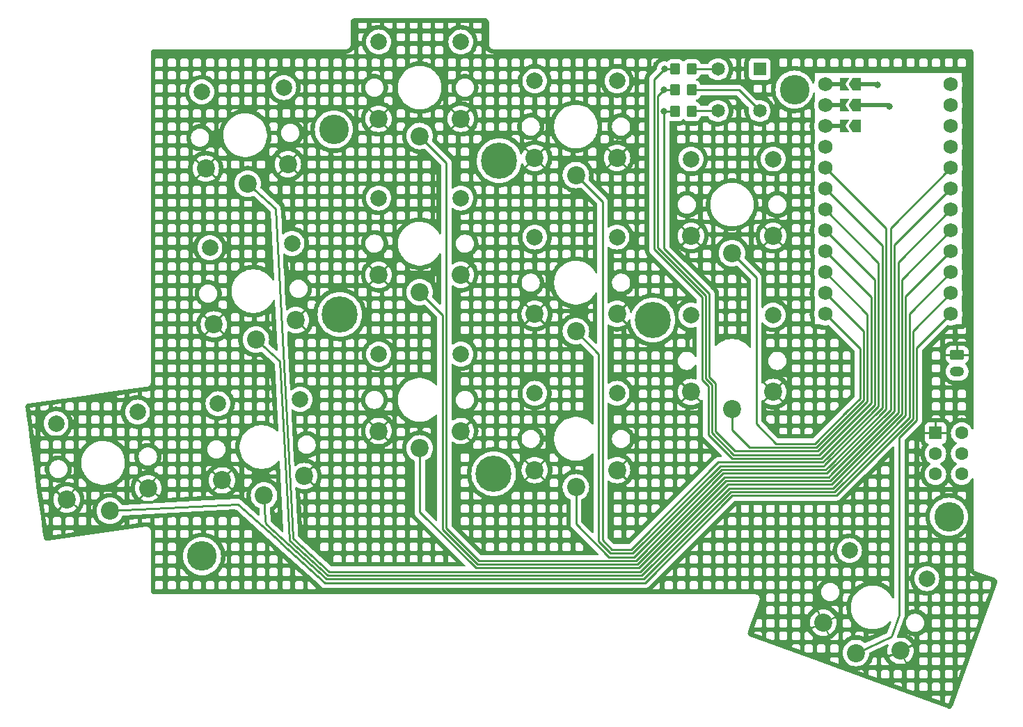
<source format=gbr>
%TF.GenerationSoftware,KiCad,Pcbnew,8.0.6-1.fc41*%
%TF.CreationDate,2024-12-09T09:59:40+11:00*%
%TF.ProjectId,pueo-mx-spaced,7075656f-2d6d-4782-9d73-70616365642e,0.1*%
%TF.SameCoordinates,Original*%
%TF.FileFunction,Copper,L1,Top*%
%TF.FilePolarity,Positive*%
%FSLAX46Y46*%
G04 Gerber Fmt 4.6, Leading zero omitted, Abs format (unit mm)*
G04 Created by KiCad (PCBNEW 8.0.6-1.fc41) date 2024-12-09 09:59:40*
%MOMM*%
%LPD*%
G01*
G04 APERTURE LIST*
G04 Aperture macros list*
%AMRoundRect*
0 Rectangle with rounded corners*
0 $1 Rounding radius*
0 $2 $3 $4 $5 $6 $7 $8 $9 X,Y pos of 4 corners*
0 Add a 4 corners polygon primitive as box body*
4,1,4,$2,$3,$4,$5,$6,$7,$8,$9,$2,$3,0*
0 Add four circle primitives for the rounded corners*
1,1,$1+$1,$2,$3*
1,1,$1+$1,$4,$5*
1,1,$1+$1,$6,$7*
1,1,$1+$1,$8,$9*
0 Add four rect primitives between the rounded corners*
20,1,$1+$1,$2,$3,$4,$5,0*
20,1,$1+$1,$4,$5,$6,$7,0*
20,1,$1+$1,$6,$7,$8,$9,0*
20,1,$1+$1,$8,$9,$2,$3,0*%
%AMFreePoly0*
4,1,6,0.500000,-0.750000,-0.650000,-0.750000,-0.150000,0.000000,-0.650000,0.750000,0.500000,0.750000,0.500000,-0.750000,0.500000,-0.750000,$1*%
%AMFreePoly1*
4,1,6,1.000000,0.000000,0.500000,-0.750000,-0.500000,-0.750000,-0.500000,0.750000,0.500000,0.750000,1.000000,0.000000,1.000000,0.000000,$1*%
G04 Aperture macros list end*
%TA.AperFunction,ComponentPad*%
%ADD10RoundRect,0.250000X-0.625000X0.350000X-0.625000X-0.350000X0.625000X-0.350000X0.625000X0.350000X0*%
%TD*%
%TA.AperFunction,ComponentPad*%
%ADD11R,1.600000X1.600000*%
%TD*%
%TA.AperFunction,ComponentPad*%
%ADD12C,1.600000*%
%TD*%
%TA.AperFunction,ComponentPad*%
%ADD13O,1.750000X1.200000*%
%TD*%
%TA.AperFunction,ComponentPad*%
%ADD14C,3.600000*%
%TD*%
%TA.AperFunction,ComponentPad*%
%ADD15C,4.400000*%
%TD*%
%TA.AperFunction,SMDPad,CuDef*%
%ADD16RoundRect,0.250000X-0.350000X-0.450000X0.350000X-0.450000X0.350000X0.450000X-0.350000X0.450000X0*%
%TD*%
%TA.AperFunction,ComponentPad*%
%ADD17R,1.640000X1.640000*%
%TD*%
%TA.AperFunction,ComponentPad*%
%ADD18C,1.640000*%
%TD*%
%TA.AperFunction,ComponentPad*%
%ADD19C,2.000000*%
%TD*%
%TA.AperFunction,ComponentPad*%
%ADD20C,2.200000*%
%TD*%
%TA.AperFunction,ComponentPad*%
%ADD21C,1.752600*%
%TD*%
%TA.AperFunction,SMDPad,CuDef*%
%ADD22FreePoly0,180.000000*%
%TD*%
%TA.AperFunction,SMDPad,CuDef*%
%ADD23R,1.524000X0.500000*%
%TD*%
%TA.AperFunction,SMDPad,CuDef*%
%ADD24FreePoly1,180.000000*%
%TD*%
%TA.AperFunction,ViaPad*%
%ADD25C,0.800000*%
%TD*%
%TA.AperFunction,Conductor*%
%ADD26C,0.250000*%
%TD*%
%TA.AperFunction,Conductor*%
%ADD27C,0.500000*%
%TD*%
G04 APERTURE END LIST*
D10*
%TO.P,,1,Pin_1*%
%TO.N,GND*%
X201282701Y-93048471D03*
%TD*%
D11*
%TO.P,on/off,1*%
%TO.N,GND*%
X198638611Y-102553469D03*
D12*
%TO.P,on/off,2*%
%TO.N,N/C*%
X198638604Y-105053469D03*
%TO.P,on/off,3*%
%TO.N,RAW*%
X198638619Y-107553467D03*
%TO.P,on/off,4*%
%TO.N,N/C*%
X201838621Y-102553461D03*
%TO.P,on/off,5*%
X201838616Y-105053469D03*
%TO.P,on/off,6*%
X201838605Y-107553468D03*
%TD*%
D13*
%TO.P,,2,Pin_2*%
%TO.N,N/C*%
X201282700Y-95048470D03*
%TD*%
D14*
%TO.P,,1*%
%TO.N,N/C*%
X200274472Y-112742162D03*
%TD*%
D15*
%TO.P,REF\u002A\u002A,1*%
%TO.N,N/C*%
X126176986Y-88128899D03*
X145556553Y-69414268D03*
X144891617Y-107508466D03*
X164271184Y-88793835D03*
%TD*%
%TO.P,,1*%
%TO.N,N/C*%
X144891617Y-107508466D03*
%TD*%
D16*
%TO.P,REF\u002A\u002A,1*%
%TO.N,P7*%
X166981279Y-63404487D03*
%TO.P,REF\u002A\u002A,2*%
%TO.N,N/C*%
X168981279Y-63404491D03*
%TD*%
%TO.P,REF\u002A\u002A,1*%
%TO.N,P6*%
X166981278Y-60817942D03*
%TO.P,REF\u002A\u002A,2*%
%TO.N,N/C*%
X168981278Y-60817946D03*
%TD*%
%TO.P,REF\u002A\u002A,1*%
%TO.N,P5*%
X166981278Y-58254486D03*
%TO.P,REF\u002A\u002A,2*%
%TO.N,N/C*%
X168981278Y-58254490D03*
%TD*%
D17*
%TO.P,REF\u002A\u002A,1*%
%TO.N,RAW*%
X177248141Y-58277937D03*
D18*
%TO.P,REF\u002A\u002A,2*%
%TO.N,N/C*%
X177248141Y-63357939D03*
%TO.P,REF\u002A\u002A,3*%
X172168139Y-63357939D03*
%TO.P,REF\u002A\u002A,4*%
X172168139Y-58277937D03*
%TD*%
D19*
%TO.P,S4,*%
%TO.N,*%
X109370515Y-61031412D03*
X119356810Y-60508052D03*
D20*
%TO.P,S4,1*%
%TO.N,P18*%
X114962907Y-72204038D03*
%TO.P,S4,2*%
%TO.N,GND*%
X109859854Y-70368598D03*
%TO.P,S4,3*%
X119846150Y-69845238D03*
%TD*%
D19*
%TO.P,S13,*%
%TO.N,*%
X188191365Y-116853071D03*
X197588289Y-120273275D03*
D20*
%TO.P,S13,1*%
%TO.N,P10*%
X188973696Y-129322655D03*
%TO.P,S13,2*%
%TO.N,GND*%
X184993475Y-125639199D03*
%TO.P,S13,3*%
X194390402Y-129059401D03*
%TD*%
D19*
%TO.P,S8,*%
%TO.N,*%
X149891615Y-97708468D03*
X159891617Y-97708465D03*
D20*
%TO.P,S8,1*%
%TO.N,P2*%
X154891617Y-109158468D03*
%TO.P,S8,2*%
%TO.N,GND*%
X149891617Y-107058466D03*
%TO.P,S8,3*%
X159891617Y-107058466D03*
%TD*%
D19*
%TO.P,S3,*%
%TO.N,*%
X110364897Y-80005369D03*
X120351192Y-79482009D03*
D20*
%TO.P,S3,1*%
%TO.N,P15*%
X115957289Y-91177995D03*
%TO.P,S3,2*%
%TO.N,GND*%
X110854236Y-89342555D03*
%TO.P,S3,3*%
X120840532Y-88819195D03*
%TD*%
D19*
%TO.P,S5,*%
%TO.N,*%
X130891614Y-92958472D03*
X140891616Y-92958469D03*
D20*
%TO.P,S5,1*%
%TO.N,P19*%
X135891616Y-104408472D03*
%TO.P,S5,2*%
%TO.N,GND*%
X130891616Y-102308470D03*
%TO.P,S5,3*%
X140891616Y-102308470D03*
%TD*%
D14*
%TO.P,REF\u002A\u002A,1*%
%TO.N,N/C*%
X109402834Y-117541819D03*
%TD*%
D19*
%TO.P,S12,*%
%TO.N,*%
X168891617Y-69208471D03*
X178891619Y-69208468D03*
D20*
%TO.P,S12,1*%
%TO.N,P9*%
X173891619Y-80658471D03*
%TO.P,S12,2*%
%TO.N,GND*%
X168891619Y-78558469D03*
%TO.P,S12,3*%
X178891619Y-78558469D03*
%TD*%
D14*
%TO.P,REF\u002A\u002A,1*%
%TO.N,N/C*%
X125439323Y-65613080D03*
%TD*%
D19*
%TO.P,S11,*%
%TO.N,*%
X168891615Y-88208467D03*
X178891617Y-88208464D03*
D20*
%TO.P,S11,1*%
%TO.N,P8*%
X173891617Y-99658467D03*
%TO.P,S11,2*%
%TO.N,GND*%
X168891617Y-97558465D03*
%TO.P,S11,3*%
X178891617Y-97558465D03*
%TD*%
D19*
%TO.P,S10,*%
%TO.N,*%
X149891616Y-59708471D03*
X159891618Y-59708468D03*
D20*
%TO.P,S10,1*%
%TO.N,P4*%
X154891618Y-71158471D03*
%TO.P,S10,2*%
%TO.N,GND*%
X149891618Y-69058469D03*
%TO.P,S10,3*%
X159891618Y-69058469D03*
%TD*%
D14*
%TO.P,REF\u002A\u002A,1*%
%TO.N,N/C*%
X181491618Y-60758466D03*
%TD*%
D21*
%TO.P,MCU1,*%
%TO.N,*%
X200511617Y-60138469D03*
D22*
X187566617Y-60138466D03*
D23*
X186641619Y-60138468D03*
D21*
X185271617Y-60138467D03*
X200511619Y-62678469D03*
D22*
X187566617Y-62678468D03*
D23*
X186641617Y-62678468D03*
D21*
X185271617Y-62678469D03*
X200511618Y-65218469D03*
D22*
X187566618Y-65218468D03*
D23*
X186641618Y-65218468D03*
D21*
X185271620Y-65218466D03*
X200511618Y-67758468D03*
X185271620Y-67758467D03*
D24*
%TO.P,MCU1,1*%
%TO.N,RAW*%
X189016619Y-60138467D03*
%TO.P,MCU1,2*%
%TO.N,GND*%
X189016618Y-62678467D03*
%TO.P,MCU1,3*%
%TO.N,RST*%
X189016618Y-65218469D03*
D21*
%TO.P,MCU1,5*%
%TO.N,P21*%
X200511618Y-70298469D03*
%TO.P,MCU1,6*%
%TO.N,P20*%
X200511619Y-72838467D03*
%TO.P,MCU1,7*%
%TO.N,P19*%
X200511618Y-75378468D03*
%TO.P,MCU1,8*%
%TO.N,P18*%
X200511618Y-77918468D03*
%TO.P,MCU1,9*%
%TO.N,P15*%
X200511616Y-80458469D03*
%TO.P,MCU1,10*%
%TO.N,P14*%
X200511616Y-82998470D03*
%TO.P,MCU1,11*%
%TO.N,P16*%
X200511619Y-85538467D03*
%TO.P,MCU1,12*%
%TO.N,P10*%
X200511619Y-88078469D03*
%TO.P,MCU1,17*%
%TO.N,P2*%
X185271618Y-70298468D03*
%TO.P,MCU1,18*%
%TO.N,P3*%
X185271618Y-72838468D03*
%TO.P,MCU1,19*%
%TO.N,P4*%
X185271617Y-75378469D03*
%TO.P,MCU1,20*%
%TO.N,P5*%
X185271618Y-77918467D03*
%TO.P,MCU1,21*%
%TO.N,P6*%
X185271618Y-80458468D03*
%TO.P,MCU1,22*%
%TO.N,P7*%
X185271618Y-82998467D03*
%TO.P,MCU1,23*%
%TO.N,P8*%
X185271617Y-85538467D03*
%TO.P,MCU1,24*%
%TO.N,P9*%
X185271619Y-88078467D03*
%TD*%
D19*
%TO.P,S6,*%
%TO.N,*%
X130891613Y-73958468D03*
X140891615Y-73958465D03*
D20*
%TO.P,S6,1*%
%TO.N,P20*%
X135891615Y-85408468D03*
%TO.P,S6,2*%
%TO.N,GND*%
X130891615Y-83308466D03*
%TO.P,S6,3*%
X140891615Y-83308466D03*
%TD*%
D19*
%TO.P,S2,*%
%TO.N,*%
X111359282Y-98979331D03*
X121345577Y-98455971D03*
D20*
%TO.P,S2,1*%
%TO.N,P14*%
X116951674Y-110151957D03*
%TO.P,S2,2*%
%TO.N,GND*%
X111848621Y-108316517D03*
%TO.P,S2,3*%
X121834917Y-107793157D03*
%TD*%
D19*
%TO.P,S7,*%
%TO.N,*%
X130891616Y-54958469D03*
X140891618Y-54958466D03*
D20*
%TO.P,S7,1*%
%TO.N,P21*%
X135891618Y-66408469D03*
%TO.P,S7,2*%
%TO.N,GND*%
X130891618Y-64308467D03*
%TO.P,S7,3*%
X140891618Y-64308467D03*
%TD*%
D14*
%TO.P,REF\u002A\u002A,1*%
%TO.N,N/C*%
X200274472Y-112742162D03*
%TD*%
D19*
%TO.P,S1,*%
%TO.N,*%
X91650928Y-101385057D03*
X101553607Y-99993327D03*
D20*
%TO.P,S1,1*%
%TO.N,P16*%
X98195799Y-112027760D03*
%TO.P,S1,2*%
%TO.N,GND*%
X92952196Y-110644060D03*
%TO.P,S1,3*%
X102854877Y-109252331D03*
%TD*%
D19*
%TO.P,S9,*%
%TO.N,*%
X149891617Y-78708471D03*
X159891619Y-78708468D03*
D20*
%TO.P,S9,1*%
%TO.N,P3*%
X154891619Y-90158471D03*
%TO.P,S9,2*%
%TO.N,GND*%
X149891619Y-88058469D03*
%TO.P,S9,3*%
X159891619Y-88058469D03*
%TD*%
D25*
%TO.N,GND*%
X193000000Y-62800000D03*
%TO.N,RAW*%
X191600000Y-60200000D03*
%TO.N,P7*%
X165603292Y-63404489D03*
%TO.N,P5*%
X165652995Y-58254490D03*
%TO.N,P6*%
X165589550Y-60817940D03*
%TD*%
D26*
%TO.N,P19*%
X194111617Y-81778469D02*
X200511618Y-75378468D01*
D27*
%TO.N,GND*%
X192878467Y-62678467D02*
X193000000Y-62800000D01*
X189016618Y-62678467D02*
X192878467Y-62678467D01*
%TO.N,RAW*%
X191538467Y-60138467D02*
X191600000Y-60200000D01*
X189016619Y-60138467D02*
X191538467Y-60138467D01*
D26*
%TO.N,P10*%
X194250642Y-124690500D02*
X194250643Y-103112615D01*
X188973697Y-129322653D02*
X193298729Y-127305857D01*
X193298729Y-127305857D02*
X194250642Y-124690500D01*
X195657202Y-101706052D02*
X194250643Y-103112615D01*
X200511617Y-88078465D02*
X196361617Y-92228467D01*
X196361617Y-92228467D02*
X196361613Y-101001635D01*
X196361613Y-101001635D02*
X195742702Y-101620551D01*
X195742702Y-101620551D02*
X195657204Y-101706053D01*
X195657204Y-101706053D02*
X195657202Y-101706052D01*
%TO.N,P16*%
X113765903Y-111211765D02*
X118915943Y-115848883D01*
X98195801Y-112027761D02*
X113765903Y-111211765D01*
X156282619Y-120784469D02*
X124418653Y-120784466D01*
X124415904Y-120781992D02*
X124418653Y-120784466D01*
X118915943Y-115848883D02*
X118917370Y-115876126D01*
X118917370Y-115876126D02*
X124368636Y-120784468D01*
X124368636Y-120784468D02*
X124415904Y-120781992D01*
%TO.N,P14*%
X116951675Y-110151960D02*
X117111093Y-113193842D01*
X156927619Y-120334468D02*
X124713504Y-120334469D01*
X117111093Y-113193842D02*
X117134438Y-113639275D01*
X117134438Y-113639275D02*
X124570202Y-120334469D01*
X124570202Y-120334469D02*
X124713504Y-120334469D01*
%TO.N,P15*%
X115957290Y-91177999D02*
X118873720Y-93803963D01*
X118873720Y-93803963D02*
X120017560Y-115629716D01*
X120017560Y-115629716D02*
X124742944Y-119884468D01*
X124742944Y-119884468D02*
X124793005Y-119884469D01*
X124793005Y-119884469D02*
X124793064Y-119884465D01*
X124793064Y-119884465D02*
X157960616Y-119884465D01*
%TO.N,P18*%
X118352273Y-75255841D02*
X120271957Y-111885622D01*
X157846614Y-119434470D02*
X124915680Y-119434467D01*
X120271957Y-111885622D02*
X120457189Y-115420022D01*
X120457189Y-115420022D02*
X124915680Y-119434467D01*
X114962905Y-72204043D02*
X118352273Y-75255841D01*
%TO.N,P19*%
X158849617Y-118984466D02*
X142710221Y-118984468D01*
X142710221Y-118984468D02*
X135891618Y-112165865D01*
X135891618Y-112165865D02*
X135891621Y-104408469D01*
%TO.N,P21*%
X181144614Y-107460467D02*
X172796843Y-107460466D01*
X172796843Y-107460466D02*
X162172845Y-118084466D01*
X162172845Y-118084466D02*
X143083013Y-118084466D01*
X143083013Y-118084466D02*
X139116618Y-114118071D01*
X139116618Y-114118071D02*
X139116620Y-69633470D01*
X139116620Y-69633470D02*
X135891617Y-66408471D01*
%TO.N,P20*%
X159558618Y-118534470D02*
X142896616Y-118534468D01*
X135891618Y-85408469D02*
X138666617Y-88183469D01*
X138666617Y-88183469D02*
X138666616Y-114304467D01*
X138666616Y-114304467D02*
X142896616Y-118534468D01*
%TO.N,P19*%
X162545637Y-118984470D02*
X158849617Y-118984466D01*
X158849617Y-118984466D02*
X158778620Y-118984466D01*
%TO.N,P4*%
X162783135Y-115564991D02*
X161613658Y-116734466D01*
X161613658Y-116734466D02*
X159271615Y-116734470D01*
X159271615Y-116734470D02*
X158116619Y-115579469D01*
X158116619Y-115579469D02*
X158116616Y-74383469D01*
X158116616Y-74383469D02*
X154891619Y-71158467D01*
%TO.N,P3*%
X178921616Y-106560468D02*
X172424054Y-106560468D01*
X157666620Y-115765863D02*
X157666622Y-92933466D01*
X172424054Y-106560468D02*
X161800053Y-117184469D01*
X161800053Y-117184469D02*
X159085225Y-117184469D01*
X159085225Y-117184469D02*
X157666620Y-115765863D01*
X157666622Y-92933466D02*
X154891618Y-90158466D01*
%TO.N,P2*%
X180068619Y-107010466D02*
X172610449Y-107010470D01*
X172610449Y-107010470D02*
X161986447Y-117634469D01*
X161986447Y-117634469D02*
X158898824Y-117634468D01*
X158898824Y-117634468D02*
X154891617Y-113627257D01*
X154891617Y-113627257D02*
X154891616Y-109158466D01*
%TO.N,P20*%
X162359242Y-118534469D02*
X159681618Y-118534468D01*
X159681618Y-118534468D02*
X159558618Y-118534470D01*
%TO.N,P19*%
X158778620Y-118984466D02*
X158590619Y-118984468D01*
%TO.N,P15*%
X162918430Y-119884469D02*
X157960616Y-119884465D01*
X157960616Y-119884465D02*
X157351617Y-119884469D01*
%TO.N,P14*%
X163104825Y-120334464D02*
X156927619Y-120334468D01*
X156927619Y-120334468D02*
X156693616Y-120334463D01*
%TO.N,P16*%
X163291222Y-120784469D02*
X156282619Y-120784469D01*
X156282619Y-120784469D02*
X156119618Y-120784468D01*
%TO.N,P4*%
X172237661Y-106110470D02*
X162703139Y-115644987D01*
X173291617Y-106110467D02*
X172237661Y-106110470D01*
X178411617Y-106110465D02*
X173291617Y-106110467D01*
%TO.N,P3*%
X178921616Y-106560468D02*
X178670616Y-106560468D01*
X182599616Y-106560469D02*
X178921616Y-106560468D01*
%TO.N,P2*%
X180068619Y-107010466D02*
X179750615Y-107010471D01*
X183836619Y-107010469D02*
X180068619Y-107010466D01*
%TO.N,P21*%
X181144614Y-107460467D02*
X181011617Y-107460467D01*
X184638617Y-107460465D02*
X181144614Y-107460467D01*
%TO.N,P20*%
X181660619Y-107910468D02*
X172983243Y-107910468D01*
X172983243Y-107910468D02*
X162359242Y-118534469D01*
%TO.N,P19*%
X182256618Y-108360468D02*
X182068620Y-108360468D01*
X182256618Y-108360468D02*
X173169638Y-108360467D01*
X185448018Y-108360469D02*
X182256618Y-108360468D01*
X173169638Y-108360467D02*
X162545637Y-118984470D01*
%TO.N,P16*%
X200511618Y-85538467D02*
X195911619Y-90138469D01*
X195911619Y-90138469D02*
X195911618Y-100815239D01*
X195911618Y-100815239D02*
X186566391Y-110160468D01*
X186566391Y-110160468D02*
X173915221Y-110160468D01*
X173915221Y-110160468D02*
X163291222Y-120784469D01*
%TO.N,P14*%
X200511614Y-82998467D02*
X195461620Y-88048466D01*
X195461620Y-88048466D02*
X195461617Y-100628842D01*
X195461617Y-100628842D02*
X186379993Y-109710470D01*
X186379993Y-109710470D02*
X173728826Y-109710470D01*
X173728826Y-109710470D02*
X163104825Y-120334464D01*
%TO.N,P15*%
X200511617Y-80458466D02*
X195011616Y-85958466D01*
X195011616Y-85958466D02*
X195011614Y-100442448D01*
X195011614Y-100442448D02*
X186193597Y-109260467D01*
X186193597Y-109260467D02*
X173542429Y-109260469D01*
X173542429Y-109260469D02*
X162918430Y-119884469D01*
%TO.N,P18*%
X200511617Y-77918467D02*
X194561621Y-83868471D01*
X194561621Y-83868471D02*
X194561617Y-100256051D01*
X194561617Y-100256051D02*
X186007202Y-108810465D01*
X186007202Y-108810465D02*
X173356033Y-108810465D01*
X173356033Y-108810465D02*
X162732032Y-119434466D01*
X162732032Y-119434466D02*
X157846614Y-119434470D01*
%TO.N,P20*%
X184975619Y-107910467D02*
X181660619Y-107910468D01*
%TO.N,P21*%
X185448016Y-107460466D02*
X184638617Y-107460465D01*
X184638617Y-107460465D02*
X184447617Y-107460469D01*
%TO.N,P19*%
X185820806Y-108360465D02*
X185448018Y-108360469D01*
X187166212Y-107015060D02*
X185820806Y-108360465D01*
%TO.N,P20*%
X185634410Y-107910467D02*
X184975619Y-107910467D01*
X186048010Y-107496864D02*
X185634410Y-107910467D01*
%TO.N,P21*%
X193211618Y-99696861D02*
X185622317Y-107286164D01*
X185622317Y-107286164D02*
X185448016Y-107460466D01*
%TO.N,P2*%
X185261617Y-107010471D02*
X183836619Y-107010469D01*
X185634620Y-106637467D02*
X185261617Y-107010471D01*
X192611614Y-99660468D02*
X185634620Y-106637467D01*
%TO.N,P3*%
X185075222Y-106560469D02*
X182599616Y-106560469D01*
X185184422Y-106451271D02*
X185075222Y-106560469D01*
X192161615Y-99474071D02*
X185184422Y-106451271D01*
%TO.N,P9*%
X187884233Y-99933081D02*
X183956845Y-103860470D01*
X176833614Y-101420471D02*
X176833617Y-83600470D01*
X183956845Y-103860470D02*
X179273618Y-103860466D01*
X179273618Y-103860466D02*
X176833614Y-101420471D01*
X176833617Y-83600470D02*
X173891614Y-80658468D01*
%TO.N,P8*%
X186502432Y-101951278D02*
X184143242Y-104310467D01*
X184143242Y-104310467D02*
X176046617Y-104310469D01*
X176046617Y-104310469D02*
X173891618Y-102155465D01*
X173891618Y-102155465D02*
X173891619Y-99658466D01*
%TO.N,P5*%
X170216617Y-86861464D02*
X170216615Y-95878471D01*
X170979618Y-102737655D02*
X173902431Y-105660468D01*
X170216615Y-95878471D02*
X170216615Y-96090865D01*
X170216615Y-96090865D02*
X170979618Y-96853863D01*
X170979618Y-96853863D02*
X170979618Y-102737655D01*
X173902431Y-105660468D02*
X184702429Y-105660467D01*
X184702429Y-105660467D02*
X191261615Y-99101281D01*
X191261615Y-99101281D02*
X191261619Y-83908467D01*
X191261619Y-83908467D02*
X185271618Y-77918466D01*
%TO.N,P7*%
X165603292Y-63404489D02*
X165603291Y-80105145D01*
X171116618Y-95718071D02*
X171879618Y-96481071D01*
X165603291Y-80105145D02*
X171121620Y-85623464D01*
X171121620Y-85623464D02*
X171121617Y-92604026D01*
X171121617Y-92604026D02*
X171116620Y-92609026D01*
X171116620Y-92609026D02*
X171116618Y-95718071D01*
X171879618Y-96481071D02*
X171879620Y-102364863D01*
X171879620Y-102364863D02*
X174275223Y-104760468D01*
X174275223Y-104760468D02*
X184329635Y-104760466D01*
X184329635Y-104760466D02*
X186120629Y-102969479D01*
%TO.N,P6*%
X165589550Y-60817940D02*
X164878290Y-61529196D01*
X170666617Y-95904470D02*
X171429617Y-96667468D01*
X171429617Y-96667468D02*
X171429618Y-102551259D01*
X164878290Y-61529196D02*
X164878289Y-80016535D01*
X190811617Y-98914884D02*
X190811617Y-85998471D01*
X164878289Y-80016535D02*
X170671620Y-85809866D01*
X170671620Y-85809866D02*
X170671619Y-92417627D01*
X170671619Y-92417627D02*
X170666617Y-92422627D01*
X170666617Y-92422627D02*
X170666617Y-95904470D01*
X190811617Y-85998471D02*
X185271618Y-80458469D01*
X171429618Y-102551259D02*
X174088827Y-105210466D01*
X174088827Y-105210466D02*
X184516034Y-105210464D01*
X184516034Y-105210464D02*
X190811617Y-98914884D01*
%TO.N,P5*%
X170221617Y-86856467D02*
X170216617Y-86861464D01*
X165652995Y-58254490D02*
X164428288Y-59479195D01*
X164428288Y-59479195D02*
X164428290Y-80202934D01*
X164428290Y-80202934D02*
X170221619Y-85996260D01*
X170221619Y-85996260D02*
X170221617Y-86856467D01*
%TO.N,P4*%
X184888828Y-106110469D02*
X178411617Y-106110465D01*
X185375221Y-105624072D02*
X184888828Y-106110469D01*
X191711616Y-99287679D02*
X185375221Y-105624072D01*
%TO.N,P7*%
X190361618Y-98728490D02*
X186120629Y-102969479D01*
X186120629Y-102969479D02*
X186020630Y-103069478D01*
%TO.N,P8*%
X189911616Y-98542093D02*
X186502432Y-101951278D01*
X186502432Y-101951278D02*
X186402430Y-102051282D01*
%TO.N,P9*%
X189461620Y-98355697D02*
X187884233Y-99933081D01*
X187884233Y-99933081D02*
X187684233Y-100133080D01*
%TO.N,P19*%
X194111617Y-100069657D02*
X187166212Y-107015060D01*
X194111618Y-83682072D02*
X194111617Y-100069657D01*
X194111617Y-81778469D02*
X194111618Y-83682072D01*
%TO.N,P9*%
X189461617Y-96060467D02*
X189461620Y-98355697D01*
X185271618Y-88078467D02*
X189461621Y-92268465D01*
X189461621Y-92268465D02*
X189461617Y-96060467D01*
%TO.N,P8*%
X189911619Y-98260468D02*
X189911616Y-98542093D01*
X185271616Y-85538470D02*
X189911618Y-90178467D01*
X189911618Y-90178467D02*
X189911619Y-98260468D01*
%TO.N,P7*%
X185271617Y-82998468D02*
X190361616Y-88088467D01*
X190361616Y-88088467D02*
X190361618Y-98728490D01*
%TO.N,P4*%
X191711617Y-95260468D02*
X191711616Y-99287679D01*
%TO.N,P20*%
X193661614Y-99883260D02*
X186048010Y-107496864D01*
X193661618Y-95660469D02*
X193661614Y-99883260D01*
%TO.N,P3*%
X192161620Y-96860465D02*
X192161615Y-99474071D01*
%TO.N,P4*%
X191711618Y-81818469D02*
X191711617Y-95260468D01*
X185271618Y-75378466D02*
X191711618Y-81818469D01*
%TO.N,P2*%
X185271618Y-70298469D02*
X192611618Y-77638470D01*
X192611618Y-77638470D02*
X192611614Y-99660468D01*
%TO.N,P3*%
X185271620Y-72838465D02*
X192161621Y-79728467D01*
X192161621Y-79728467D02*
X192161620Y-96860465D01*
%TO.N,P21*%
X200511616Y-70298467D02*
X193211617Y-77598467D01*
X193211617Y-77598467D02*
X193211618Y-99696861D01*
%TO.N,P20*%
X193661618Y-79688467D02*
X193661618Y-95660469D01*
X200511618Y-72838466D02*
X193661618Y-79688467D01*
%TO.N,*%
X172168143Y-58277938D02*
X169004727Y-58277939D01*
%TO.N,P7*%
X166506284Y-63879494D02*
X166981279Y-63404490D01*
X166981279Y-63404490D02*
X165603292Y-63404489D01*
%TO.N,P5*%
X166981280Y-58254495D02*
X165652995Y-58254490D01*
%TO.N,*%
X177248146Y-63357937D02*
X174708140Y-60817938D01*
X174708140Y-60817938D02*
X168981280Y-60817945D01*
X172168141Y-63357939D02*
X169027834Y-63357941D01*
X169027834Y-63357941D02*
X168981279Y-63404489D01*
X169004727Y-58277939D02*
X168981278Y-58254492D01*
%TO.N,P6*%
X166981279Y-60817940D02*
X165589550Y-60817940D01*
%TD*%
%TA.AperFunction,Conductor*%
%TO.N,GND*%
G36*
X143845339Y-52083969D02*
G01*
X143845385Y-52083978D01*
X143867099Y-52083974D01*
X143867100Y-52083975D01*
X143883505Y-52083972D01*
X143899689Y-52085030D01*
X143985319Y-52096292D01*
X144016581Y-52104664D01*
X144088806Y-52134574D01*
X144116844Y-52150759D01*
X144178859Y-52198341D01*
X144201753Y-52221235D01*
X144249334Y-52283245D01*
X144265521Y-52311284D01*
X144295429Y-52383500D01*
X144303806Y-52414775D01*
X144315057Y-52500309D01*
X144316116Y-52516494D01*
X144316112Y-52553085D01*
X144316117Y-52553116D01*
X144316117Y-55222109D01*
X144316114Y-55222141D01*
X144316118Y-55258477D01*
X144316118Y-55285206D01*
X144316135Y-55285388D01*
X144316140Y-55323314D01*
X144345006Y-55449737D01*
X144345009Y-55449744D01*
X144401276Y-55566570D01*
X144482128Y-55667954D01*
X144500955Y-55682969D01*
X144583512Y-55748812D01*
X144700343Y-55805086D01*
X144826765Y-55833958D01*
X144862156Y-55833962D01*
X144862197Y-55833967D01*
X144876598Y-55833967D01*
X144891605Y-55833967D01*
X144891610Y-55833967D01*
X144916135Y-55833971D01*
X144916135Y-55833970D01*
X144937217Y-55833973D01*
X144937256Y-55833967D01*
X202795338Y-55833967D01*
X202795384Y-55833976D01*
X202817098Y-55833972D01*
X202817099Y-55833973D01*
X202833505Y-55833970D01*
X202849687Y-55835028D01*
X202935315Y-55846290D01*
X202966584Y-55854663D01*
X203038808Y-55884571D01*
X203066846Y-55900757D01*
X203128858Y-55948337D01*
X203151751Y-55971229D01*
X203199336Y-56033244D01*
X203215522Y-56061282D01*
X203245430Y-56133499D01*
X203253807Y-56164770D01*
X203265058Y-56250301D01*
X203266117Y-56266487D01*
X203266113Y-56303084D01*
X203266118Y-56303115D01*
X203266118Y-101959238D01*
X203246433Y-102026277D01*
X203193629Y-102072032D01*
X203124471Y-102081976D01*
X203060915Y-102052951D01*
X203029736Y-102011642D01*
X203019986Y-101990732D01*
X202976144Y-101896712D01*
X202844819Y-101709161D01*
X202682921Y-101547263D01*
X202495370Y-101415938D01*
X202472904Y-101405462D01*
X202287870Y-101319179D01*
X202287859Y-101319175D01*
X202066710Y-101259918D01*
X202066702Y-101259917D01*
X201838623Y-101239963D01*
X201838619Y-101239963D01*
X201610539Y-101259917D01*
X201610531Y-101259918D01*
X201389382Y-101319175D01*
X201389371Y-101319179D01*
X201181875Y-101415936D01*
X201181873Y-101415937D01*
X201139012Y-101445949D01*
X200994321Y-101547263D01*
X200994319Y-101547264D01*
X200994316Y-101547267D01*
X200832427Y-101709156D01*
X200832424Y-101709159D01*
X200832423Y-101709161D01*
X200823236Y-101722282D01*
X200701097Y-101896713D01*
X200701096Y-101896715D01*
X200604339Y-102104211D01*
X200604335Y-102104222D01*
X200545078Y-102325371D01*
X200545077Y-102325379D01*
X200525123Y-102553459D01*
X200525123Y-102553462D01*
X200545077Y-102781542D01*
X200545078Y-102781550D01*
X200604335Y-103002699D01*
X200604339Y-103002710D01*
X200699732Y-103207281D01*
X200701098Y-103210210D01*
X200832423Y-103397761D01*
X200994321Y-103559659D01*
X201181872Y-103690984D01*
X201182070Y-103691076D01*
X201182142Y-103691140D01*
X201186558Y-103693689D01*
X201186045Y-103694576D01*
X201234514Y-103737243D01*
X201253673Y-103804434D01*
X201233464Y-103871317D01*
X201186066Y-103912398D01*
X201186553Y-103913241D01*
X201182183Y-103915763D01*
X201182100Y-103915836D01*
X201181881Y-103915938D01*
X201181868Y-103915945D01*
X201179863Y-103917349D01*
X200994316Y-104047271D01*
X200994314Y-104047272D01*
X200994311Y-104047275D01*
X200832422Y-104209164D01*
X200832419Y-104209167D01*
X200832418Y-104209169D01*
X200754861Y-104319932D01*
X200701092Y-104396721D01*
X200701091Y-104396723D01*
X200604334Y-104604219D01*
X200604330Y-104604230D01*
X200545073Y-104825379D01*
X200545072Y-104825387D01*
X200525118Y-105053467D01*
X200525118Y-105053470D01*
X200545072Y-105281550D01*
X200545073Y-105281558D01*
X200604330Y-105502707D01*
X200604334Y-105502718D01*
X200688750Y-105683748D01*
X200701093Y-105710218D01*
X200832418Y-105897769D01*
X200994316Y-106059667D01*
X201181867Y-106190992D01*
X201182054Y-106191079D01*
X201182122Y-106191139D01*
X201186553Y-106193697D01*
X201186039Y-106194587D01*
X201234497Y-106237246D01*
X201253655Y-106304437D01*
X201233446Y-106371320D01*
X201186055Y-106412396D01*
X201186542Y-106413240D01*
X201182170Y-106415763D01*
X201182087Y-106415836D01*
X201181869Y-106415937D01*
X201181857Y-106415944D01*
X201181856Y-106415945D01*
X200994305Y-106547270D01*
X200994303Y-106547271D01*
X200994300Y-106547274D01*
X200832411Y-106709163D01*
X200832408Y-106709166D01*
X200832407Y-106709168D01*
X200757147Y-106816650D01*
X200701081Y-106896720D01*
X200701080Y-106896722D01*
X200604323Y-107104218D01*
X200604319Y-107104229D01*
X200545062Y-107325378D01*
X200545061Y-107325386D01*
X200525107Y-107553466D01*
X200525107Y-107553469D01*
X200545061Y-107781549D01*
X200545062Y-107781557D01*
X200604319Y-108002706D01*
X200604323Y-108002717D01*
X200691286Y-108189209D01*
X200701082Y-108210217D01*
X200832407Y-108397768D01*
X200994305Y-108559666D01*
X201181856Y-108690991D01*
X201289468Y-108741171D01*
X201389355Y-108787749D01*
X201389357Y-108787749D01*
X201389362Y-108787752D01*
X201610518Y-108847011D01*
X201754663Y-108859622D01*
X201838603Y-108866966D01*
X201838605Y-108866966D01*
X201838607Y-108866966D01*
X201895626Y-108861977D01*
X202066692Y-108847011D01*
X202287848Y-108787752D01*
X202495354Y-108690991D01*
X202682905Y-108559666D01*
X202844803Y-108397768D01*
X202976128Y-108210217D01*
X203029738Y-108095247D01*
X203075907Y-108042813D01*
X203143101Y-108023660D01*
X203209982Y-108043875D01*
X203255317Y-108097040D01*
X203266118Y-108147656D01*
X203266118Y-118904609D01*
X203266194Y-118905377D01*
X203266208Y-118936675D01*
X203289978Y-119051819D01*
X203336540Y-119159785D01*
X203385562Y-119229808D01*
X203403970Y-119256102D01*
X203489481Y-119336798D01*
X203589543Y-119398536D01*
X203608075Y-119405293D01*
X203608134Y-119405337D01*
X203618709Y-119409188D01*
X203618737Y-119409201D01*
X203630671Y-119413544D01*
X203630672Y-119413545D01*
X203642712Y-119417926D01*
X203644773Y-119418677D01*
X203644773Y-119418678D01*
X203667824Y-119427071D01*
X203667825Y-119427070D01*
X203689290Y-119434886D01*
X203689319Y-119434890D01*
X205869702Y-120228479D01*
X205869720Y-120228489D01*
X205888321Y-120235258D01*
X205888322Y-120235259D01*
X205903737Y-120240868D01*
X205918576Y-120247397D01*
X205995203Y-120287280D01*
X206021718Y-120305843D01*
X206079361Y-120358653D01*
X206100170Y-120383447D01*
X206136490Y-120440449D01*
X206142182Y-120449383D01*
X206155863Y-120478716D01*
X206179378Y-120553274D01*
X206185002Y-120585152D01*
X206188419Y-120663256D01*
X206185600Y-120695506D01*
X206167043Y-120779239D01*
X206162545Y-120794700D01*
X206162385Y-120795141D01*
X206162342Y-120795261D01*
X200705792Y-135787005D01*
X200705779Y-135787030D01*
X200695533Y-135815188D01*
X200689003Y-135830031D01*
X200649132Y-135906639D01*
X200630564Y-135933161D01*
X200577760Y-135990792D01*
X200552959Y-136011604D01*
X200487040Y-136053599D01*
X200457698Y-136067280D01*
X200383150Y-136090782D01*
X200351268Y-136096402D01*
X200276423Y-136099664D01*
X200273183Y-136099805D01*
X200240932Y-136096982D01*
X200209440Y-136089997D01*
X200156536Y-136078262D01*
X200140966Y-136073722D01*
X200109634Y-136062314D01*
X200109603Y-136062307D01*
X196186266Y-134634329D01*
X198215948Y-134634329D01*
X198215948Y-134789901D01*
X199217948Y-135154600D01*
X199217948Y-134634329D01*
X199765948Y-134634329D01*
X199765948Y-135331605D01*
X199801246Y-135366903D01*
X200122874Y-135483967D01*
X200232918Y-135483967D01*
X200597616Y-134481967D01*
X199918310Y-134481967D01*
X199765948Y-134634329D01*
X199217948Y-134634329D01*
X199065586Y-134481967D01*
X198368310Y-134481967D01*
X198215948Y-134634329D01*
X196186266Y-134634329D01*
X191927677Y-133084329D01*
X193565948Y-133084329D01*
X193565948Y-133097439D01*
X194567948Y-133462138D01*
X194567948Y-133084329D01*
X195115948Y-133084329D01*
X195115948Y-133661594D01*
X195864285Y-133933967D01*
X195965586Y-133933967D01*
X196117948Y-133781605D01*
X196117948Y-133084329D01*
X196665948Y-133084329D01*
X196665948Y-133781605D01*
X196818310Y-133933967D01*
X197515586Y-133933967D01*
X197667948Y-133781605D01*
X197667948Y-133084329D01*
X198215948Y-133084329D01*
X198215948Y-133781605D01*
X198368310Y-133933967D01*
X199065586Y-133933967D01*
X199217948Y-133781605D01*
X199217948Y-133084329D01*
X199765948Y-133084329D01*
X199765948Y-133781605D01*
X199918310Y-133933967D01*
X200615586Y-133933967D01*
X200767948Y-133781605D01*
X200767948Y-133084329D01*
X200615586Y-132931967D01*
X199918310Y-132931967D01*
X199765948Y-133084329D01*
X199217948Y-133084329D01*
X199065586Y-132931967D01*
X198368310Y-132931967D01*
X198215948Y-133084329D01*
X197667948Y-133084329D01*
X197515586Y-132931967D01*
X196818310Y-132931967D01*
X196665948Y-133084329D01*
X196117948Y-133084329D01*
X195965586Y-132931967D01*
X195268310Y-132931967D01*
X195115948Y-133084329D01*
X194567948Y-133084329D01*
X194415586Y-132931967D01*
X193718310Y-132931967D01*
X193565948Y-133084329D01*
X191927677Y-133084329D01*
X187506593Y-131475186D01*
X189108842Y-131475186D01*
X189917948Y-131769676D01*
X189917948Y-131534329D01*
X190465948Y-131534329D01*
X190465948Y-131969131D01*
X191392999Y-132306551D01*
X191467948Y-132231603D01*
X191467948Y-131534329D01*
X192015948Y-131534329D01*
X192015948Y-132231605D01*
X192168310Y-132383967D01*
X192865586Y-132383967D01*
X193017948Y-132231605D01*
X193017948Y-131534329D01*
X193565948Y-131534329D01*
X193565948Y-132231605D01*
X193718310Y-132383967D01*
X194415586Y-132383967D01*
X194567948Y-132231605D01*
X194567948Y-131534329D01*
X195115948Y-131534329D01*
X195115948Y-132231605D01*
X195268310Y-132383967D01*
X195965586Y-132383967D01*
X196117948Y-132231605D01*
X196117948Y-131534329D01*
X196665948Y-131534329D01*
X196665948Y-132231605D01*
X196818310Y-132383967D01*
X197515586Y-132383967D01*
X197667948Y-132231605D01*
X197667948Y-131534329D01*
X198215948Y-131534329D01*
X198215948Y-132231605D01*
X198368310Y-132383967D01*
X199065586Y-132383967D01*
X199217948Y-132231605D01*
X199217948Y-131534329D01*
X199765948Y-131534329D01*
X199765948Y-132231605D01*
X199918310Y-132383967D01*
X200615586Y-132383967D01*
X200767948Y-132231605D01*
X200767948Y-131534329D01*
X201315948Y-131534329D01*
X201315948Y-132231605D01*
X201389800Y-132305457D01*
X201725924Y-131381967D01*
X201468310Y-131381967D01*
X201315948Y-131534329D01*
X200767948Y-131534329D01*
X200615586Y-131381967D01*
X199918310Y-131381967D01*
X199765948Y-131534329D01*
X199217948Y-131534329D01*
X199065586Y-131381967D01*
X198368310Y-131381967D01*
X198215948Y-131534329D01*
X197667948Y-131534329D01*
X197515586Y-131381967D01*
X196818310Y-131381967D01*
X196665948Y-131534329D01*
X196117948Y-131534329D01*
X195965586Y-131381967D01*
X195268310Y-131381967D01*
X195115948Y-131534329D01*
X194567948Y-131534329D01*
X194415586Y-131381967D01*
X193718310Y-131381967D01*
X193565948Y-131534329D01*
X193017948Y-131534329D01*
X192865586Y-131381967D01*
X192168310Y-131381967D01*
X192015948Y-131534329D01*
X191467948Y-131534329D01*
X191315586Y-131381967D01*
X190618310Y-131381967D01*
X190465948Y-131534329D01*
X189917948Y-131534329D01*
X189765586Y-131381967D01*
X189630398Y-131381967D01*
X189626726Y-131383081D01*
X189615391Y-131386278D01*
X189610677Y-131387508D01*
X189343558Y-131451636D01*
X189338798Y-131452680D01*
X189327238Y-131454979D01*
X189322447Y-131455835D01*
X189301186Y-131459202D01*
X189296361Y-131459869D01*
X189284665Y-131461253D01*
X189279823Y-131461730D01*
X189108842Y-131475186D01*
X187506593Y-131475186D01*
X183410497Y-129984329D01*
X185815948Y-129984329D01*
X185815948Y-130276671D01*
X186817948Y-130641369D01*
X186817948Y-129984329D01*
X186665586Y-129831967D01*
X185968310Y-129831967D01*
X185815948Y-129984329D01*
X183410497Y-129984329D01*
X179151907Y-128434329D01*
X181165948Y-128434329D01*
X181165948Y-128584208D01*
X182167948Y-128948907D01*
X182167948Y-128434329D01*
X182715948Y-128434329D01*
X182715948Y-129131605D01*
X182742296Y-129157953D01*
X183088515Y-129283967D01*
X183565586Y-129283967D01*
X183717948Y-129131605D01*
X183717948Y-128434329D01*
X184265948Y-128434329D01*
X184265948Y-129131605D01*
X184418310Y-129283967D01*
X185115586Y-129283967D01*
X185267948Y-129131605D01*
X185267948Y-128434329D01*
X185815948Y-128434329D01*
X185815948Y-129131605D01*
X185968310Y-129283967D01*
X186665586Y-129283967D01*
X186817948Y-129131605D01*
X186817948Y-128434329D01*
X186665586Y-128281967D01*
X185968310Y-128281967D01*
X185815948Y-128434329D01*
X185267948Y-128434329D01*
X185115586Y-128281967D01*
X184418310Y-128281967D01*
X184265948Y-128434329D01*
X183717948Y-128434329D01*
X183565586Y-128281967D01*
X182868310Y-128281967D01*
X182715948Y-128434329D01*
X182167948Y-128434329D01*
X182015586Y-128281967D01*
X181318310Y-128281967D01*
X181165948Y-128434329D01*
X179151907Y-128434329D01*
X176113530Y-127328450D01*
X176113511Y-127328440D01*
X176079498Y-127316062D01*
X176064657Y-127309533D01*
X175992329Y-127271890D01*
X175988045Y-127269660D01*
X175961524Y-127251093D01*
X175903886Y-127198283D01*
X175883078Y-127173488D01*
X175841076Y-127107562D01*
X175827396Y-127078226D01*
X175803889Y-127003671D01*
X175798268Y-126971792D01*
X175796832Y-126938890D01*
X175794859Y-126893697D01*
X175795679Y-126884329D01*
X176515948Y-126884329D01*
X176515948Y-126891748D01*
X177517948Y-127256445D01*
X177517948Y-126884329D01*
X178065948Y-126884329D01*
X178065948Y-127455901D01*
X178829925Y-127733967D01*
X178915586Y-127733967D01*
X179067948Y-127581605D01*
X179067948Y-126884329D01*
X179615948Y-126884329D01*
X179615948Y-127581605D01*
X179768310Y-127733967D01*
X180465586Y-127733967D01*
X180617948Y-127581605D01*
X180617948Y-126884329D01*
X181165948Y-126884329D01*
X181165948Y-127581605D01*
X181318310Y-127733967D01*
X182015586Y-127733967D01*
X182167948Y-127581605D01*
X182167948Y-126884329D01*
X182715948Y-126884329D01*
X182715948Y-127581605D01*
X182868310Y-127733967D01*
X183565586Y-127733967D01*
X183688326Y-127611227D01*
X185845570Y-127611227D01*
X185968310Y-127733967D01*
X186665586Y-127733967D01*
X186817948Y-127581605D01*
X186817948Y-126884329D01*
X187365948Y-126884329D01*
X187365948Y-127581605D01*
X187516002Y-127731659D01*
X187677603Y-127593638D01*
X187681361Y-127590554D01*
X187690607Y-127583264D01*
X187694491Y-127580323D01*
X187711906Y-127567669D01*
X187715904Y-127564883D01*
X187725708Y-127558332D01*
X187729810Y-127555706D01*
X187964040Y-127412170D01*
X187968240Y-127409708D01*
X187978516Y-127403953D01*
X187982805Y-127401660D01*
X188001985Y-127391886D01*
X188006369Y-127389760D01*
X188017073Y-127384825D01*
X188021538Y-127382872D01*
X188275341Y-127277744D01*
X188279873Y-127275970D01*
X188290932Y-127271890D01*
X188295538Y-127270293D01*
X188316013Y-127263641D01*
X188320666Y-127262229D01*
X188332001Y-127259032D01*
X188336715Y-127257802D01*
X188367948Y-127250303D01*
X188367948Y-126884329D01*
X188915948Y-126884329D01*
X188915948Y-127164031D01*
X188941430Y-127162026D01*
X188946286Y-127161740D01*
X188958059Y-127161277D01*
X188962932Y-127161181D01*
X188984460Y-127161181D01*
X188989333Y-127161277D01*
X189001106Y-127161740D01*
X189005962Y-127162026D01*
X189279823Y-127183580D01*
X189284665Y-127184057D01*
X189296361Y-127185441D01*
X189301186Y-127186108D01*
X189322447Y-127189475D01*
X189327238Y-127190331D01*
X189338798Y-127192630D01*
X189343558Y-127193674D01*
X189610677Y-127257802D01*
X189615391Y-127259032D01*
X189626726Y-127262229D01*
X189631379Y-127263641D01*
X189651854Y-127270293D01*
X189656460Y-127271890D01*
X189667519Y-127275970D01*
X189672051Y-127277744D01*
X189917948Y-127379597D01*
X189917948Y-127323160D01*
X190465948Y-127323160D01*
X191220190Y-126971451D01*
X191194182Y-126974382D01*
X191190711Y-126974724D01*
X191182322Y-126975431D01*
X191178862Y-126975674D01*
X191163513Y-126976536D01*
X191160038Y-126976682D01*
X191151628Y-126976918D01*
X191148150Y-126976967D01*
X190835082Y-126976967D01*
X190831604Y-126976918D01*
X190823194Y-126976682D01*
X190819719Y-126976536D01*
X190804370Y-126975674D01*
X190800910Y-126975431D01*
X190792521Y-126974724D01*
X190789050Y-126974382D01*
X190477941Y-126939328D01*
X190474487Y-126938890D01*
X190466145Y-126937712D01*
X190465948Y-126937681D01*
X190465948Y-127323160D01*
X189917948Y-127323160D01*
X189917948Y-126884329D01*
X189774447Y-126740828D01*
X189773147Y-126740311D01*
X189758942Y-126734429D01*
X189755748Y-126733054D01*
X189753318Y-126731967D01*
X189068310Y-126731967D01*
X188915948Y-126884329D01*
X188367948Y-126884329D01*
X188215586Y-126731967D01*
X187518310Y-126731967D01*
X187365948Y-126884329D01*
X186817948Y-126884329D01*
X186775627Y-126842008D01*
X186753530Y-126878068D01*
X186750902Y-126882174D01*
X186744358Y-126891967D01*
X186741580Y-126895952D01*
X186728928Y-126913368D01*
X186725984Y-126917257D01*
X186718687Y-126926513D01*
X186715599Y-126930276D01*
X186538057Y-127138151D01*
X186534822Y-127141791D01*
X186526824Y-127150443D01*
X186523450Y-127153952D01*
X186508228Y-127169174D01*
X186504719Y-127172548D01*
X186496067Y-127180546D01*
X186492427Y-127183781D01*
X186284549Y-127361326D01*
X186280777Y-127364421D01*
X186271513Y-127371723D01*
X186267630Y-127374662D01*
X186250213Y-127387314D01*
X186246223Y-127390094D01*
X186236436Y-127396633D01*
X186232338Y-127399257D01*
X185965623Y-127562698D01*
X185916749Y-127579944D01*
X185897672Y-127582412D01*
X185870053Y-127601087D01*
X185845570Y-127611227D01*
X183688326Y-127611227D01*
X183717948Y-127581605D01*
X183717948Y-127373623D01*
X183715417Y-127371708D01*
X183706161Y-127364411D01*
X183702398Y-127361323D01*
X183494523Y-127183781D01*
X183490883Y-127180546D01*
X183482231Y-127172548D01*
X183478722Y-127169174D01*
X183463500Y-127153952D01*
X183460126Y-127150443D01*
X183452128Y-127141791D01*
X183448893Y-127138151D01*
X183271351Y-126930276D01*
X183268263Y-126926513D01*
X183260966Y-126917257D01*
X183258025Y-126913372D01*
X183245372Y-126895956D01*
X183242583Y-126891954D01*
X183236040Y-126882160D01*
X183233420Y-126878068D01*
X183143890Y-126731967D01*
X182868310Y-126731967D01*
X182715948Y-126884329D01*
X182167948Y-126884329D01*
X182015586Y-126731967D01*
X181318310Y-126731967D01*
X181165948Y-126884329D01*
X180617948Y-126884329D01*
X180465586Y-126731967D01*
X179768310Y-126731967D01*
X179615948Y-126884329D01*
X179067948Y-126884329D01*
X178915586Y-126731967D01*
X178218310Y-126731967D01*
X178065948Y-126884329D01*
X177517948Y-126884329D01*
X177365586Y-126731967D01*
X176668310Y-126731967D01*
X176515948Y-126884329D01*
X175795679Y-126884329D01*
X175797682Y-126861453D01*
X175816348Y-126777275D01*
X175820882Y-126761715D01*
X175826547Y-126746155D01*
X175826546Y-126746154D01*
X175835282Y-126722156D01*
X175835282Y-126722149D01*
X176045568Y-126144393D01*
X176628736Y-126144393D01*
X176668310Y-126183967D01*
X177365586Y-126183967D01*
X177517948Y-126031605D01*
X177517948Y-125334329D01*
X178065948Y-125334329D01*
X178065948Y-126031605D01*
X178218310Y-126183967D01*
X178915586Y-126183967D01*
X179067948Y-126031605D01*
X179067948Y-125334329D01*
X179615948Y-125334329D01*
X179615948Y-126031605D01*
X179768310Y-126183967D01*
X180465586Y-126183967D01*
X180617948Y-126031605D01*
X180617948Y-125334329D01*
X181165948Y-125334329D01*
X181165948Y-126031605D01*
X181318310Y-126183967D01*
X182015586Y-126183967D01*
X182167948Y-126031605D01*
X182167948Y-125639199D01*
X183388527Y-125639199D01*
X183408287Y-125890271D01*
X183467079Y-126135156D01*
X183467079Y-126135158D01*
X183494118Y-126200436D01*
X183494119Y-126200437D01*
X184408449Y-125774076D01*
X184434364Y-125870790D01*
X184510351Y-126002403D01*
X183599735Y-126427031D01*
X183695048Y-126582568D01*
X183858605Y-126774068D01*
X184050107Y-126937627D01*
X184050112Y-126937630D01*
X184264843Y-127069218D01*
X184497518Y-127165595D01*
X184742402Y-127224386D01*
X184993475Y-127244146D01*
X185244547Y-127224386D01*
X185489426Y-127165596D01*
X185554713Y-127138553D01*
X185128353Y-126224224D01*
X185225066Y-126198310D01*
X185356680Y-126122321D01*
X185781308Y-127032937D01*
X185936837Y-126937629D01*
X185936850Y-126937620D01*
X186128344Y-126774068D01*
X186291903Y-126582566D01*
X186291906Y-126582561D01*
X186423494Y-126367830D01*
X186519871Y-126135155D01*
X186578662Y-125890271D01*
X186598422Y-125639199D01*
X186578662Y-125388126D01*
X186565747Y-125334329D01*
X187365948Y-125334329D01*
X187365948Y-126031605D01*
X187518310Y-126183967D01*
X188215586Y-126183967D01*
X188367948Y-126031605D01*
X188367948Y-125614716D01*
X188366652Y-125612717D01*
X188200087Y-125347630D01*
X188198280Y-125344662D01*
X188194006Y-125337417D01*
X188192280Y-125334395D01*
X188184843Y-125320939D01*
X188183204Y-125317874D01*
X188179340Y-125310395D01*
X188177786Y-125307280D01*
X188117439Y-125181967D01*
X187518310Y-125181967D01*
X187365948Y-125334329D01*
X186565747Y-125334329D01*
X186519871Y-125143243D01*
X186492829Y-125077960D01*
X186492828Y-125077959D01*
X185578499Y-125504318D01*
X185552586Y-125407608D01*
X185476596Y-125275992D01*
X186387213Y-124851365D01*
X186387213Y-124851364D01*
X186291904Y-124695832D01*
X186291903Y-124695831D01*
X186128344Y-124504329D01*
X185936842Y-124340770D01*
X185936837Y-124340767D01*
X185722106Y-124209179D01*
X185489431Y-124112802D01*
X185244547Y-124054011D01*
X184993475Y-124034251D01*
X184742402Y-124054011D01*
X184497524Y-124112801D01*
X184432236Y-124139843D01*
X184858595Y-125054174D01*
X184761884Y-125080088D01*
X184630268Y-125156076D01*
X184205641Y-124245458D01*
X184205640Y-124245458D01*
X184050112Y-124340766D01*
X184050107Y-124340770D01*
X183858605Y-124504329D01*
X183695046Y-124695831D01*
X183695043Y-124695836D01*
X183563455Y-124910567D01*
X183467078Y-125143242D01*
X183408287Y-125388126D01*
X183388527Y-125639199D01*
X182167948Y-125639199D01*
X182167948Y-125334329D01*
X182015586Y-125181967D01*
X181318310Y-125181967D01*
X181165948Y-125334329D01*
X180617948Y-125334329D01*
X180465586Y-125181967D01*
X179768310Y-125181967D01*
X179615948Y-125334329D01*
X179067948Y-125334329D01*
X178915586Y-125181967D01*
X178218310Y-125181967D01*
X178065948Y-125334329D01*
X177517948Y-125334329D01*
X177365586Y-125181967D01*
X176979031Y-125181967D01*
X176628736Y-126144393D01*
X176045568Y-126144393D01*
X176860721Y-123904774D01*
X176904559Y-123784329D01*
X178065948Y-123784329D01*
X178065948Y-124481605D01*
X178218310Y-124633967D01*
X178915586Y-124633967D01*
X179067948Y-124481605D01*
X179067948Y-123784329D01*
X179615948Y-123784329D01*
X179615948Y-124481605D01*
X179768310Y-124633967D01*
X180465586Y-124633967D01*
X180617948Y-124481605D01*
X180617948Y-123784329D01*
X181165948Y-123784329D01*
X181165948Y-124481605D01*
X181318310Y-124633967D01*
X182015586Y-124633967D01*
X182167948Y-124481605D01*
X182167948Y-123784329D01*
X182715948Y-123784329D01*
X182715948Y-124481605D01*
X182868310Y-124633967D01*
X183090262Y-124633967D01*
X183090586Y-124633414D01*
X183233420Y-124400329D01*
X183236048Y-124396224D01*
X183242592Y-124386431D01*
X183245370Y-124382446D01*
X183258022Y-124365030D01*
X183260966Y-124361141D01*
X183268263Y-124351885D01*
X183271351Y-124348122D01*
X183448893Y-124140247D01*
X183452128Y-124136607D01*
X183460126Y-124127955D01*
X183463500Y-124124446D01*
X183478722Y-124109224D01*
X183482231Y-124105850D01*
X183490883Y-124097852D01*
X183494523Y-124094617D01*
X183702398Y-123917075D01*
X183706161Y-123913987D01*
X183715417Y-123906690D01*
X183717948Y-123904774D01*
X183717948Y-123784329D01*
X183626426Y-123692807D01*
X185907469Y-123692807D01*
X185941763Y-123707013D01*
X185946227Y-123708966D01*
X185956931Y-123713901D01*
X185961315Y-123716027D01*
X185980495Y-123725801D01*
X185984784Y-123728094D01*
X185995060Y-123733849D01*
X185999260Y-123736310D01*
X186232345Y-123879144D01*
X186236450Y-123881772D01*
X186246243Y-123888316D01*
X186250228Y-123891094D01*
X186267644Y-123903746D01*
X186271533Y-123906690D01*
X186280789Y-123913987D01*
X186284552Y-123917075D01*
X186492427Y-124094617D01*
X186496067Y-124097852D01*
X186504719Y-124105850D01*
X186508228Y-124109224D01*
X186523450Y-124124446D01*
X186526824Y-124127955D01*
X186534822Y-124136607D01*
X186538057Y-124140247D01*
X186715599Y-124348122D01*
X186718687Y-124351885D01*
X186725984Y-124361141D01*
X186728925Y-124365026D01*
X186741578Y-124382442D01*
X186744367Y-124386444D01*
X186750910Y-124396238D01*
X186753530Y-124400331D01*
X186808886Y-124490665D01*
X186817948Y-124481603D01*
X186817948Y-123784329D01*
X187365948Y-123784329D01*
X187365948Y-124481605D01*
X187518310Y-124633967D01*
X187906124Y-124633967D01*
X187838478Y-124337594D01*
X187837752Y-124334195D01*
X187836112Y-124325951D01*
X187835482Y-124322533D01*
X187832906Y-124307376D01*
X187832371Y-124303938D01*
X187831193Y-124295596D01*
X187830755Y-124292142D01*
X187795701Y-123981033D01*
X187795359Y-123977562D01*
X187794652Y-123969173D01*
X187794409Y-123965713D01*
X187793547Y-123950364D01*
X187793401Y-123946889D01*
X187793165Y-123938479D01*
X187793116Y-123935001D01*
X187793116Y-123631967D01*
X187518310Y-123631967D01*
X187365948Y-123784329D01*
X186817948Y-123784329D01*
X186665586Y-123631967D01*
X185968310Y-123631967D01*
X185907469Y-123692807D01*
X183626426Y-123692807D01*
X183565586Y-123631967D01*
X182868310Y-123631967D01*
X182715948Y-123784329D01*
X182167948Y-123784329D01*
X182015586Y-123631967D01*
X181318310Y-123631967D01*
X181165948Y-123784329D01*
X180617948Y-123784329D01*
X180465586Y-123631967D01*
X179768310Y-123631967D01*
X179615948Y-123784329D01*
X179067948Y-123784329D01*
X178915586Y-123631967D01*
X178218310Y-123631967D01*
X178065948Y-123784329D01*
X176904559Y-123784329D01*
X177208259Y-122949921D01*
X177208302Y-122949802D01*
X177214946Y-122931605D01*
X177230092Y-122890123D01*
X177245223Y-122752149D01*
X177227120Y-122614533D01*
X177176820Y-122485166D01*
X177097207Y-122371467D01*
X177097205Y-122371464D01*
X176992850Y-122279955D01*
X176992848Y-122279954D01*
X176992847Y-122279953D01*
X176905185Y-122234329D01*
X178065948Y-122234329D01*
X178065948Y-122931605D01*
X178218310Y-123083967D01*
X178915586Y-123083967D01*
X179067948Y-122931605D01*
X179067948Y-122234329D01*
X179615948Y-122234329D01*
X179615948Y-122931605D01*
X179768310Y-123083967D01*
X180465586Y-123083967D01*
X180617948Y-122931605D01*
X180617948Y-122234329D01*
X181165948Y-122234329D01*
X181165948Y-122931605D01*
X181318310Y-123083967D01*
X182015586Y-123083967D01*
X182167948Y-122931605D01*
X182167948Y-122234329D01*
X182715948Y-122234329D01*
X182715948Y-122931605D01*
X182868310Y-123083967D01*
X183565586Y-123083967D01*
X183717948Y-122931605D01*
X183717948Y-122234329D01*
X183565586Y-122081967D01*
X182868310Y-122081967D01*
X182715948Y-122234329D01*
X182167948Y-122234329D01*
X182015586Y-122081967D01*
X181318310Y-122081967D01*
X181165948Y-122234329D01*
X180617948Y-122234329D01*
X180465586Y-122081967D01*
X179768310Y-122081967D01*
X179615948Y-122234329D01*
X179067948Y-122234329D01*
X178915586Y-122081967D01*
X178218310Y-122081967D01*
X178065948Y-122234329D01*
X176905185Y-122234329D01*
X176869723Y-122215873D01*
X176869722Y-122215872D01*
X176869721Y-122215872D01*
X176869715Y-122215870D01*
X176734896Y-122182900D01*
X176734895Y-122182900D01*
X176734828Y-122182900D01*
X176665492Y-122182967D01*
X176665373Y-122182967D01*
X103624766Y-122182966D01*
X103608565Y-122181903D01*
X103593897Y-122179970D01*
X103522950Y-122170619D01*
X103491690Y-122162239D01*
X103419470Y-122132317D01*
X103391443Y-122116133D01*
X103329431Y-122068546D01*
X103306546Y-122045660D01*
X103258959Y-121983644D01*
X103242776Y-121955617D01*
X103212856Y-121883396D01*
X103204477Y-121852134D01*
X103199014Y-121810669D01*
X184721906Y-121810669D01*
X184721906Y-121984044D01*
X184749026Y-122155270D01*
X184802596Y-122320145D01*
X184802597Y-122320148D01*
X184878802Y-122469707D01*
X184881304Y-122474617D01*
X184983205Y-122614871D01*
X185105792Y-122737458D01*
X185246046Y-122839359D01*
X185305837Y-122869824D01*
X185400514Y-122918065D01*
X185400517Y-122918066D01*
X185442187Y-122931605D01*
X185565394Y-122971637D01*
X185644697Y-122984197D01*
X185736619Y-122998757D01*
X185736624Y-122998757D01*
X185909993Y-122998757D01*
X185993001Y-122985609D01*
X186081218Y-122971637D01*
X186246097Y-122918065D01*
X186400566Y-122839359D01*
X186540820Y-122737458D01*
X186663407Y-122614871D01*
X186756191Y-122487166D01*
X187365948Y-122487166D01*
X187365948Y-122931605D01*
X187518310Y-123083967D01*
X187869376Y-123083967D01*
X187908141Y-122914128D01*
X187908960Y-122910759D01*
X187911059Y-122902619D01*
X187911974Y-122899263D01*
X187916229Y-122884489D01*
X187917243Y-122881148D01*
X187919802Y-122873120D01*
X187920904Y-122869824D01*
X188024304Y-122574326D01*
X188025494Y-122571071D01*
X188028487Y-122563228D01*
X188029772Y-122559998D01*
X188035654Y-122545793D01*
X188037029Y-122542599D01*
X188040473Y-122534900D01*
X188041944Y-122531732D01*
X188177786Y-122249654D01*
X188179340Y-122246539D01*
X188183204Y-122239060D01*
X188184843Y-122235995D01*
X188192280Y-122222539D01*
X188194006Y-122219517D01*
X188198280Y-122212272D01*
X188200087Y-122209305D01*
X188255204Y-122121585D01*
X188215586Y-122081967D01*
X187518311Y-122081967D01*
X187453810Y-122146467D01*
X187437155Y-122251623D01*
X187436301Y-122256406D01*
X187434005Y-122267954D01*
X187432961Y-122272714D01*
X187427937Y-122293645D01*
X187426707Y-122298361D01*
X187423507Y-122309708D01*
X187422093Y-122314369D01*
X187365948Y-122487166D01*
X186756191Y-122487166D01*
X186765308Y-122474617D01*
X186844014Y-122320148D01*
X186897586Y-122155269D01*
X186914946Y-122045660D01*
X186924706Y-121984044D01*
X186924706Y-121810669D01*
X186908928Y-121711059D01*
X186897586Y-121639445D01*
X186854439Y-121506650D01*
X186844015Y-121474568D01*
X186844014Y-121474565D01*
X186786068Y-121360841D01*
X186765308Y-121320097D01*
X186663407Y-121179843D01*
X186540820Y-121057256D01*
X186400566Y-120955355D01*
X186246097Y-120876648D01*
X186246094Y-120876647D01*
X186081219Y-120823077D01*
X185909993Y-120795957D01*
X185909988Y-120795957D01*
X185736624Y-120795957D01*
X185736619Y-120795957D01*
X185565392Y-120823077D01*
X185400517Y-120876647D01*
X185400514Y-120876648D01*
X185246045Y-120955355D01*
X185175380Y-121006697D01*
X185105792Y-121057256D01*
X185105790Y-121057258D01*
X185105789Y-121057258D01*
X184983207Y-121179840D01*
X184983207Y-121179841D01*
X184983205Y-121179843D01*
X184948549Y-121227543D01*
X184881304Y-121320096D01*
X184802597Y-121474565D01*
X184802596Y-121474568D01*
X184749026Y-121639443D01*
X184721906Y-121810669D01*
X103199014Y-121810669D01*
X103193180Y-121766393D01*
X103192117Y-121750195D01*
X103192117Y-120610160D01*
X103740117Y-120610160D01*
X103740117Y-121455774D01*
X103818310Y-121533967D01*
X104515586Y-121533967D01*
X104667948Y-121381605D01*
X104667948Y-120684329D01*
X105215948Y-120684329D01*
X105215948Y-121381605D01*
X105368310Y-121533967D01*
X106065586Y-121533967D01*
X106217948Y-121381605D01*
X106217948Y-120684329D01*
X106765948Y-120684329D01*
X106765948Y-121381605D01*
X106918310Y-121533967D01*
X107615586Y-121533967D01*
X107767948Y-121381605D01*
X107767948Y-120684329D01*
X108315948Y-120684329D01*
X108315948Y-121381605D01*
X108468310Y-121533967D01*
X109165586Y-121533967D01*
X109317948Y-121381605D01*
X109317948Y-120684329D01*
X109865948Y-120684329D01*
X109865948Y-121381605D01*
X110018310Y-121533967D01*
X110715586Y-121533967D01*
X110867948Y-121381605D01*
X110867948Y-120684329D01*
X111415948Y-120684329D01*
X111415948Y-121381605D01*
X111568310Y-121533967D01*
X112265586Y-121533967D01*
X112417948Y-121381605D01*
X112417948Y-120684329D01*
X112965948Y-120684329D01*
X112965948Y-121381605D01*
X113118310Y-121533967D01*
X113815586Y-121533967D01*
X113967948Y-121381605D01*
X113967948Y-120684329D01*
X114515948Y-120684329D01*
X114515948Y-121381605D01*
X114668310Y-121533967D01*
X115365586Y-121533967D01*
X115517948Y-121381605D01*
X115517948Y-120684329D01*
X116065948Y-120684329D01*
X116065948Y-121381605D01*
X116218310Y-121533967D01*
X116915586Y-121533967D01*
X117067948Y-121381605D01*
X117067948Y-120684329D01*
X117615948Y-120684329D01*
X117615948Y-121381605D01*
X117768310Y-121533967D01*
X118465586Y-121533967D01*
X118617948Y-121381605D01*
X118617948Y-120684329D01*
X119165948Y-120684329D01*
X119165948Y-121381605D01*
X119318310Y-121533967D01*
X120015586Y-121533967D01*
X120167948Y-121381605D01*
X120167948Y-120684329D01*
X120715948Y-120684329D01*
X120715948Y-121381605D01*
X120868310Y-121533967D01*
X121565586Y-121533967D01*
X121717948Y-121381605D01*
X121717948Y-120684329D01*
X122265948Y-120684329D01*
X122265948Y-121381605D01*
X122418310Y-121533967D01*
X123115586Y-121533967D01*
X123143433Y-121506120D01*
X164240463Y-121506120D01*
X164268310Y-121533967D01*
X164965586Y-121533967D01*
X165117948Y-121381605D01*
X165117948Y-120684329D01*
X165665948Y-120684329D01*
X165665948Y-121381605D01*
X165818310Y-121533967D01*
X166515586Y-121533967D01*
X166667948Y-121381605D01*
X166667948Y-120684329D01*
X167215948Y-120684329D01*
X167215948Y-121381605D01*
X167368310Y-121533967D01*
X168065586Y-121533967D01*
X168217948Y-121381605D01*
X168217948Y-120684329D01*
X168765948Y-120684329D01*
X168765948Y-121381605D01*
X168918310Y-121533967D01*
X169615586Y-121533967D01*
X169767948Y-121381605D01*
X169767948Y-120684329D01*
X170315948Y-120684329D01*
X170315948Y-121381605D01*
X170468310Y-121533967D01*
X171165586Y-121533967D01*
X171317948Y-121381605D01*
X171317948Y-120684329D01*
X171865948Y-120684329D01*
X171865948Y-121381605D01*
X172018310Y-121533967D01*
X172715586Y-121533967D01*
X172867948Y-121381605D01*
X172867948Y-120684329D01*
X173415948Y-120684329D01*
X173415948Y-121381605D01*
X173568310Y-121533967D01*
X174265586Y-121533967D01*
X174417948Y-121381605D01*
X174417948Y-120684329D01*
X174965948Y-120684329D01*
X174965948Y-121381605D01*
X175118310Y-121533967D01*
X175815586Y-121533967D01*
X175967948Y-121381605D01*
X175967948Y-120684329D01*
X176515948Y-120684329D01*
X176515948Y-121381605D01*
X176668310Y-121533967D01*
X177365586Y-121533967D01*
X177517948Y-121381605D01*
X177517948Y-120684329D01*
X178065948Y-120684329D01*
X178065948Y-121381605D01*
X178218310Y-121533967D01*
X178915586Y-121533967D01*
X179067948Y-121381605D01*
X179067948Y-120684329D01*
X179615948Y-120684329D01*
X179615948Y-121381605D01*
X179768310Y-121533967D01*
X180465586Y-121533967D01*
X180617948Y-121381605D01*
X180617948Y-120684329D01*
X181165948Y-120684329D01*
X181165948Y-121381605D01*
X181318310Y-121533967D01*
X182015586Y-121533967D01*
X182167948Y-121381605D01*
X182167948Y-120684329D01*
X182715948Y-120684329D01*
X182715948Y-121381605D01*
X182868310Y-121533967D01*
X183565586Y-121533967D01*
X183717948Y-121381605D01*
X183717948Y-120684329D01*
X184265948Y-120684329D01*
X184265948Y-121352839D01*
X184284744Y-121294991D01*
X184286337Y-121290397D01*
X184290414Y-121279344D01*
X184292190Y-121274805D01*
X184300428Y-121254916D01*
X184302381Y-121250450D01*
X184307315Y-121239748D01*
X184309439Y-121235370D01*
X184397918Y-121061720D01*
X184400214Y-121057426D01*
X184405970Y-121047148D01*
X184408432Y-121042947D01*
X184419680Y-121024592D01*
X184422302Y-121020495D01*
X184428849Y-121010696D01*
X184431637Y-121006697D01*
X184546193Y-120849027D01*
X184549129Y-120845147D01*
X184556424Y-120835893D01*
X184559516Y-120832126D01*
X184573496Y-120815758D01*
X184576730Y-120812119D01*
X184584727Y-120803468D01*
X184588101Y-120799959D01*
X184703731Y-120684329D01*
X187365948Y-120684329D01*
X187365948Y-121307547D01*
X187401591Y-121417248D01*
X187518310Y-121533967D01*
X188215586Y-121533967D01*
X188367948Y-121381605D01*
X188367948Y-120684329D01*
X188915948Y-120684329D01*
X188915948Y-121342722D01*
X189119765Y-121180183D01*
X189122520Y-121178049D01*
X189129239Y-121172993D01*
X189132032Y-121170951D01*
X189144570Y-121162053D01*
X189147447Y-121160072D01*
X189154450Y-121155393D01*
X189157366Y-121153503D01*
X189422453Y-120986938D01*
X189425421Y-120985131D01*
X189432666Y-120980857D01*
X189435688Y-120979131D01*
X189449144Y-120971694D01*
X189452209Y-120970055D01*
X189459688Y-120966191D01*
X189462803Y-120964637D01*
X189744881Y-120828795D01*
X189748049Y-120827324D01*
X189755748Y-120823880D01*
X189758942Y-120822505D01*
X189773147Y-120816623D01*
X189776377Y-120815338D01*
X189784220Y-120812345D01*
X189787475Y-120811155D01*
X189917948Y-120765500D01*
X189917948Y-120684329D01*
X192015948Y-120684329D01*
X192015948Y-120748236D01*
X192195757Y-120811155D01*
X192199012Y-120812345D01*
X192206855Y-120815338D01*
X192210085Y-120816623D01*
X192224290Y-120822505D01*
X192227484Y-120823880D01*
X192235183Y-120827324D01*
X192238351Y-120828795D01*
X192520429Y-120964637D01*
X192523544Y-120966191D01*
X192531023Y-120970055D01*
X192534088Y-120971694D01*
X192547544Y-120979131D01*
X192550566Y-120980857D01*
X192557811Y-120985131D01*
X192560779Y-120986938D01*
X192825866Y-121153503D01*
X192828782Y-121155393D01*
X192835785Y-121160072D01*
X192838662Y-121162053D01*
X192851200Y-121170951D01*
X192853993Y-121172993D01*
X192860712Y-121178049D01*
X192863467Y-121180183D01*
X193017948Y-121303378D01*
X193017948Y-120684329D01*
X192865586Y-120531967D01*
X192168310Y-120531967D01*
X192015948Y-120684329D01*
X189917948Y-120684329D01*
X189765586Y-120531967D01*
X189068310Y-120531967D01*
X188915948Y-120684329D01*
X188367948Y-120684329D01*
X188215586Y-120531967D01*
X187518310Y-120531967D01*
X187365948Y-120684329D01*
X184703731Y-120684329D01*
X184725908Y-120662152D01*
X184729417Y-120658778D01*
X184738068Y-120650781D01*
X184741707Y-120647547D01*
X184758075Y-120633567D01*
X184761842Y-120630475D01*
X184771096Y-120623180D01*
X184774976Y-120620244D01*
X184896477Y-120531967D01*
X184418310Y-120531967D01*
X184265948Y-120684329D01*
X183717948Y-120684329D01*
X183565586Y-120531967D01*
X182868310Y-120531967D01*
X182715948Y-120684329D01*
X182167948Y-120684329D01*
X182015586Y-120531967D01*
X181318310Y-120531967D01*
X181165948Y-120684329D01*
X180617948Y-120684329D01*
X180465586Y-120531967D01*
X179768310Y-120531967D01*
X179615948Y-120684329D01*
X179067948Y-120684329D01*
X178915586Y-120531967D01*
X178218310Y-120531967D01*
X178065948Y-120684329D01*
X177517948Y-120684329D01*
X177365586Y-120531967D01*
X176668310Y-120531967D01*
X176515948Y-120684329D01*
X175967948Y-120684329D01*
X175815586Y-120531967D01*
X175118310Y-120531967D01*
X174965948Y-120684329D01*
X174417948Y-120684329D01*
X174265586Y-120531967D01*
X173568310Y-120531967D01*
X173415948Y-120684329D01*
X172867948Y-120684329D01*
X172715586Y-120531967D01*
X172018310Y-120531967D01*
X171865948Y-120684329D01*
X171317948Y-120684329D01*
X171165586Y-120531967D01*
X170468310Y-120531967D01*
X170315948Y-120684329D01*
X169767948Y-120684329D01*
X169615586Y-120531967D01*
X168918310Y-120531967D01*
X168765948Y-120684329D01*
X168217948Y-120684329D01*
X168065586Y-120531967D01*
X167368310Y-120531967D01*
X167215948Y-120684329D01*
X166667948Y-120684329D01*
X166515586Y-120531967D01*
X165818310Y-120531967D01*
X165665948Y-120684329D01*
X165117948Y-120684329D01*
X165090101Y-120656482D01*
X164240463Y-121506120D01*
X123143433Y-121506120D01*
X123267073Y-121382479D01*
X122372907Y-120577369D01*
X122265948Y-120684329D01*
X121717948Y-120684329D01*
X121565586Y-120531967D01*
X120868310Y-120531967D01*
X120715948Y-120684329D01*
X120167948Y-120684329D01*
X120015586Y-120531967D01*
X119318310Y-120531967D01*
X119165948Y-120684329D01*
X118617948Y-120684329D01*
X118465586Y-120531967D01*
X117768310Y-120531967D01*
X117615948Y-120684329D01*
X117067948Y-120684329D01*
X116915586Y-120531967D01*
X116218310Y-120531967D01*
X116065948Y-120684329D01*
X115517948Y-120684329D01*
X115365586Y-120531967D01*
X114668310Y-120531967D01*
X114515948Y-120684329D01*
X113967948Y-120684329D01*
X113815586Y-120531967D01*
X113118310Y-120531967D01*
X112965948Y-120684329D01*
X112417948Y-120684329D01*
X112265586Y-120531967D01*
X111568310Y-120531967D01*
X111415948Y-120684329D01*
X110867948Y-120684329D01*
X110715586Y-120531967D01*
X110018310Y-120531967D01*
X109865948Y-120684329D01*
X109317948Y-120684329D01*
X109165586Y-120531967D01*
X108468310Y-120531967D01*
X108315948Y-120684329D01*
X107767948Y-120684329D01*
X107615586Y-120531967D01*
X106918310Y-120531967D01*
X106765948Y-120684329D01*
X106217948Y-120684329D01*
X106065586Y-120531967D01*
X105368310Y-120531967D01*
X105215948Y-120684329D01*
X104667948Y-120684329D01*
X104515586Y-120531967D01*
X103818311Y-120531967D01*
X103740117Y-120610160D01*
X103192117Y-120610160D01*
X103192117Y-119060160D01*
X103740117Y-119060160D01*
X103740117Y-119905774D01*
X103818310Y-119983967D01*
X104515586Y-119983967D01*
X104667948Y-119831605D01*
X104667948Y-119134329D01*
X105215948Y-119134329D01*
X105215948Y-119831605D01*
X105368310Y-119983967D01*
X106065586Y-119983967D01*
X106217948Y-119831605D01*
X106217948Y-119134329D01*
X106765948Y-119134329D01*
X106765948Y-119831605D01*
X106918310Y-119983967D01*
X107615586Y-119983967D01*
X107735996Y-119863556D01*
X107682587Y-119827869D01*
X107679252Y-119825561D01*
X107671275Y-119819845D01*
X107668017Y-119817430D01*
X107653786Y-119806511D01*
X107650606Y-119803987D01*
X107643012Y-119797755D01*
X107639916Y-119795128D01*
X107398911Y-119583772D01*
X107395902Y-119581045D01*
X107388736Y-119574333D01*
X107385823Y-119571513D01*
X107373140Y-119558830D01*
X107370320Y-119555917D01*
X107363608Y-119548751D01*
X107360881Y-119545742D01*
X107149525Y-119304737D01*
X107146898Y-119301641D01*
X107140666Y-119294047D01*
X107138142Y-119290867D01*
X107127223Y-119276636D01*
X107124808Y-119273378D01*
X107119092Y-119265401D01*
X107116784Y-119262067D01*
X106938700Y-118995545D01*
X106936503Y-118992137D01*
X106931324Y-118983809D01*
X106930220Y-118981967D01*
X106918310Y-118981967D01*
X106765948Y-119134329D01*
X106217948Y-119134329D01*
X106065586Y-118981967D01*
X105368310Y-118981967D01*
X105215948Y-119134329D01*
X104667948Y-119134329D01*
X104515586Y-118981967D01*
X103818311Y-118981967D01*
X103740117Y-119060160D01*
X103192117Y-119060160D01*
X103192117Y-118140579D01*
X103192117Y-117510160D01*
X103740117Y-117510160D01*
X103740117Y-118355774D01*
X103818310Y-118433967D01*
X104515586Y-118433967D01*
X104667948Y-118281605D01*
X104667948Y-117584329D01*
X105215948Y-117584329D01*
X105215948Y-118281605D01*
X105368310Y-118433967D01*
X106065586Y-118433967D01*
X106217948Y-118281605D01*
X106217948Y-117584329D01*
X106175438Y-117541819D01*
X107089381Y-117541819D01*
X107109173Y-117843785D01*
X107168210Y-118140585D01*
X107168212Y-118140592D01*
X107168214Y-118140598D01*
X107265478Y-118427131D01*
X107265482Y-118427141D01*
X107399322Y-118698541D01*
X107399326Y-118698548D01*
X107567446Y-118950158D01*
X107766975Y-119177677D01*
X107994494Y-119377206D01*
X108246104Y-119545326D01*
X108246111Y-119545330D01*
X108517511Y-119679170D01*
X108517521Y-119679174D01*
X108711228Y-119744928D01*
X108804068Y-119776443D01*
X109100868Y-119835480D01*
X109402834Y-119855272D01*
X109704800Y-119835480D01*
X110001600Y-119776443D01*
X110194647Y-119710912D01*
X110288146Y-119679174D01*
X110288156Y-119679170D01*
X110321799Y-119662579D01*
X110498877Y-119575254D01*
X111415948Y-119575254D01*
X111415948Y-119831605D01*
X111568310Y-119983967D01*
X112265586Y-119983967D01*
X112417948Y-119831605D01*
X112417948Y-119134329D01*
X112965948Y-119134329D01*
X112965948Y-119831605D01*
X113118310Y-119983967D01*
X113815586Y-119983967D01*
X113967948Y-119831605D01*
X113967948Y-119134329D01*
X114515948Y-119134329D01*
X114515948Y-119831605D01*
X114668310Y-119983967D01*
X115365586Y-119983967D01*
X115517948Y-119831605D01*
X115517948Y-119134329D01*
X116065948Y-119134329D01*
X116065948Y-119831605D01*
X116218310Y-119983967D01*
X116915586Y-119983967D01*
X117067948Y-119831605D01*
X117067948Y-119134329D01*
X117615948Y-119134329D01*
X117615948Y-119831605D01*
X117768310Y-119983967D01*
X118465586Y-119983967D01*
X118617948Y-119831605D01*
X118617948Y-119134329D01*
X119165948Y-119134329D01*
X119165948Y-119831605D01*
X119318310Y-119983967D01*
X120015586Y-119983967D01*
X120167948Y-119831605D01*
X120167948Y-119134329D01*
X120715948Y-119134329D01*
X120715948Y-119831605D01*
X120868310Y-119983967D01*
X121565586Y-119983967D01*
X121635840Y-119913711D01*
X120741675Y-119108602D01*
X120715948Y-119134329D01*
X120167948Y-119134329D01*
X120015586Y-118981967D01*
X119318310Y-118981967D01*
X119165948Y-119134329D01*
X118617948Y-119134329D01*
X118465586Y-118981967D01*
X117768310Y-118981967D01*
X117615948Y-119134329D01*
X117067948Y-119134329D01*
X116915586Y-118981967D01*
X116218310Y-118981967D01*
X116065948Y-119134329D01*
X115517948Y-119134329D01*
X115365586Y-118981967D01*
X114668310Y-118981967D01*
X114515948Y-119134329D01*
X113967948Y-119134329D01*
X113815586Y-118981967D01*
X113118310Y-118981967D01*
X112965948Y-119134329D01*
X112417948Y-119134329D01*
X112265586Y-118981967D01*
X111875448Y-118981967D01*
X111874344Y-118983809D01*
X111869165Y-118992137D01*
X111866968Y-118995545D01*
X111688884Y-119262067D01*
X111686576Y-119265401D01*
X111680860Y-119273378D01*
X111678445Y-119276636D01*
X111667526Y-119290867D01*
X111665002Y-119294047D01*
X111658770Y-119301641D01*
X111656143Y-119304737D01*
X111444787Y-119545742D01*
X111442060Y-119548751D01*
X111435348Y-119555917D01*
X111432528Y-119558830D01*
X111419845Y-119571513D01*
X111416932Y-119574333D01*
X111415948Y-119575254D01*
X110498877Y-119575254D01*
X110559561Y-119545328D01*
X110811175Y-119377205D01*
X111038692Y-119177677D01*
X111238220Y-118950160D01*
X111406343Y-118698546D01*
X111536819Y-118433967D01*
X112116581Y-118433967D01*
X112265586Y-118433967D01*
X112417948Y-118281605D01*
X112417948Y-117584329D01*
X112965948Y-117584329D01*
X112965948Y-118281605D01*
X113118310Y-118433967D01*
X113815586Y-118433967D01*
X113967948Y-118281605D01*
X113967948Y-117584329D01*
X114515948Y-117584329D01*
X114515948Y-118281605D01*
X114668310Y-118433967D01*
X115365586Y-118433967D01*
X115517948Y-118281605D01*
X115517948Y-117584329D01*
X116065948Y-117584329D01*
X116065948Y-118281605D01*
X116218310Y-118433967D01*
X116915586Y-118433967D01*
X117067948Y-118281605D01*
X117067948Y-117584329D01*
X117615948Y-117584329D01*
X117615948Y-118281605D01*
X117768310Y-118433967D01*
X118465586Y-118433967D01*
X118617948Y-118281605D01*
X119165948Y-118281605D01*
X119318310Y-118433967D01*
X119992418Y-118433967D01*
X119165948Y-117689810D01*
X119165948Y-118281605D01*
X118617948Y-118281605D01*
X118617948Y-117584329D01*
X118465586Y-117431967D01*
X117768310Y-117431967D01*
X117615948Y-117584329D01*
X117067948Y-117584329D01*
X116915586Y-117431967D01*
X116218310Y-117431967D01*
X116065948Y-117584329D01*
X115517948Y-117584329D01*
X115365586Y-117431967D01*
X114668310Y-117431967D01*
X114515948Y-117584329D01*
X113967948Y-117584329D01*
X113815586Y-117431967D01*
X113118310Y-117431967D01*
X112965948Y-117584329D01*
X112417948Y-117584329D01*
X112265586Y-117431967D01*
X112258262Y-117431967D01*
X112263700Y-117514928D01*
X112263900Y-117518984D01*
X112264221Y-117528797D01*
X112264287Y-117532851D01*
X112264287Y-117550787D01*
X112264221Y-117554841D01*
X112263900Y-117564654D01*
X112263700Y-117568710D01*
X112242734Y-117888579D01*
X112242403Y-117892624D01*
X112241440Y-117902401D01*
X112240975Y-117906437D01*
X112238633Y-117924220D01*
X112238039Y-117928224D01*
X112236441Y-117937905D01*
X112235714Y-117941901D01*
X112173179Y-118256285D01*
X112172324Y-118260246D01*
X112170097Y-118269799D01*
X112169111Y-118273736D01*
X112164469Y-118291063D01*
X112163357Y-118294958D01*
X112160505Y-118304363D01*
X112159260Y-118308238D01*
X112116581Y-118433967D01*
X111536819Y-118433967D01*
X111540186Y-118427139D01*
X111547322Y-118406119D01*
X111586000Y-118292175D01*
X111637458Y-118140585D01*
X111696495Y-117843785D01*
X111716287Y-117541819D01*
X111696495Y-117239853D01*
X111637458Y-116943053D01*
X111540186Y-116656499D01*
X111538740Y-116653567D01*
X111406348Y-116385102D01*
X111406339Y-116385087D01*
X111352924Y-116305146D01*
X111238220Y-116133478D01*
X111089293Y-115963660D01*
X111038692Y-115905960D01*
X111011333Y-115881967D01*
X111729238Y-115881967D01*
X111866970Y-116088098D01*
X111869166Y-116091502D01*
X111874349Y-116099836D01*
X111876435Y-116103317D01*
X111885404Y-116118850D01*
X111887378Y-116122401D01*
X111892008Y-116131063D01*
X111893862Y-116134673D01*
X112035643Y-116422176D01*
X112037379Y-116425847D01*
X112041438Y-116434806D01*
X112043058Y-116438543D01*
X112049920Y-116455116D01*
X112051405Y-116458874D01*
X112054857Y-116468046D01*
X112056223Y-116471866D01*
X112159259Y-116775401D01*
X112160501Y-116779263D01*
X112163354Y-116788668D01*
X112164469Y-116792575D01*
X112169111Y-116809902D01*
X112170097Y-116813839D01*
X112172324Y-116823392D01*
X112173179Y-116827352D01*
X112184441Y-116883967D01*
X112265586Y-116883967D01*
X112417948Y-116731605D01*
X112417948Y-116034329D01*
X112965948Y-116034329D01*
X112965948Y-116731605D01*
X113118310Y-116883967D01*
X113815586Y-116883967D01*
X113967948Y-116731605D01*
X113967948Y-116034329D01*
X114515948Y-116034329D01*
X114515948Y-116731605D01*
X114668310Y-116883967D01*
X115365586Y-116883967D01*
X115517948Y-116731605D01*
X115517948Y-116034329D01*
X116065948Y-116034329D01*
X116065948Y-116731605D01*
X116218310Y-116883967D01*
X116915586Y-116883967D01*
X117067948Y-116731605D01*
X117615948Y-116731605D01*
X117768310Y-116883967D01*
X118270968Y-116883967D01*
X118185710Y-116807200D01*
X118185665Y-116807163D01*
X118126589Y-116753969D01*
X118071156Y-116704057D01*
X118067048Y-116700186D01*
X118057329Y-116690599D01*
X118053412Y-116686555D01*
X118051621Y-116684620D01*
X118049532Y-116682455D01*
X118042179Y-116674553D01*
X118039205Y-116671240D01*
X118038757Y-116670723D01*
X118036451Y-116668231D01*
X118032710Y-116663999D01*
X118023902Y-116653567D01*
X118020362Y-116649175D01*
X118018621Y-116646912D01*
X118016619Y-116644422D01*
X118013898Y-116640910D01*
X117981151Y-116597057D01*
X117615948Y-116268225D01*
X117615948Y-116731605D01*
X117067948Y-116731605D01*
X117067948Y-116034329D01*
X116915586Y-115881967D01*
X116218310Y-115881967D01*
X116065948Y-116034329D01*
X115517948Y-116034329D01*
X115365586Y-115881967D01*
X114668310Y-115881967D01*
X114515948Y-116034329D01*
X113967948Y-116034329D01*
X113815586Y-115881967D01*
X113118310Y-115881967D01*
X112965948Y-116034329D01*
X112417948Y-116034329D01*
X112265586Y-115881967D01*
X111729238Y-115881967D01*
X111011333Y-115881967D01*
X110811173Y-115706431D01*
X110559563Y-115538311D01*
X110559556Y-115538307D01*
X110288156Y-115404467D01*
X110288146Y-115404463D01*
X110001613Y-115307199D01*
X110001607Y-115307197D01*
X110001600Y-115307195D01*
X109704800Y-115248158D01*
X109402834Y-115228366D01*
X109100868Y-115248158D01*
X109100862Y-115248159D01*
X109100857Y-115248160D01*
X108804073Y-115307194D01*
X108804059Y-115307197D01*
X108517518Y-115404465D01*
X108517497Y-115404474D01*
X108246117Y-115538304D01*
X108246102Y-115538313D01*
X107994491Y-115706434D01*
X107766975Y-115905960D01*
X107567449Y-116133476D01*
X107399328Y-116385087D01*
X107399319Y-116385102D01*
X107265489Y-116656482D01*
X107265480Y-116656503D01*
X107168212Y-116943044D01*
X107168210Y-116943052D01*
X107168210Y-116943053D01*
X107109173Y-117239853D01*
X107089381Y-117541819D01*
X106175438Y-117541819D01*
X106065586Y-117431967D01*
X105368310Y-117431967D01*
X105215948Y-117584329D01*
X104667948Y-117584329D01*
X104515586Y-117431967D01*
X103818311Y-117431967D01*
X103740117Y-117510160D01*
X103192117Y-117510160D01*
X103192118Y-115960160D01*
X103740117Y-115960160D01*
X103740117Y-116805774D01*
X103818310Y-116883967D01*
X104515586Y-116883967D01*
X104667948Y-116731605D01*
X104667948Y-116034329D01*
X105215948Y-116034329D01*
X105215948Y-116731605D01*
X105368310Y-116883967D01*
X106065586Y-116883967D01*
X106217948Y-116731605D01*
X106217948Y-116034329D01*
X106065586Y-115881967D01*
X105368310Y-115881967D01*
X105215948Y-116034329D01*
X104667948Y-116034329D01*
X104515586Y-115881967D01*
X103818311Y-115881967D01*
X103740117Y-115960160D01*
X103192118Y-115960160D01*
X103192118Y-114521900D01*
X103192117Y-114521897D01*
X103192117Y-114510215D01*
X103192041Y-114509449D01*
X103191985Y-114466272D01*
X103178640Y-114412741D01*
X103737535Y-114412741D01*
X103737898Y-114415677D01*
X103738593Y-114423175D01*
X103739724Y-114441376D01*
X103739963Y-114448908D01*
X103740018Y-114492755D01*
X103740118Y-114494738D01*
X103740117Y-115255774D01*
X103818310Y-115333967D01*
X104515586Y-115333967D01*
X104667948Y-115181605D01*
X104667948Y-114484329D01*
X105215948Y-114484329D01*
X105215948Y-115181605D01*
X105368310Y-115333967D01*
X106065586Y-115333967D01*
X106217948Y-115181605D01*
X106217948Y-114484329D01*
X106765948Y-114484329D01*
X106765948Y-115181605D01*
X106918310Y-115333967D01*
X107588083Y-115333967D01*
X107639916Y-115288510D01*
X107643012Y-115285883D01*
X107650606Y-115279651D01*
X107653786Y-115277127D01*
X107668017Y-115266208D01*
X107671275Y-115263793D01*
X107679252Y-115258077D01*
X107682585Y-115255769D01*
X107716330Y-115233220D01*
X107767948Y-115181603D01*
X107767948Y-114484329D01*
X108315948Y-114484329D01*
X108315948Y-114894808D01*
X108316131Y-114894733D01*
X108319889Y-114893248D01*
X108329061Y-114889796D01*
X108332881Y-114888430D01*
X108636416Y-114785394D01*
X108640278Y-114784152D01*
X108649683Y-114781299D01*
X108653590Y-114780184D01*
X108670917Y-114775542D01*
X108674854Y-114774556D01*
X108684407Y-114772329D01*
X108688368Y-114771474D01*
X109002752Y-114708939D01*
X109006748Y-114708212D01*
X109016429Y-114706614D01*
X109020433Y-114706020D01*
X109038216Y-114703678D01*
X109042252Y-114703213D01*
X109052029Y-114702250D01*
X109056074Y-114701919D01*
X109317948Y-114684754D01*
X109317948Y-114484329D01*
X109865948Y-114484329D01*
X109865948Y-114721476D01*
X110117300Y-114771474D01*
X110121261Y-114772329D01*
X110130814Y-114774556D01*
X110134751Y-114775542D01*
X110152078Y-114780184D01*
X110155973Y-114781296D01*
X110165378Y-114784148D01*
X110169253Y-114785393D01*
X110472795Y-114888432D01*
X110476610Y-114889797D01*
X110485799Y-114893255D01*
X110489582Y-114894750D01*
X110506154Y-114901615D01*
X110509868Y-114903225D01*
X110518812Y-114907277D01*
X110522485Y-114909014D01*
X110809983Y-115050793D01*
X110813591Y-115052646D01*
X110822259Y-115057279D01*
X110825814Y-115059255D01*
X110841348Y-115068225D01*
X110844824Y-115070309D01*
X110853152Y-115075488D01*
X110856559Y-115077684D01*
X110867948Y-115085293D01*
X110867948Y-114484329D01*
X111415948Y-114484329D01*
X111415948Y-115181605D01*
X111568310Y-115333967D01*
X112265586Y-115333967D01*
X112417948Y-115181605D01*
X112417948Y-114484329D01*
X112965948Y-114484329D01*
X112965948Y-115181605D01*
X113118310Y-115333967D01*
X113815586Y-115333967D01*
X113967948Y-115181605D01*
X113967948Y-114484329D01*
X114515948Y-114484329D01*
X114515948Y-115181605D01*
X114668310Y-115333967D01*
X115365586Y-115333967D01*
X115517948Y-115181605D01*
X115517948Y-114484329D01*
X115365586Y-114331967D01*
X114668310Y-114331967D01*
X114515948Y-114484329D01*
X113967948Y-114484329D01*
X113815586Y-114331967D01*
X113118310Y-114331967D01*
X112965948Y-114484329D01*
X112417948Y-114484329D01*
X112265586Y-114331967D01*
X111568310Y-114331967D01*
X111415948Y-114484329D01*
X110867948Y-114484329D01*
X110715586Y-114331967D01*
X110018310Y-114331967D01*
X109865948Y-114484329D01*
X109317948Y-114484329D01*
X109165586Y-114331967D01*
X108468310Y-114331967D01*
X108315948Y-114484329D01*
X107767948Y-114484329D01*
X107615586Y-114331967D01*
X106918310Y-114331967D01*
X106765948Y-114484329D01*
X106217948Y-114484329D01*
X106065586Y-114331967D01*
X105368310Y-114331967D01*
X105215948Y-114484329D01*
X104667948Y-114484329D01*
X104515586Y-114331967D01*
X103818311Y-114331967D01*
X103737535Y-114412741D01*
X103178640Y-114412741D01*
X103157807Y-114329171D01*
X103091477Y-114204411D01*
X102996934Y-114099404D01*
X102996932Y-114099403D01*
X102996929Y-114099400D01*
X102879799Y-114020389D01*
X102879798Y-114020388D01*
X102747023Y-113972058D01*
X102747019Y-113972057D01*
X102606505Y-113957284D01*
X102606492Y-113957284D01*
X102563259Y-113963299D01*
X102562890Y-113963315D01*
X102536529Y-113967018D01*
X102536530Y-113967019D01*
X102522884Y-113968936D01*
X102512232Y-113970434D01*
X102512231Y-113970434D01*
X102502265Y-113971835D01*
X102502264Y-113971834D01*
X102502258Y-113971836D01*
X90633067Y-115639939D01*
X90616874Y-115641141D01*
X90530532Y-115641882D01*
X90498408Y-115637934D01*
X90422734Y-115618353D01*
X90392732Y-115606227D01*
X90324710Y-115567733D01*
X90298862Y-115548252D01*
X90243116Y-115493462D01*
X90223195Y-115467961D01*
X90183529Y-115400614D01*
X90170883Y-115370820D01*
X90160664Y-115333967D01*
X90147628Y-115286956D01*
X90144329Y-115271090D01*
X90143572Y-115265703D01*
X90033757Y-114484329D01*
X91265948Y-114484329D01*
X91265948Y-114997607D01*
X92267948Y-114856785D01*
X92267948Y-114484329D01*
X92815948Y-114484329D01*
X92815948Y-114779769D01*
X93817948Y-114638947D01*
X93817948Y-114484329D01*
X93665586Y-114331967D01*
X92968310Y-114331967D01*
X92815948Y-114484329D01*
X92267948Y-114484329D01*
X92115586Y-114331967D01*
X91418310Y-114331967D01*
X91265948Y-114484329D01*
X90033757Y-114484329D01*
X89794505Y-112781967D01*
X90347889Y-112781967D01*
X90488711Y-113783967D01*
X90565586Y-113783967D01*
X90717948Y-113631605D01*
X90717948Y-112934329D01*
X91265948Y-112934329D01*
X91265948Y-113631605D01*
X91418310Y-113783967D01*
X92115586Y-113783967D01*
X92267948Y-113631605D01*
X92267948Y-112934329D01*
X92267947Y-112934328D01*
X92815948Y-112934328D01*
X92815948Y-113631605D01*
X92968310Y-113783967D01*
X93665586Y-113783967D01*
X93817948Y-113631605D01*
X93817948Y-112934329D01*
X94365948Y-112934329D01*
X94365948Y-113631605D01*
X94518310Y-113783967D01*
X95215586Y-113783967D01*
X95367948Y-113631605D01*
X95367948Y-112934329D01*
X95915948Y-112934329D01*
X95915948Y-113631605D01*
X96068310Y-113783967D01*
X96765586Y-113783967D01*
X99455837Y-113783967D01*
X99865585Y-113783967D01*
X100017948Y-113631604D01*
X100017948Y-113181567D01*
X99962749Y-113271645D01*
X99960122Y-113275748D01*
X99953571Y-113285552D01*
X99950785Y-113289550D01*
X99938131Y-113306965D01*
X99935190Y-113310849D01*
X99927900Y-113320095D01*
X99924816Y-113323853D01*
X99746408Y-113532741D01*
X99743173Y-113536381D01*
X99735176Y-113545032D01*
X99731802Y-113548541D01*
X99716580Y-113563763D01*
X99713071Y-113567137D01*
X99704420Y-113575134D01*
X99700780Y-113578369D01*
X99491892Y-113756777D01*
X99488134Y-113759861D01*
X99478888Y-113767151D01*
X99475004Y-113770092D01*
X99457589Y-113782746D01*
X99455837Y-113783967D01*
X96765586Y-113783967D01*
X96842033Y-113707519D01*
X96690818Y-113578369D01*
X96687178Y-113575134D01*
X96678527Y-113567137D01*
X96675018Y-113563763D01*
X96659796Y-113548541D01*
X96656422Y-113545032D01*
X96648425Y-113536381D01*
X96645190Y-113532741D01*
X96466782Y-113323853D01*
X96463698Y-113320095D01*
X96456408Y-113310849D01*
X96453467Y-113306965D01*
X96440813Y-113289550D01*
X96438027Y-113285552D01*
X96431476Y-113275748D01*
X96428850Y-113271646D01*
X96285314Y-113037416D01*
X96282852Y-113033216D01*
X96277097Y-113022940D01*
X96274804Y-113018651D01*
X96265030Y-112999471D01*
X96262904Y-112995087D01*
X96257969Y-112984383D01*
X96256016Y-112979918D01*
X96174023Y-112781967D01*
X96068310Y-112781967D01*
X95915948Y-112934329D01*
X95367948Y-112934329D01*
X95215586Y-112781967D01*
X94518310Y-112781967D01*
X94365948Y-112934329D01*
X93817948Y-112934329D01*
X93665586Y-112781967D01*
X93164833Y-112781967D01*
X92984462Y-112796163D01*
X92979606Y-112796449D01*
X92967833Y-112796912D01*
X92962960Y-112797008D01*
X92953268Y-112797008D01*
X92815948Y-112934328D01*
X92267947Y-112934328D01*
X92115586Y-112781967D01*
X91418310Y-112781967D01*
X91265948Y-112934329D01*
X90717948Y-112934329D01*
X90565586Y-112781967D01*
X90347889Y-112781967D01*
X89794505Y-112781967D01*
X89576667Y-111231967D01*
X90130051Y-111231967D01*
X90270873Y-112233967D01*
X90565586Y-112233967D01*
X90717948Y-112081605D01*
X90717948Y-111384329D01*
X90565586Y-111231967D01*
X90130051Y-111231967D01*
X89576667Y-111231967D01*
X89358828Y-109681967D01*
X89912212Y-109681967D01*
X90053035Y-110683967D01*
X90565586Y-110683967D01*
X90605493Y-110644060D01*
X91347248Y-110644060D01*
X91367008Y-110895132D01*
X91425799Y-111140016D01*
X91522176Y-111372691D01*
X91653764Y-111587422D01*
X91653767Y-111587427D01*
X91817326Y-111778929D01*
X91892262Y-111842931D01*
X92498300Y-111038691D01*
X92583788Y-111124179D01*
X92697459Y-111189807D01*
X92091909Y-111993401D01*
X92223564Y-112074079D01*
X92456239Y-112170456D01*
X92701123Y-112229247D01*
X92952196Y-112249007D01*
X93203268Y-112229247D01*
X93415812Y-112178220D01*
X94462563Y-112178220D01*
X94518310Y-112233967D01*
X95215586Y-112233967D01*
X95367948Y-112081605D01*
X95367948Y-111384329D01*
X95915948Y-111384329D01*
X95915948Y-112081605D01*
X96047198Y-112212855D01*
X96035170Y-112060026D01*
X96034884Y-112055170D01*
X96034421Y-112043397D01*
X96034325Y-112038524D01*
X96034325Y-112027760D01*
X96582325Y-112027760D01*
X96602190Y-112280166D01*
X96661294Y-112526353D01*
X96758182Y-112760262D01*
X96890467Y-112976130D01*
X96890468Y-112976132D01*
X96890469Y-112976134D01*
X96890471Y-112976136D01*
X97054901Y-113168658D01*
X97247423Y-113333088D01*
X97267843Y-113345601D01*
X97463296Y-113465376D01*
X97697205Y-113562264D01*
X97697206Y-113562264D01*
X97697208Y-113562265D01*
X97943396Y-113621369D01*
X98195799Y-113641234D01*
X98448202Y-113621369D01*
X98694390Y-113562265D01*
X98928301Y-113465376D01*
X99144175Y-113333088D01*
X99336697Y-113168658D01*
X99406726Y-113086665D01*
X100565948Y-113086665D01*
X100565948Y-113631605D01*
X100617655Y-113683312D01*
X101567948Y-113549758D01*
X101567948Y-113034152D01*
X100565948Y-113086665D01*
X99406726Y-113086665D01*
X99476105Y-113005433D01*
X102115948Y-113005433D01*
X102115948Y-113472742D01*
X102421682Y-113429775D01*
X102421748Y-113429765D01*
X102460270Y-113424352D01*
X102460277Y-113424351D01*
X102500951Y-113418637D01*
X102502088Y-113418530D01*
X102547488Y-113412216D01*
X102554969Y-113411406D01*
X102573138Y-113409995D01*
X102580658Y-113409640D01*
X102613966Y-113409081D01*
X102621501Y-113409184D01*
X102639718Y-113409986D01*
X102647230Y-113410546D01*
X102820977Y-113428814D01*
X102828479Y-113429835D01*
X102846554Y-113432860D01*
X102853978Y-113434337D01*
X102886618Y-113441872D01*
X102893947Y-113443801D01*
X102911527Y-113449009D01*
X102918720Y-113451381D01*
X103082975Y-113511170D01*
X103090005Y-113513975D01*
X103106815Y-113521284D01*
X103113668Y-113524516D01*
X103117948Y-113526696D01*
X103117948Y-112952920D01*
X102115948Y-113005433D01*
X99476105Y-113005433D01*
X99501127Y-112976136D01*
X99526746Y-112934329D01*
X103665948Y-112934329D01*
X103665948Y-113631605D01*
X103818310Y-113783967D01*
X104515586Y-113783967D01*
X104667948Y-113631605D01*
X104667948Y-112934329D01*
X105215948Y-112934329D01*
X105215948Y-113631605D01*
X105368310Y-113783967D01*
X106065586Y-113783967D01*
X106217948Y-113631605D01*
X106217948Y-112934329D01*
X106765948Y-112934329D01*
X106765948Y-113631605D01*
X106918310Y-113783967D01*
X107615586Y-113783967D01*
X107767948Y-113631605D01*
X107767948Y-112934329D01*
X108315948Y-112934329D01*
X108315948Y-113631605D01*
X108468310Y-113783967D01*
X109165586Y-113783967D01*
X109317948Y-113631605D01*
X109317948Y-112934329D01*
X109865948Y-112934329D01*
X109865948Y-113631605D01*
X110018310Y-113783967D01*
X110715586Y-113783967D01*
X110867948Y-113631605D01*
X110867948Y-112934329D01*
X111415948Y-112934329D01*
X111415948Y-113631605D01*
X111568310Y-113783967D01*
X112265586Y-113783967D01*
X112417948Y-113631605D01*
X112417948Y-112934329D01*
X112965948Y-112934329D01*
X112965948Y-113631605D01*
X113118310Y-113783967D01*
X113815586Y-113783967D01*
X113967948Y-113631605D01*
X113967948Y-112983551D01*
X113744066Y-112781967D01*
X113118310Y-112781967D01*
X112965948Y-112934329D01*
X112417948Y-112934329D01*
X112265586Y-112781967D01*
X111568310Y-112781967D01*
X111415948Y-112934329D01*
X110867948Y-112934329D01*
X110715586Y-112781967D01*
X110018310Y-112781967D01*
X109865948Y-112934329D01*
X109317948Y-112934329D01*
X109165586Y-112781967D01*
X108468310Y-112781967D01*
X108315948Y-112934329D01*
X107767948Y-112934329D01*
X107615586Y-112781967D01*
X106918310Y-112781967D01*
X106765948Y-112934329D01*
X106217948Y-112934329D01*
X106081240Y-112797621D01*
X105312361Y-112837915D01*
X105215948Y-112934329D01*
X104667948Y-112934329D01*
X104608427Y-112874808D01*
X103676636Y-112923640D01*
X103665948Y-112934329D01*
X99526746Y-112934329D01*
X99633415Y-112760262D01*
X99676924Y-112655218D01*
X99720763Y-112600818D01*
X99784992Y-112578843D01*
X113485720Y-111860817D01*
X113553698Y-111876966D01*
X113575182Y-111892497D01*
X118378869Y-116217758D01*
X118395251Y-116235714D01*
X118411841Y-116257930D01*
X118411842Y-116257933D01*
X118447105Y-116305157D01*
X118509583Y-116361411D01*
X118509585Y-116361414D01*
X118544257Y-116392634D01*
X118544270Y-116392644D01*
X123840396Y-121161297D01*
X123928261Y-121240411D01*
X123928263Y-121240413D01*
X123991100Y-121296994D01*
X123991109Y-121296999D01*
X123991110Y-121297000D01*
X124060143Y-121338070D01*
X124060145Y-121338072D01*
X124060145Y-121338071D01*
X124060146Y-121338072D01*
X124098339Y-121360796D01*
X124098341Y-121360796D01*
X124098352Y-121360803D01*
X124098411Y-121360830D01*
X124098436Y-121360841D01*
X124099292Y-121361136D01*
X124159563Y-121382479D01*
X124170964Y-121386516D01*
X124208474Y-121399800D01*
X124215977Y-121402458D01*
X124225329Y-121403813D01*
X124266021Y-121409713D01*
X124266026Y-121409715D01*
X124266027Y-121409714D01*
X124283402Y-121412233D01*
X124336272Y-121419901D01*
X124339190Y-121420404D01*
X124339258Y-121420408D01*
X124341306Y-121420269D01*
X124364117Y-121419073D01*
X124388372Y-121420184D01*
X124389654Y-121420370D01*
X124432047Y-121418137D01*
X124438565Y-121417966D01*
X156210228Y-121417967D01*
X156210236Y-121417969D01*
X156220225Y-121417969D01*
X163353617Y-121417969D01*
X163353618Y-121417968D01*
X163476007Y-121393624D01*
X163591297Y-121345869D01*
X163695055Y-121276540D01*
X165015475Y-119956120D01*
X165790463Y-119956120D01*
X165818310Y-119983967D01*
X166515586Y-119983967D01*
X166667948Y-119831605D01*
X166667948Y-119134329D01*
X167215948Y-119134329D01*
X167215948Y-119831605D01*
X167368310Y-119983967D01*
X168065586Y-119983967D01*
X168217948Y-119831605D01*
X168217948Y-119134329D01*
X168765948Y-119134329D01*
X168765948Y-119831605D01*
X168918310Y-119983967D01*
X169615586Y-119983967D01*
X169767948Y-119831605D01*
X169767948Y-119134329D01*
X170315948Y-119134329D01*
X170315948Y-119831605D01*
X170468310Y-119983967D01*
X171165586Y-119983967D01*
X171317948Y-119831605D01*
X171317948Y-119134329D01*
X171865948Y-119134329D01*
X171865948Y-119831605D01*
X172018310Y-119983967D01*
X172715586Y-119983967D01*
X172867948Y-119831605D01*
X172867948Y-119134329D01*
X173415948Y-119134329D01*
X173415948Y-119831605D01*
X173568310Y-119983967D01*
X174265586Y-119983967D01*
X174417948Y-119831605D01*
X174417948Y-119134329D01*
X174965948Y-119134329D01*
X174965948Y-119831605D01*
X175118310Y-119983967D01*
X175815586Y-119983967D01*
X175967948Y-119831605D01*
X175967948Y-119134329D01*
X176515948Y-119134329D01*
X176515948Y-119831605D01*
X176668310Y-119983967D01*
X177365586Y-119983967D01*
X177517948Y-119831605D01*
X177517948Y-119134329D01*
X178065948Y-119134329D01*
X178065948Y-119831605D01*
X178218310Y-119983967D01*
X178915586Y-119983967D01*
X179067948Y-119831605D01*
X179067948Y-119134329D01*
X179615948Y-119134329D01*
X179615948Y-119831605D01*
X179768310Y-119983967D01*
X180465586Y-119983967D01*
X180617948Y-119831605D01*
X180617948Y-119134329D01*
X181165948Y-119134329D01*
X181165948Y-119831605D01*
X181318310Y-119983967D01*
X182015586Y-119983967D01*
X182167948Y-119831605D01*
X182167948Y-119134329D01*
X182715948Y-119134329D01*
X182715948Y-119831605D01*
X182868310Y-119983967D01*
X183565586Y-119983967D01*
X183717948Y-119831605D01*
X183717948Y-119134329D01*
X184265948Y-119134329D01*
X184265948Y-119831605D01*
X184418310Y-119983967D01*
X185115586Y-119983967D01*
X185267948Y-119831605D01*
X185267948Y-119134329D01*
X185815948Y-119134329D01*
X185815948Y-119831605D01*
X185968310Y-119983967D01*
X186665586Y-119983967D01*
X186817948Y-119831605D01*
X186817948Y-119134329D01*
X187365948Y-119134329D01*
X187365948Y-119831605D01*
X187518310Y-119983967D01*
X188215586Y-119983967D01*
X188367948Y-119831605D01*
X188367948Y-119134329D01*
X188915948Y-119134329D01*
X188915948Y-119831605D01*
X189068310Y-119983967D01*
X189765586Y-119983967D01*
X189917948Y-119831605D01*
X189917948Y-119134329D01*
X190465948Y-119134329D01*
X190465948Y-119831605D01*
X190618310Y-119983967D01*
X191315586Y-119983967D01*
X191467948Y-119831605D01*
X191467948Y-119134329D01*
X192015948Y-119134329D01*
X192015948Y-119831605D01*
X192168310Y-119983967D01*
X192865586Y-119983967D01*
X193017948Y-119831605D01*
X193017948Y-119134329D01*
X192865586Y-118981967D01*
X192168310Y-118981967D01*
X192015948Y-119134329D01*
X191467948Y-119134329D01*
X191315586Y-118981967D01*
X190618310Y-118981967D01*
X190465948Y-119134329D01*
X189917948Y-119134329D01*
X189765586Y-118981967D01*
X189068310Y-118981967D01*
X188915948Y-119134329D01*
X188367948Y-119134329D01*
X188215586Y-118981967D01*
X187518310Y-118981967D01*
X187365948Y-119134329D01*
X186817948Y-119134329D01*
X186665586Y-118981967D01*
X185968310Y-118981967D01*
X185815948Y-119134329D01*
X185267948Y-119134329D01*
X185115586Y-118981967D01*
X184418310Y-118981967D01*
X184265948Y-119134329D01*
X183717948Y-119134329D01*
X183565586Y-118981967D01*
X182868310Y-118981967D01*
X182715948Y-119134329D01*
X182167948Y-119134329D01*
X182015586Y-118981967D01*
X181318310Y-118981967D01*
X181165948Y-119134329D01*
X180617948Y-119134329D01*
X180465586Y-118981967D01*
X179768310Y-118981967D01*
X179615948Y-119134329D01*
X179067948Y-119134329D01*
X178915586Y-118981967D01*
X178218310Y-118981967D01*
X178065948Y-119134329D01*
X177517948Y-119134329D01*
X177365586Y-118981967D01*
X176668310Y-118981967D01*
X176515948Y-119134329D01*
X175967948Y-119134329D01*
X175815586Y-118981967D01*
X175118310Y-118981967D01*
X174965948Y-119134329D01*
X174417948Y-119134329D01*
X174265586Y-118981967D01*
X173568310Y-118981967D01*
X173415948Y-119134329D01*
X172867948Y-119134329D01*
X172715586Y-118981967D01*
X172018310Y-118981967D01*
X171865948Y-119134329D01*
X171317948Y-119134329D01*
X171165586Y-118981967D01*
X170468310Y-118981967D01*
X170315948Y-119134329D01*
X169767948Y-119134329D01*
X169615586Y-118981967D01*
X168918310Y-118981967D01*
X168765948Y-119134329D01*
X168217948Y-119134329D01*
X168065586Y-118981967D01*
X167368310Y-118981967D01*
X167215948Y-119134329D01*
X166667948Y-119134329D01*
X166640101Y-119106482D01*
X165790463Y-119956120D01*
X165015475Y-119956120D01*
X166565475Y-118406119D01*
X167340462Y-118406119D01*
X167368310Y-118433967D01*
X168065586Y-118433967D01*
X168217948Y-118281605D01*
X168217948Y-117584329D01*
X168765948Y-117584329D01*
X168765948Y-118281605D01*
X168918310Y-118433967D01*
X169615586Y-118433967D01*
X169767948Y-118281605D01*
X169767948Y-117584329D01*
X170315948Y-117584329D01*
X170315948Y-118281605D01*
X170468310Y-118433967D01*
X171165586Y-118433967D01*
X171317948Y-118281605D01*
X171317948Y-117584329D01*
X171865948Y-117584329D01*
X171865948Y-118281605D01*
X172018310Y-118433967D01*
X172715586Y-118433967D01*
X172867948Y-118281605D01*
X172867948Y-117584329D01*
X173415948Y-117584329D01*
X173415948Y-118281605D01*
X173568310Y-118433967D01*
X174265586Y-118433967D01*
X174417948Y-118281605D01*
X174417948Y-117584329D01*
X174965948Y-117584329D01*
X174965948Y-118281605D01*
X175118310Y-118433967D01*
X175815586Y-118433967D01*
X175967948Y-118281605D01*
X175967948Y-117584329D01*
X176515948Y-117584329D01*
X176515948Y-118281605D01*
X176668310Y-118433967D01*
X177365586Y-118433967D01*
X177517948Y-118281605D01*
X177517948Y-117584329D01*
X178065948Y-117584329D01*
X178065948Y-118281605D01*
X178218310Y-118433967D01*
X178915586Y-118433967D01*
X179067948Y-118281605D01*
X179067948Y-117584329D01*
X179615948Y-117584329D01*
X179615948Y-118281605D01*
X179768310Y-118433967D01*
X180465586Y-118433967D01*
X180617948Y-118281605D01*
X180617948Y-117584329D01*
X181165948Y-117584329D01*
X181165948Y-118281605D01*
X181318310Y-118433967D01*
X182015586Y-118433967D01*
X182167948Y-118281605D01*
X182167948Y-117584329D01*
X182715948Y-117584329D01*
X182715948Y-118281605D01*
X182868310Y-118433967D01*
X183565586Y-118433967D01*
X183717948Y-118281605D01*
X183717948Y-117584329D01*
X184265948Y-117584329D01*
X184265948Y-118281605D01*
X184418310Y-118433967D01*
X185115586Y-118433967D01*
X185267948Y-118281605D01*
X185267948Y-117584329D01*
X185815948Y-117584329D01*
X185815948Y-118281605D01*
X185968310Y-118433967D01*
X186665586Y-118433967D01*
X186762430Y-118337122D01*
X186757315Y-118332753D01*
X186753674Y-118329517D01*
X186745022Y-118321519D01*
X186741513Y-118318145D01*
X186726291Y-118302923D01*
X186722917Y-118299414D01*
X186714919Y-118290762D01*
X186711684Y-118287122D01*
X186543500Y-118090204D01*
X186540416Y-118086446D01*
X186533126Y-118077200D01*
X186530185Y-118073316D01*
X186517531Y-118055901D01*
X186514748Y-118051908D01*
X186508197Y-118042105D01*
X186505568Y-118037998D01*
X186370256Y-117817189D01*
X186367792Y-117812985D01*
X186362037Y-117802708D01*
X186359745Y-117798420D01*
X186349971Y-117779239D01*
X186347846Y-117774858D01*
X186342911Y-117764154D01*
X186340958Y-117759689D01*
X186241854Y-117520429D01*
X186240079Y-117515895D01*
X186236001Y-117504841D01*
X186234406Y-117500241D01*
X186227754Y-117479768D01*
X186226340Y-117475107D01*
X186223142Y-117463767D01*
X186221913Y-117459057D01*
X186215409Y-117431967D01*
X185968310Y-117431967D01*
X185815948Y-117584329D01*
X185267948Y-117584329D01*
X185115586Y-117431967D01*
X184418310Y-117431967D01*
X184265948Y-117584329D01*
X183717948Y-117584329D01*
X183565586Y-117431967D01*
X182868310Y-117431967D01*
X182715948Y-117584329D01*
X182167948Y-117584329D01*
X182015586Y-117431967D01*
X181318310Y-117431967D01*
X181165948Y-117584329D01*
X180617948Y-117584329D01*
X180465586Y-117431967D01*
X179768310Y-117431967D01*
X179615948Y-117584329D01*
X179067948Y-117584329D01*
X178915586Y-117431967D01*
X178218310Y-117431967D01*
X178065948Y-117584329D01*
X177517948Y-117584329D01*
X177365586Y-117431967D01*
X176668310Y-117431967D01*
X176515948Y-117584329D01*
X175967948Y-117584329D01*
X175815586Y-117431967D01*
X175118310Y-117431967D01*
X174965948Y-117584329D01*
X174417948Y-117584329D01*
X174265586Y-117431967D01*
X173568310Y-117431967D01*
X173415948Y-117584329D01*
X172867948Y-117584329D01*
X172715586Y-117431967D01*
X172018310Y-117431967D01*
X171865948Y-117584329D01*
X171317948Y-117584329D01*
X171165586Y-117431967D01*
X170468310Y-117431967D01*
X170315948Y-117584329D01*
X169767948Y-117584329D01*
X169615586Y-117431967D01*
X168918310Y-117431967D01*
X168765948Y-117584329D01*
X168217948Y-117584329D01*
X168190100Y-117556481D01*
X167340462Y-118406119D01*
X166565475Y-118406119D01*
X168115475Y-116856119D01*
X168890462Y-116856119D01*
X168918310Y-116883967D01*
X169615586Y-116883967D01*
X169767948Y-116731605D01*
X169767948Y-116034329D01*
X170315948Y-116034329D01*
X170315948Y-116731605D01*
X170468310Y-116883967D01*
X171165586Y-116883967D01*
X171317948Y-116731605D01*
X171317948Y-116034329D01*
X171865948Y-116034329D01*
X171865948Y-116731605D01*
X172018310Y-116883967D01*
X172715586Y-116883967D01*
X172867948Y-116731605D01*
X172867948Y-116034329D01*
X173415948Y-116034329D01*
X173415948Y-116731605D01*
X173568310Y-116883967D01*
X174265586Y-116883967D01*
X174417948Y-116731605D01*
X174417948Y-116034329D01*
X174965948Y-116034329D01*
X174965948Y-116731605D01*
X175118310Y-116883967D01*
X175815586Y-116883967D01*
X175967948Y-116731605D01*
X175967948Y-116034329D01*
X176515948Y-116034329D01*
X176515948Y-116731605D01*
X176668310Y-116883967D01*
X177365586Y-116883967D01*
X177517948Y-116731605D01*
X177517948Y-116034329D01*
X178065948Y-116034329D01*
X178065948Y-116731605D01*
X178218310Y-116883967D01*
X178915586Y-116883967D01*
X179067948Y-116731605D01*
X179067948Y-116034329D01*
X179615948Y-116034329D01*
X179615948Y-116731605D01*
X179768310Y-116883967D01*
X180465586Y-116883967D01*
X180617948Y-116731605D01*
X180617948Y-116034329D01*
X181165948Y-116034329D01*
X181165948Y-116731605D01*
X181318310Y-116883967D01*
X182015586Y-116883967D01*
X182167948Y-116731605D01*
X182167948Y-116034329D01*
X182715948Y-116034329D01*
X182715948Y-116731605D01*
X182868310Y-116883967D01*
X183565586Y-116883967D01*
X183717948Y-116731605D01*
X183717948Y-116034329D01*
X184265948Y-116034329D01*
X184265948Y-116731605D01*
X184418310Y-116883967D01*
X185115586Y-116883967D01*
X185267948Y-116731605D01*
X185267948Y-116034329D01*
X185815948Y-116034329D01*
X185815948Y-116731605D01*
X185968310Y-116883967D01*
X186130964Y-116883967D01*
X186130759Y-116880481D01*
X186130296Y-116868708D01*
X186130200Y-116863835D01*
X186130200Y-116853071D01*
X186678200Y-116853071D01*
X186696830Y-117089785D01*
X186752260Y-117320666D01*
X186752260Y-117320668D01*
X186843122Y-117540030D01*
X186843124Y-117540033D01*
X186967185Y-117742481D01*
X186967186Y-117742484D01*
X186967189Y-117742487D01*
X187121396Y-117923040D01*
X187255994Y-118037998D01*
X187301951Y-118077249D01*
X187301954Y-118077250D01*
X187504402Y-118201311D01*
X187504405Y-118201313D01*
X187723768Y-118292175D01*
X187723769Y-118292175D01*
X187723771Y-118292176D01*
X187954654Y-118347606D01*
X188191365Y-118366236D01*
X188428076Y-118347606D01*
X188658959Y-118292176D01*
X188658961Y-118292175D01*
X188658962Y-118292175D01*
X188878324Y-118201313D01*
X188878325Y-118201312D01*
X188878328Y-118201311D01*
X189080781Y-118077247D01*
X189261334Y-117923040D01*
X189415541Y-117742487D01*
X189512461Y-117584329D01*
X190465948Y-117584329D01*
X190465948Y-118281605D01*
X190618310Y-118433967D01*
X191315586Y-118433967D01*
X191467948Y-118281605D01*
X191467948Y-117584329D01*
X192015948Y-117584329D01*
X192015948Y-118281605D01*
X192168310Y-118433967D01*
X192865586Y-118433967D01*
X193017948Y-118281605D01*
X193017948Y-117584329D01*
X192865586Y-117431967D01*
X192168310Y-117431967D01*
X192015948Y-117584329D01*
X191467948Y-117584329D01*
X191315586Y-117431967D01*
X190618310Y-117431967D01*
X190465948Y-117584329D01*
X189512461Y-117584329D01*
X189539605Y-117540034D01*
X189542581Y-117532851D01*
X189630469Y-117320668D01*
X189630469Y-117320667D01*
X189630470Y-117320665D01*
X189685900Y-117089782D01*
X189704530Y-116853071D01*
X189685900Y-116616360D01*
X189630470Y-116385477D01*
X189630469Y-116385474D01*
X189630469Y-116385473D01*
X189539607Y-116166111D01*
X189539605Y-116166108D01*
X189458850Y-116034329D01*
X190465948Y-116034329D01*
X190465948Y-116731605D01*
X190618310Y-116883967D01*
X191315586Y-116883967D01*
X191467948Y-116731605D01*
X191467948Y-116034329D01*
X192015948Y-116034329D01*
X192015948Y-116731605D01*
X192168310Y-116883967D01*
X192865586Y-116883967D01*
X193017948Y-116731605D01*
X193017948Y-116034329D01*
X192865586Y-115881967D01*
X192168310Y-115881967D01*
X192015948Y-116034329D01*
X191467948Y-116034329D01*
X191315586Y-115881967D01*
X190618310Y-115881967D01*
X190465948Y-116034329D01*
X189458850Y-116034329D01*
X189415543Y-115963659D01*
X189415543Y-115963657D01*
X189367770Y-115907722D01*
X189261334Y-115783102D01*
X189095987Y-115641882D01*
X189080778Y-115628892D01*
X189080775Y-115628891D01*
X188878327Y-115504830D01*
X188878324Y-115504828D01*
X188658961Y-115413966D01*
X188428079Y-115358536D01*
X188191365Y-115339906D01*
X187954650Y-115358536D01*
X187723769Y-115413966D01*
X187723767Y-115413966D01*
X187504405Y-115504828D01*
X187504402Y-115504830D01*
X187301954Y-115628891D01*
X187301951Y-115628892D01*
X187121396Y-115783102D01*
X186967186Y-115963657D01*
X186967185Y-115963660D01*
X186843124Y-116166108D01*
X186843122Y-116166111D01*
X186752260Y-116385473D01*
X186752260Y-116385475D01*
X186696830Y-116616356D01*
X186678200Y-116853071D01*
X186130200Y-116853071D01*
X186130200Y-116842307D01*
X186130296Y-116837434D01*
X186130759Y-116825661D01*
X186131045Y-116820805D01*
X186151364Y-116562636D01*
X186151841Y-116557794D01*
X186153225Y-116546098D01*
X186153892Y-116541273D01*
X186157259Y-116520012D01*
X186158115Y-116515221D01*
X186160414Y-116503661D01*
X186161458Y-116498901D01*
X186221913Y-116247085D01*
X186223142Y-116242375D01*
X186226340Y-116231035D01*
X186227754Y-116226374D01*
X186234406Y-116205901D01*
X186236001Y-116201301D01*
X186240079Y-116190247D01*
X186241854Y-116185713D01*
X186340958Y-115946453D01*
X186342911Y-115941988D01*
X186347846Y-115931284D01*
X186349971Y-115926903D01*
X186359745Y-115907722D01*
X186362037Y-115903434D01*
X186367792Y-115893157D01*
X186370256Y-115888953D01*
X186374537Y-115881967D01*
X185968310Y-115881967D01*
X185815948Y-116034329D01*
X185267948Y-116034329D01*
X185115586Y-115881967D01*
X184418310Y-115881967D01*
X184265948Y-116034329D01*
X183717948Y-116034329D01*
X183565586Y-115881967D01*
X182868310Y-115881967D01*
X182715948Y-116034329D01*
X182167948Y-116034329D01*
X182015586Y-115881967D01*
X181318310Y-115881967D01*
X181165948Y-116034329D01*
X180617948Y-116034329D01*
X180465586Y-115881967D01*
X179768310Y-115881967D01*
X179615948Y-116034329D01*
X179067948Y-116034329D01*
X178915586Y-115881967D01*
X178218310Y-115881967D01*
X178065948Y-116034329D01*
X177517948Y-116034329D01*
X177365586Y-115881967D01*
X176668310Y-115881967D01*
X176515948Y-116034329D01*
X175967948Y-116034329D01*
X175815586Y-115881967D01*
X175118310Y-115881967D01*
X174965948Y-116034329D01*
X174417948Y-116034329D01*
X174265586Y-115881967D01*
X173568310Y-115881967D01*
X173415948Y-116034329D01*
X172867948Y-116034329D01*
X172715586Y-115881967D01*
X172018310Y-115881967D01*
X171865948Y-116034329D01*
X171317948Y-116034329D01*
X171165586Y-115881967D01*
X170468310Y-115881967D01*
X170315948Y-116034329D01*
X169767948Y-116034329D01*
X169740100Y-116006481D01*
X168890462Y-116856119D01*
X168115475Y-116856119D01*
X169665474Y-115306119D01*
X170440462Y-115306119D01*
X170468310Y-115333967D01*
X171165586Y-115333967D01*
X171317948Y-115181605D01*
X171317948Y-114484329D01*
X171865948Y-114484329D01*
X171865948Y-115181605D01*
X172018310Y-115333967D01*
X172715586Y-115333967D01*
X172867948Y-115181605D01*
X172867948Y-114484329D01*
X173415948Y-114484329D01*
X173415948Y-115181605D01*
X173568310Y-115333967D01*
X174265586Y-115333967D01*
X174417948Y-115181605D01*
X174417948Y-114484329D01*
X174965948Y-114484329D01*
X174965948Y-115181605D01*
X175118310Y-115333967D01*
X175815586Y-115333967D01*
X175967948Y-115181605D01*
X175967948Y-114484329D01*
X176515948Y-114484329D01*
X176515948Y-115181605D01*
X176668310Y-115333967D01*
X177365586Y-115333967D01*
X177517948Y-115181605D01*
X177517948Y-114484329D01*
X178065948Y-114484329D01*
X178065948Y-115181605D01*
X178218310Y-115333967D01*
X178915586Y-115333967D01*
X179067948Y-115181605D01*
X179067948Y-114484329D01*
X179615948Y-114484329D01*
X179615948Y-115181605D01*
X179768310Y-115333967D01*
X180465586Y-115333967D01*
X180617948Y-115181605D01*
X180617948Y-114484329D01*
X181165948Y-114484329D01*
X181165948Y-115181605D01*
X181318310Y-115333967D01*
X182015586Y-115333967D01*
X182167948Y-115181605D01*
X182167948Y-114484329D01*
X182715948Y-114484329D01*
X182715948Y-115181605D01*
X182868310Y-115333967D01*
X183565586Y-115333967D01*
X183717948Y-115181605D01*
X183717948Y-114484329D01*
X184265948Y-114484329D01*
X184265948Y-115181605D01*
X184418310Y-115333967D01*
X185115586Y-115333967D01*
X185267948Y-115181605D01*
X185267948Y-114484329D01*
X185815948Y-114484329D01*
X185815948Y-115181605D01*
X185968310Y-115333967D01*
X186665586Y-115333967D01*
X186817948Y-115181605D01*
X186817948Y-114484329D01*
X187365948Y-114484329D01*
X187365948Y-114969029D01*
X187524007Y-114903560D01*
X187528541Y-114901785D01*
X187539595Y-114897707D01*
X187544195Y-114896112D01*
X187564668Y-114889460D01*
X187569329Y-114888046D01*
X187580669Y-114884848D01*
X187585379Y-114883619D01*
X187837195Y-114823164D01*
X187841955Y-114822120D01*
X187853515Y-114819821D01*
X187858306Y-114818965D01*
X187879567Y-114815598D01*
X187884392Y-114814931D01*
X187896088Y-114813547D01*
X187900930Y-114813070D01*
X188159099Y-114792751D01*
X188163955Y-114792465D01*
X188175728Y-114792002D01*
X188180601Y-114791906D01*
X188202129Y-114791906D01*
X188207002Y-114792002D01*
X188218775Y-114792465D01*
X188223631Y-114792751D01*
X188367948Y-114804109D01*
X188367948Y-114484329D01*
X188915948Y-114484329D01*
X188915948Y-114927263D01*
X189097983Y-115002664D01*
X189102448Y-115004617D01*
X189113152Y-115009552D01*
X189117533Y-115011677D01*
X189136714Y-115021451D01*
X189141002Y-115023743D01*
X189151279Y-115029498D01*
X189155483Y-115031962D01*
X189376292Y-115167274D01*
X189380399Y-115169903D01*
X189390202Y-115176454D01*
X189394195Y-115179237D01*
X189411610Y-115191891D01*
X189415494Y-115194832D01*
X189424740Y-115202122D01*
X189428497Y-115205206D01*
X189579257Y-115333967D01*
X189765586Y-115333967D01*
X189917948Y-115181605D01*
X189917948Y-114484329D01*
X190465948Y-114484329D01*
X190465948Y-115181605D01*
X190618310Y-115333967D01*
X191315586Y-115333967D01*
X191467948Y-115181605D01*
X191467948Y-114484329D01*
X192015948Y-114484329D01*
X192015948Y-115181605D01*
X192168310Y-115333967D01*
X192865586Y-115333967D01*
X193017948Y-115181605D01*
X193017948Y-114484329D01*
X192865586Y-114331967D01*
X192168310Y-114331967D01*
X192015948Y-114484329D01*
X191467948Y-114484329D01*
X191315586Y-114331967D01*
X190618310Y-114331967D01*
X190465948Y-114484329D01*
X189917948Y-114484329D01*
X189765586Y-114331967D01*
X189068310Y-114331967D01*
X188915948Y-114484329D01*
X188367948Y-114484329D01*
X188215586Y-114331967D01*
X187518310Y-114331967D01*
X187365948Y-114484329D01*
X186817948Y-114484329D01*
X186665586Y-114331967D01*
X185968310Y-114331967D01*
X185815948Y-114484329D01*
X185267948Y-114484329D01*
X185115586Y-114331967D01*
X184418310Y-114331967D01*
X184265948Y-114484329D01*
X183717948Y-114484329D01*
X183565586Y-114331967D01*
X182868310Y-114331967D01*
X182715948Y-114484329D01*
X182167948Y-114484329D01*
X182015586Y-114331967D01*
X181318310Y-114331967D01*
X181165948Y-114484329D01*
X180617948Y-114484329D01*
X180465586Y-114331967D01*
X179768310Y-114331967D01*
X179615948Y-114484329D01*
X179067948Y-114484329D01*
X178915586Y-114331967D01*
X178218310Y-114331967D01*
X178065948Y-114484329D01*
X177517948Y-114484329D01*
X177365586Y-114331967D01*
X176668310Y-114331967D01*
X176515948Y-114484329D01*
X175967948Y-114484329D01*
X175815586Y-114331967D01*
X175118310Y-114331967D01*
X174965948Y-114484329D01*
X174417948Y-114484329D01*
X174265586Y-114331967D01*
X173568310Y-114331967D01*
X173415948Y-114484329D01*
X172867948Y-114484329D01*
X172715586Y-114331967D01*
X172018310Y-114331967D01*
X171865948Y-114484329D01*
X171317948Y-114484329D01*
X171290100Y-114456481D01*
X170440462Y-115306119D01*
X169665474Y-115306119D01*
X171215474Y-113756119D01*
X171990462Y-113756119D01*
X172018310Y-113783967D01*
X172715586Y-113783967D01*
X172867948Y-113631605D01*
X172867948Y-112934329D01*
X173415948Y-112934329D01*
X173415948Y-113631605D01*
X173568310Y-113783967D01*
X174265586Y-113783967D01*
X174417948Y-113631605D01*
X174417948Y-112934329D01*
X174965948Y-112934329D01*
X174965948Y-113631605D01*
X175118310Y-113783967D01*
X175815586Y-113783967D01*
X175967948Y-113631605D01*
X175967948Y-112934329D01*
X176515948Y-112934329D01*
X176515948Y-113631605D01*
X176668310Y-113783967D01*
X177365586Y-113783967D01*
X177517948Y-113631605D01*
X177517948Y-112934329D01*
X178065948Y-112934329D01*
X178065948Y-113631605D01*
X178218310Y-113783967D01*
X178915586Y-113783967D01*
X179067948Y-113631605D01*
X179067948Y-112934329D01*
X179615948Y-112934329D01*
X179615948Y-113631605D01*
X179768310Y-113783967D01*
X180465586Y-113783967D01*
X180617948Y-113631605D01*
X180617948Y-112934329D01*
X181165948Y-112934329D01*
X181165948Y-113631605D01*
X181318310Y-113783967D01*
X182015586Y-113783967D01*
X182167948Y-113631605D01*
X182167948Y-112934329D01*
X182715948Y-112934329D01*
X182715948Y-113631605D01*
X182868310Y-113783967D01*
X183565586Y-113783967D01*
X183717948Y-113631605D01*
X183717948Y-112934329D01*
X184265948Y-112934329D01*
X184265948Y-113631605D01*
X184418310Y-113783967D01*
X185115586Y-113783967D01*
X185267948Y-113631605D01*
X185267948Y-112934329D01*
X185815948Y-112934329D01*
X185815948Y-113631605D01*
X185968310Y-113783967D01*
X186665586Y-113783967D01*
X186817948Y-113631605D01*
X186817948Y-112934329D01*
X187365948Y-112934329D01*
X187365948Y-113631605D01*
X187518310Y-113783967D01*
X188215586Y-113783967D01*
X188367948Y-113631605D01*
X188367948Y-112934329D01*
X188915948Y-112934329D01*
X188915948Y-113631605D01*
X189068310Y-113783967D01*
X189765586Y-113783967D01*
X189917948Y-113631605D01*
X189917948Y-112934329D01*
X190465948Y-112934329D01*
X190465948Y-113631605D01*
X190618310Y-113783967D01*
X191315586Y-113783967D01*
X191467948Y-113631605D01*
X191467948Y-112934329D01*
X192015948Y-112934329D01*
X192015948Y-113631605D01*
X192168310Y-113783967D01*
X192865586Y-113783967D01*
X193017948Y-113631605D01*
X193017948Y-112934329D01*
X192865586Y-112781967D01*
X192168310Y-112781967D01*
X192015948Y-112934329D01*
X191467948Y-112934329D01*
X191315586Y-112781967D01*
X190618310Y-112781967D01*
X190465948Y-112934329D01*
X189917948Y-112934329D01*
X189765586Y-112781967D01*
X189068310Y-112781967D01*
X188915948Y-112934329D01*
X188367948Y-112934329D01*
X188215586Y-112781967D01*
X187518310Y-112781967D01*
X187365948Y-112934329D01*
X186817948Y-112934329D01*
X186665586Y-112781967D01*
X185968310Y-112781967D01*
X185815948Y-112934329D01*
X185267948Y-112934329D01*
X185115586Y-112781967D01*
X184418310Y-112781967D01*
X184265948Y-112934329D01*
X183717948Y-112934329D01*
X183565586Y-112781967D01*
X182868310Y-112781967D01*
X182715948Y-112934329D01*
X182167948Y-112934329D01*
X182015586Y-112781967D01*
X181318310Y-112781967D01*
X181165948Y-112934329D01*
X180617948Y-112934329D01*
X180465586Y-112781967D01*
X179768310Y-112781967D01*
X179615948Y-112934329D01*
X179067948Y-112934329D01*
X178915586Y-112781967D01*
X178218310Y-112781967D01*
X178065948Y-112934329D01*
X177517948Y-112934329D01*
X177365586Y-112781967D01*
X176668310Y-112781967D01*
X176515948Y-112934329D01*
X175967948Y-112934329D01*
X175815586Y-112781967D01*
X175118310Y-112781967D01*
X174965948Y-112934329D01*
X174417948Y-112934329D01*
X174265586Y-112781967D01*
X173568310Y-112781967D01*
X173415948Y-112934329D01*
X172867948Y-112934329D01*
X172840100Y-112906481D01*
X171990462Y-113756119D01*
X171215474Y-113756119D01*
X172765473Y-112206119D01*
X173540462Y-112206119D01*
X173568310Y-112233967D01*
X174265586Y-112233967D01*
X174417948Y-112081605D01*
X174417948Y-111384329D01*
X174965948Y-111384329D01*
X174965948Y-112081605D01*
X175118310Y-112233967D01*
X175815586Y-112233967D01*
X175967948Y-112081605D01*
X175967948Y-111384329D01*
X176515948Y-111384329D01*
X176515948Y-112081605D01*
X176668310Y-112233967D01*
X177365586Y-112233967D01*
X177517948Y-112081605D01*
X177517948Y-111384329D01*
X178065948Y-111384329D01*
X178065948Y-112081605D01*
X178218310Y-112233967D01*
X178915586Y-112233967D01*
X179067948Y-112081605D01*
X179067948Y-111384329D01*
X179615948Y-111384329D01*
X179615948Y-112081605D01*
X179768310Y-112233967D01*
X180465586Y-112233967D01*
X180617948Y-112081605D01*
X180617948Y-111384329D01*
X181165948Y-111384329D01*
X181165948Y-112081605D01*
X181318310Y-112233967D01*
X182015586Y-112233967D01*
X182167948Y-112081605D01*
X182167948Y-111384329D01*
X182715948Y-111384329D01*
X182715948Y-112081605D01*
X182868310Y-112233967D01*
X183565586Y-112233967D01*
X183717948Y-112081605D01*
X183717948Y-111384329D01*
X184265948Y-111384329D01*
X184265948Y-112081605D01*
X184418310Y-112233967D01*
X185115586Y-112233967D01*
X185267948Y-112081605D01*
X185267948Y-111384329D01*
X185815948Y-111384329D01*
X185815948Y-112081605D01*
X185968310Y-112233967D01*
X186665586Y-112233967D01*
X186817948Y-112081605D01*
X186817948Y-111384329D01*
X187365948Y-111384329D01*
X187365948Y-112081605D01*
X187518310Y-112233967D01*
X188215586Y-112233967D01*
X188367948Y-112081605D01*
X188367948Y-111384329D01*
X188915948Y-111384329D01*
X188915948Y-112081605D01*
X189068310Y-112233967D01*
X189765586Y-112233967D01*
X189917948Y-112081605D01*
X189917948Y-111384329D01*
X190465948Y-111384329D01*
X190465948Y-112081605D01*
X190618310Y-112233967D01*
X191315586Y-112233967D01*
X191467948Y-112081605D01*
X191467948Y-111384329D01*
X192015948Y-111384329D01*
X192015948Y-112081605D01*
X192168310Y-112233967D01*
X192865586Y-112233967D01*
X193017948Y-112081605D01*
X193017948Y-111384329D01*
X192865586Y-111231967D01*
X192168310Y-111231967D01*
X192015948Y-111384329D01*
X191467948Y-111384329D01*
X191315586Y-111231967D01*
X190618310Y-111231967D01*
X190465948Y-111384329D01*
X189917948Y-111384329D01*
X189765586Y-111231967D01*
X189068310Y-111231967D01*
X188915948Y-111384329D01*
X188367948Y-111384329D01*
X188215586Y-111231967D01*
X187518310Y-111231967D01*
X187365948Y-111384329D01*
X186817948Y-111384329D01*
X186760185Y-111326566D01*
X186722495Y-111334063D01*
X186716503Y-111335103D01*
X186701932Y-111337265D01*
X186695883Y-111338011D01*
X186669101Y-111340648D01*
X186663038Y-111341095D01*
X186648328Y-111341818D01*
X186642241Y-111341968D01*
X185858309Y-111341968D01*
X185815948Y-111384329D01*
X185267948Y-111384329D01*
X185225587Y-111341968D01*
X184308309Y-111341968D01*
X184265948Y-111384329D01*
X183717948Y-111384329D01*
X183675587Y-111341968D01*
X182758309Y-111341968D01*
X182715948Y-111384329D01*
X182167948Y-111384329D01*
X182125587Y-111341968D01*
X181208309Y-111341968D01*
X181165948Y-111384329D01*
X180617948Y-111384329D01*
X180575587Y-111341968D01*
X179658309Y-111341968D01*
X179615948Y-111384329D01*
X179067948Y-111384329D01*
X179025587Y-111341968D01*
X178108309Y-111341968D01*
X178065948Y-111384329D01*
X177517948Y-111384329D01*
X177475587Y-111341968D01*
X176558309Y-111341968D01*
X176515948Y-111384329D01*
X175967948Y-111384329D01*
X175925587Y-111341968D01*
X175008309Y-111341968D01*
X174965948Y-111384329D01*
X174417948Y-111384329D01*
X174390100Y-111356481D01*
X173540462Y-112206119D01*
X172765473Y-112206119D01*
X174141306Y-110830286D01*
X174202629Y-110796802D01*
X174228987Y-110793968D01*
X186628786Y-110793968D01*
X186628787Y-110793967D01*
X186751176Y-110769623D01*
X186866466Y-110721868D01*
X186923189Y-110683967D01*
X187713784Y-110683967D01*
X188215586Y-110683967D01*
X188367948Y-110531605D01*
X188367948Y-110029803D01*
X187713784Y-110683967D01*
X186923189Y-110683967D01*
X186970224Y-110652539D01*
X187788433Y-109834329D01*
X188915948Y-109834329D01*
X188915948Y-110531605D01*
X189068310Y-110683967D01*
X189765586Y-110683967D01*
X189917948Y-110531605D01*
X189917948Y-109834329D01*
X190465948Y-109834329D01*
X190465948Y-110531605D01*
X190618310Y-110683967D01*
X191315586Y-110683967D01*
X191467948Y-110531605D01*
X191467948Y-109834329D01*
X192015948Y-109834329D01*
X192015948Y-110531605D01*
X192168310Y-110683967D01*
X192865586Y-110683967D01*
X193017948Y-110531605D01*
X193017948Y-109834329D01*
X192865586Y-109681967D01*
X192168310Y-109681967D01*
X192015948Y-109834329D01*
X191467948Y-109834329D01*
X191315586Y-109681967D01*
X190618310Y-109681967D01*
X190465948Y-109834329D01*
X189917948Y-109834329D01*
X189765586Y-109681967D01*
X189068310Y-109681967D01*
X188915948Y-109834329D01*
X187788433Y-109834329D01*
X188488795Y-109133967D01*
X189263782Y-109133967D01*
X189765586Y-109133967D01*
X189917948Y-108981605D01*
X189917948Y-108479801D01*
X189263782Y-109133967D01*
X188488795Y-109133967D01*
X189338432Y-108284329D01*
X190465948Y-108284329D01*
X190465948Y-108981605D01*
X190618310Y-109133967D01*
X191315586Y-109133967D01*
X191467948Y-108981605D01*
X191467948Y-108284329D01*
X192015948Y-108284329D01*
X192015948Y-108981605D01*
X192168310Y-109133967D01*
X192865586Y-109133967D01*
X193017948Y-108981605D01*
X193017948Y-108284329D01*
X192865586Y-108131967D01*
X192168310Y-108131967D01*
X192015948Y-108284329D01*
X191467948Y-108284329D01*
X191315586Y-108131967D01*
X190618310Y-108131967D01*
X190465948Y-108284329D01*
X189338432Y-108284329D01*
X190038794Y-107583967D01*
X190813782Y-107583967D01*
X191315586Y-107583967D01*
X191467948Y-107431605D01*
X191467948Y-106929801D01*
X190813782Y-107583967D01*
X190038794Y-107583967D01*
X190888431Y-106734329D01*
X192015948Y-106734329D01*
X192015948Y-107431605D01*
X192168310Y-107583967D01*
X192865586Y-107583967D01*
X193017948Y-107431605D01*
X193017948Y-106734329D01*
X192865586Y-106581967D01*
X192168310Y-106581967D01*
X192015948Y-106734329D01*
X190888431Y-106734329D01*
X191588793Y-106033967D01*
X192363780Y-106033967D01*
X192865586Y-106033967D01*
X193017948Y-105881605D01*
X193017948Y-105379799D01*
X192363780Y-106033967D01*
X191588793Y-106033967D01*
X193405461Y-104217298D01*
X193466784Y-104183814D01*
X193536476Y-104188798D01*
X193592409Y-104230670D01*
X193616826Y-104296134D01*
X193617142Y-104304980D01*
X193617142Y-122578368D01*
X193597457Y-122645407D01*
X193544653Y-122691162D01*
X193475495Y-122701106D01*
X193411939Y-122672081D01*
X193381422Y-122632170D01*
X193315052Y-122494352D01*
X193302652Y-122474617D01*
X193156666Y-122242282D01*
X192971054Y-122009533D01*
X192760550Y-121799029D01*
X192527801Y-121613417D01*
X192336986Y-121493520D01*
X192275730Y-121455030D01*
X192007520Y-121325867D01*
X191726536Y-121227546D01*
X191726528Y-121227543D01*
X191508849Y-121177860D01*
X191436291Y-121161299D01*
X191436287Y-121161298D01*
X191436278Y-121161297D01*
X191140469Y-121127967D01*
X191140465Y-121127967D01*
X190842767Y-121127967D01*
X190842762Y-121127967D01*
X190546953Y-121161297D01*
X190546941Y-121161299D01*
X190256703Y-121227543D01*
X190256695Y-121227546D01*
X189975711Y-121325867D01*
X189707501Y-121455030D01*
X189455432Y-121613416D01*
X189222682Y-121799028D01*
X189012177Y-122009533D01*
X188826565Y-122242283D01*
X188668179Y-122494352D01*
X188539016Y-122762562D01*
X188440695Y-123043546D01*
X188440692Y-123043554D01*
X188374448Y-123333792D01*
X188374446Y-123333804D01*
X188341116Y-123629613D01*
X188341116Y-123927320D01*
X188374446Y-124223129D01*
X188374447Y-124223138D01*
X188374448Y-124223142D01*
X188382535Y-124258573D01*
X188440692Y-124513379D01*
X188440695Y-124513387D01*
X188539016Y-124794371D01*
X188668179Y-125062581D01*
X188680579Y-125082316D01*
X188826566Y-125314652D01*
X189012178Y-125547401D01*
X189222682Y-125757905D01*
X189455431Y-125943517D01*
X189707499Y-126101902D01*
X189975715Y-126231068D01*
X190186751Y-126304912D01*
X190256695Y-126329387D01*
X190256703Y-126329390D01*
X190256706Y-126329390D01*
X190256707Y-126329391D01*
X190546941Y-126395635D01*
X190842763Y-126428966D01*
X190842764Y-126428967D01*
X190842767Y-126428967D01*
X191140468Y-126428967D01*
X191140468Y-126428966D01*
X191436291Y-126395635D01*
X191726525Y-126329391D01*
X192007517Y-126231068D01*
X192275733Y-126101902D01*
X192527801Y-125943517D01*
X192760550Y-125757905D01*
X192971054Y-125547401D01*
X193038199Y-125463203D01*
X193095384Y-125423065D01*
X193165196Y-125420215D01*
X193225466Y-125455560D01*
X193257060Y-125517878D01*
X193251666Y-125582929D01*
X192810747Y-126794342D01*
X192769321Y-126850606D01*
X192746630Y-126864313D01*
X190118640Y-128089766D01*
X190049562Y-128100258D01*
X189985780Y-128071738D01*
X189922072Y-128017327D01*
X189922070Y-128017325D01*
X189922068Y-128017324D01*
X189922066Y-128017323D01*
X189706198Y-127885038D01*
X189472289Y-127788150D01*
X189226102Y-127729046D01*
X188973696Y-127709181D01*
X188721289Y-127729046D01*
X188475102Y-127788150D01*
X188241193Y-127885038D01*
X188025325Y-128017323D01*
X188025323Y-128017324D01*
X187832798Y-128181757D01*
X187668365Y-128374282D01*
X187668364Y-128374284D01*
X187536079Y-128590152D01*
X187439191Y-128824061D01*
X187380087Y-129070248D01*
X187360222Y-129322655D01*
X187380087Y-129575061D01*
X187439191Y-129821248D01*
X187536079Y-130055157D01*
X187668364Y-130271025D01*
X187668365Y-130271027D01*
X187668366Y-130271029D01*
X187668368Y-130271031D01*
X187832798Y-130463553D01*
X188025320Y-130627983D01*
X188025322Y-130627984D01*
X188025323Y-130627985D01*
X188025325Y-130627986D01*
X188241193Y-130760271D01*
X188475102Y-130857159D01*
X188475103Y-130857159D01*
X188475105Y-130857160D01*
X188721293Y-130916264D01*
X188973696Y-130936129D01*
X189226099Y-130916264D01*
X189472287Y-130857160D01*
X189657725Y-130780349D01*
X190564692Y-130780349D01*
X190618310Y-130833967D01*
X191315586Y-130833967D01*
X191467948Y-130681605D01*
X191467948Y-129984329D01*
X192015948Y-129984329D01*
X192015948Y-130681605D01*
X192168310Y-130833967D01*
X192865586Y-130833967D01*
X193001542Y-130698010D01*
X192891451Y-130603984D01*
X192887810Y-130600748D01*
X192879158Y-130592750D01*
X192875649Y-130589376D01*
X192860427Y-130574154D01*
X192857053Y-130570645D01*
X192849055Y-130561993D01*
X192845820Y-130558353D01*
X192668278Y-130350478D01*
X192665190Y-130346715D01*
X192657893Y-130337459D01*
X192654952Y-130333574D01*
X192642299Y-130316158D01*
X192639510Y-130312156D01*
X192632967Y-130302362D01*
X192630348Y-130298270D01*
X192466903Y-130031551D01*
X192449656Y-129982678D01*
X192447186Y-129963598D01*
X192428511Y-129935975D01*
X192385430Y-129831967D01*
X192168310Y-129831967D01*
X192015948Y-129984329D01*
X191467948Y-129984329D01*
X191315586Y-129831967D01*
X191069198Y-129831967D01*
X191038549Y-129959635D01*
X191037319Y-129964350D01*
X191034122Y-129975685D01*
X191032710Y-129980338D01*
X191026058Y-130000813D01*
X191024461Y-130005419D01*
X191020381Y-130016478D01*
X191018607Y-130021010D01*
X190913479Y-130274813D01*
X190911526Y-130279278D01*
X190906591Y-130289982D01*
X190904465Y-130294366D01*
X190894691Y-130313546D01*
X190892398Y-130317835D01*
X190886643Y-130328111D01*
X190884181Y-130332311D01*
X190740645Y-130566541D01*
X190738019Y-130570643D01*
X190731468Y-130580447D01*
X190728682Y-130584445D01*
X190716028Y-130601860D01*
X190713087Y-130605744D01*
X190705797Y-130614990D01*
X190702713Y-130618748D01*
X190564692Y-130780349D01*
X189657725Y-130780349D01*
X189706198Y-130760271D01*
X189922072Y-130627983D01*
X190114594Y-130463553D01*
X190279024Y-130271031D01*
X190411312Y-130055157D01*
X190508201Y-129821246D01*
X190567305Y-129575058D01*
X190585858Y-129339321D01*
X190610741Y-129274037D01*
X190657066Y-129236674D01*
X192757721Y-128257122D01*
X192826794Y-128246631D01*
X192890578Y-128275151D01*
X192928817Y-128333627D01*
X192929372Y-128403495D01*
X192924682Y-128416958D01*
X192864005Y-128563444D01*
X192805214Y-128808328D01*
X192785454Y-129059401D01*
X192805214Y-129310473D01*
X192864006Y-129555358D01*
X192864006Y-129555360D01*
X192891045Y-129620638D01*
X192891046Y-129620639D01*
X193805377Y-129194279D01*
X193831291Y-129290992D01*
X193907278Y-129422605D01*
X192996662Y-129847233D01*
X193091975Y-130002770D01*
X193255532Y-130194270D01*
X193447034Y-130357829D01*
X193447039Y-130357832D01*
X193661770Y-130489420D01*
X193894445Y-130585797D01*
X194139329Y-130644588D01*
X194390402Y-130664348D01*
X194641474Y-130644588D01*
X194886353Y-130585798D01*
X194951640Y-130558755D01*
X194525280Y-129644426D01*
X194621993Y-129618512D01*
X194753607Y-129542523D01*
X195178235Y-130453139D01*
X195333764Y-130357831D01*
X195333777Y-130357822D01*
X195525271Y-130194270D01*
X195688830Y-130002768D01*
X195688833Y-130002763D01*
X195700129Y-129984329D01*
X196665948Y-129984329D01*
X196665948Y-130681605D01*
X196818310Y-130833967D01*
X197515586Y-130833967D01*
X197667948Y-130681605D01*
X197667948Y-129984329D01*
X198215948Y-129984329D01*
X198215948Y-130681605D01*
X198368310Y-130833967D01*
X199065586Y-130833967D01*
X199217948Y-130681605D01*
X199217948Y-129984329D01*
X199765948Y-129984329D01*
X199765948Y-130681605D01*
X199918310Y-130833967D01*
X200615586Y-130833967D01*
X200767948Y-130681605D01*
X200767948Y-129984329D01*
X201315948Y-129984329D01*
X201315948Y-130681605D01*
X201468310Y-130833967D01*
X201925380Y-130833967D01*
X202256857Y-129923238D01*
X202165586Y-129831967D01*
X201468310Y-129831967D01*
X201315948Y-129984329D01*
X200767948Y-129984329D01*
X200615586Y-129831967D01*
X199918310Y-129831967D01*
X199765948Y-129984329D01*
X199217948Y-129984329D01*
X199065586Y-129831967D01*
X198368310Y-129831967D01*
X198215948Y-129984329D01*
X197667948Y-129984329D01*
X197515586Y-129831967D01*
X196818310Y-129831967D01*
X196665948Y-129984329D01*
X195700129Y-129984329D01*
X195820421Y-129788032D01*
X195916798Y-129555357D01*
X195975589Y-129310473D01*
X195995349Y-129059401D01*
X195975589Y-128808328D01*
X195916798Y-128563445D01*
X195889756Y-128498162D01*
X195889755Y-128498161D01*
X194975426Y-128924520D01*
X194949513Y-128827810D01*
X194873524Y-128696194D01*
X195435096Y-128434329D01*
X196665948Y-128434329D01*
X196665948Y-129131605D01*
X196818310Y-129283967D01*
X197515586Y-129283967D01*
X197667948Y-129131605D01*
X197667948Y-128434329D01*
X198215948Y-128434329D01*
X198215948Y-129131605D01*
X198368310Y-129283967D01*
X199065586Y-129283967D01*
X199217948Y-129131605D01*
X199217948Y-128434329D01*
X199765948Y-128434329D01*
X199765948Y-129131605D01*
X199918310Y-129283967D01*
X200615586Y-129283967D01*
X200767948Y-129131605D01*
X200767948Y-128434329D01*
X201315948Y-128434329D01*
X201315948Y-129131605D01*
X201468310Y-129283967D01*
X202165586Y-129283967D01*
X202317948Y-129131605D01*
X202317948Y-128434329D01*
X202165586Y-128281967D01*
X201468310Y-128281967D01*
X201315948Y-128434329D01*
X200767948Y-128434329D01*
X200615586Y-128281967D01*
X199918310Y-128281967D01*
X199765948Y-128434329D01*
X199217948Y-128434329D01*
X199065586Y-128281967D01*
X198368310Y-128281967D01*
X198215948Y-128434329D01*
X197667948Y-128434329D01*
X197515586Y-128281967D01*
X196818310Y-128281967D01*
X196665948Y-128434329D01*
X195435096Y-128434329D01*
X195784140Y-128271567D01*
X195784140Y-128271566D01*
X195688831Y-128116034D01*
X195688830Y-128116033D01*
X195525271Y-127924531D01*
X195333769Y-127760972D01*
X195333764Y-127760969D01*
X195119033Y-127629381D01*
X194886358Y-127533004D01*
X194641474Y-127474213D01*
X194390402Y-127454453D01*
X194139328Y-127474214D01*
X194139324Y-127474214D01*
X194114200Y-127480246D01*
X194044417Y-127476754D01*
X193987601Y-127436089D01*
X193961789Y-127371163D01*
X193968732Y-127317268D01*
X194071486Y-127034953D01*
X195115948Y-127034953D01*
X195338689Y-127127215D01*
X195343154Y-127129168D01*
X195353858Y-127134103D01*
X195358242Y-127136229D01*
X195377422Y-127146003D01*
X195381711Y-127148296D01*
X195391987Y-127154051D01*
X195396187Y-127156512D01*
X195629272Y-127299346D01*
X195633377Y-127301974D01*
X195643170Y-127308518D01*
X195647155Y-127311296D01*
X195664571Y-127323948D01*
X195668460Y-127326892D01*
X195677716Y-127334189D01*
X195681479Y-127337277D01*
X195889354Y-127514819D01*
X195892994Y-127518054D01*
X195901646Y-127526052D01*
X195905155Y-127529426D01*
X195920377Y-127544648D01*
X195923751Y-127548157D01*
X195931749Y-127556809D01*
X195934984Y-127560449D01*
X196029011Y-127670540D01*
X196117948Y-127581604D01*
X196117948Y-127308977D01*
X196062485Y-127308977D01*
X196057620Y-127308882D01*
X196045854Y-127308420D01*
X196040995Y-127308133D01*
X196019535Y-127306445D01*
X196014693Y-127305969D01*
X196002984Y-127304584D01*
X195998151Y-127303915D01*
X195805659Y-127273426D01*
X195800877Y-127272572D01*
X195789329Y-127270276D01*
X195784569Y-127269232D01*
X195763638Y-127264208D01*
X195758922Y-127262978D01*
X195747575Y-127259778D01*
X195742914Y-127258364D01*
X195653901Y-127229442D01*
X196665948Y-127229442D01*
X196665948Y-127581605D01*
X196818310Y-127733967D01*
X197515586Y-127733967D01*
X197667948Y-127581605D01*
X197667948Y-126884329D01*
X198215948Y-126884329D01*
X198215948Y-127581605D01*
X198368310Y-127733967D01*
X199065586Y-127733967D01*
X199217948Y-127581605D01*
X199217948Y-126884329D01*
X199765948Y-126884329D01*
X199765948Y-127581605D01*
X199918310Y-127733967D01*
X200615586Y-127733967D01*
X200767948Y-127581605D01*
X200767948Y-126884329D01*
X201315948Y-126884329D01*
X201315948Y-127581605D01*
X201468310Y-127733967D01*
X202165586Y-127733967D01*
X202317948Y-127581605D01*
X202317948Y-126884329D01*
X202865948Y-126884329D01*
X202865948Y-127581605D01*
X203018310Y-127733967D01*
X203053688Y-127733967D01*
X203418386Y-126731967D01*
X203018310Y-126731967D01*
X202865948Y-126884329D01*
X202317948Y-126884329D01*
X202165586Y-126731967D01*
X201468310Y-126731967D01*
X201315948Y-126884329D01*
X200767948Y-126884329D01*
X200615586Y-126731967D01*
X199918310Y-126731967D01*
X199765948Y-126884329D01*
X199217948Y-126884329D01*
X199065586Y-126731967D01*
X198368310Y-126731967D01*
X198215948Y-126884329D01*
X197667948Y-126884329D01*
X197515586Y-126731967D01*
X197417601Y-126731967D01*
X197409736Y-126741176D01*
X197406502Y-126744815D01*
X197398505Y-126753466D01*
X197395131Y-126756975D01*
X197257324Y-126894782D01*
X197253815Y-126898156D01*
X197245164Y-126906153D01*
X197241525Y-126909387D01*
X197225157Y-126923367D01*
X197221390Y-126926459D01*
X197212136Y-126933754D01*
X197208256Y-126936690D01*
X197050586Y-127051246D01*
X197046587Y-127054034D01*
X197036788Y-127060581D01*
X197032691Y-127063203D01*
X197014336Y-127074451D01*
X197010135Y-127076913D01*
X196999857Y-127082669D01*
X196995563Y-127084965D01*
X196821913Y-127173444D01*
X196817535Y-127175568D01*
X196806833Y-127180502D01*
X196802367Y-127182455D01*
X196782478Y-127190693D01*
X196777939Y-127192469D01*
X196766886Y-127196546D01*
X196762292Y-127198139D01*
X196665948Y-127229442D01*
X195653901Y-127229442D01*
X195557560Y-127198139D01*
X195552966Y-127196546D01*
X195541913Y-127192469D01*
X195537374Y-127190693D01*
X195517485Y-127182455D01*
X195513019Y-127180502D01*
X195502317Y-127175568D01*
X195497939Y-127173444D01*
X195324289Y-127084965D01*
X195319995Y-127082669D01*
X195309717Y-127076913D01*
X195305516Y-127074451D01*
X195287161Y-127063203D01*
X195283064Y-127060581D01*
X195273265Y-127054034D01*
X195269266Y-127051246D01*
X195115948Y-126939851D01*
X195115948Y-127034953D01*
X194071486Y-127034953D01*
X194603634Y-125572889D01*
X195058526Y-125572889D01*
X195058526Y-125746264D01*
X195085646Y-125917490D01*
X195139216Y-126082365D01*
X195139217Y-126082368D01*
X195214985Y-126231068D01*
X195217924Y-126236837D01*
X195319825Y-126377091D01*
X195442412Y-126499678D01*
X195582666Y-126601579D01*
X195658428Y-126640181D01*
X195737134Y-126680285D01*
X195737137Y-126680286D01*
X195819574Y-126707071D01*
X195902014Y-126733857D01*
X195971201Y-126744815D01*
X196073239Y-126760977D01*
X196073244Y-126760977D01*
X196246613Y-126760977D01*
X196329621Y-126747829D01*
X196417838Y-126733857D01*
X196582717Y-126680285D01*
X196737186Y-126601579D01*
X196877440Y-126499678D01*
X197000027Y-126377091D01*
X197101928Y-126236837D01*
X197180634Y-126082368D01*
X197234206Y-125917489D01*
X197251973Y-125805314D01*
X197261326Y-125746264D01*
X197261326Y-125572889D01*
X197235147Y-125407608D01*
X197234206Y-125401665D01*
X197212327Y-125334329D01*
X198215948Y-125334329D01*
X198215948Y-126031605D01*
X198368310Y-126183967D01*
X199065586Y-126183967D01*
X199217948Y-126031605D01*
X199217948Y-125334329D01*
X199765948Y-125334329D01*
X199765948Y-126031605D01*
X199918310Y-126183967D01*
X200615586Y-126183967D01*
X200767948Y-126031605D01*
X200767948Y-125334329D01*
X201315948Y-125334329D01*
X201315948Y-126031605D01*
X201468310Y-126183967D01*
X202165586Y-126183967D01*
X202317948Y-126031605D01*
X202317948Y-125334329D01*
X202865948Y-125334329D01*
X202865948Y-126031605D01*
X203018310Y-126183967D01*
X203617842Y-126183967D01*
X203867948Y-125496806D01*
X203867948Y-125334329D01*
X203715586Y-125181967D01*
X203018310Y-125181967D01*
X202865948Y-125334329D01*
X202317948Y-125334329D01*
X202165586Y-125181967D01*
X201468310Y-125181967D01*
X201315948Y-125334329D01*
X200767948Y-125334329D01*
X200615586Y-125181967D01*
X199918310Y-125181967D01*
X199765948Y-125334329D01*
X199217948Y-125334329D01*
X199065586Y-125181967D01*
X198368310Y-125181967D01*
X198215948Y-125334329D01*
X197212327Y-125334329D01*
X197180634Y-125236786D01*
X197180634Y-125236785D01*
X197101927Y-125082316D01*
X197000027Y-124942063D01*
X196877440Y-124819476D01*
X196737186Y-124717575D01*
X196694521Y-124695836D01*
X196582717Y-124638868D01*
X196582714Y-124638867D01*
X196417839Y-124585297D01*
X196246613Y-124558177D01*
X196246608Y-124558177D01*
X196073244Y-124558177D01*
X196073239Y-124558177D01*
X195902012Y-124585297D01*
X195737137Y-124638867D01*
X195737134Y-124638868D01*
X195582665Y-124717575D01*
X195502645Y-124775713D01*
X195442412Y-124819476D01*
X195442410Y-124819478D01*
X195442409Y-124819478D01*
X195319827Y-124942060D01*
X195319827Y-124942061D01*
X195319825Y-124942063D01*
X195276062Y-125002296D01*
X195217924Y-125082316D01*
X195139217Y-125236785D01*
X195139216Y-125236788D01*
X195085646Y-125401663D01*
X195058526Y-125572889D01*
X194603634Y-125572889D01*
X194840292Y-124922676D01*
X194842244Y-124917661D01*
X194859793Y-124875294D01*
X194859797Y-124875285D01*
X194860662Y-124870932D01*
X194865758Y-124852709D01*
X194867277Y-124848539D01*
X194874257Y-124803184D01*
X194875187Y-124797908D01*
X194884142Y-124752894D01*
X194884142Y-124748456D01*
X194885585Y-124729596D01*
X194886261Y-124725202D01*
X194886261Y-124725201D01*
X194884260Y-124679378D01*
X194884142Y-124673968D01*
X194884142Y-124179235D01*
X195432142Y-124179235D01*
X195497939Y-124145710D01*
X195502317Y-124143586D01*
X195513019Y-124138652D01*
X195517485Y-124136699D01*
X195537374Y-124128461D01*
X195541913Y-124126685D01*
X195552966Y-124122608D01*
X195557560Y-124121015D01*
X195742914Y-124060790D01*
X195747575Y-124059376D01*
X195758922Y-124056176D01*
X195763638Y-124054946D01*
X195784569Y-124049922D01*
X195789329Y-124048878D01*
X195800877Y-124046582D01*
X195805659Y-124045728D01*
X195998151Y-124015239D01*
X196002984Y-124014570D01*
X196014693Y-124013185D01*
X196019535Y-124012709D01*
X196040995Y-124011021D01*
X196045854Y-124010734D01*
X196057620Y-124010272D01*
X196062485Y-124010177D01*
X196117948Y-124010177D01*
X196117948Y-123784329D01*
X196665948Y-123784329D01*
X196665948Y-124089710D01*
X196762292Y-124121015D01*
X196766886Y-124122608D01*
X196777939Y-124126685D01*
X196782478Y-124128461D01*
X196802367Y-124136699D01*
X196806833Y-124138652D01*
X196817535Y-124143586D01*
X196821913Y-124145710D01*
X196995563Y-124234189D01*
X196999857Y-124236485D01*
X197010135Y-124242241D01*
X197014336Y-124244703D01*
X197032691Y-124255951D01*
X197036788Y-124258573D01*
X197046587Y-124265120D01*
X197050586Y-124267908D01*
X197208256Y-124382464D01*
X197212136Y-124385400D01*
X197221390Y-124392695D01*
X197225157Y-124395787D01*
X197241525Y-124409767D01*
X197245164Y-124413001D01*
X197253815Y-124420998D01*
X197257324Y-124424372D01*
X197395131Y-124562179D01*
X197398505Y-124565688D01*
X197406502Y-124574339D01*
X197409736Y-124577978D01*
X197423716Y-124594346D01*
X197426808Y-124598113D01*
X197434103Y-124607367D01*
X197437040Y-124611247D01*
X197453547Y-124633967D01*
X197515586Y-124633967D01*
X197667948Y-124481605D01*
X197667948Y-123784329D01*
X198215948Y-123784329D01*
X198215948Y-124481605D01*
X198368310Y-124633967D01*
X199065586Y-124633967D01*
X199217948Y-124481605D01*
X199217948Y-123784329D01*
X199765948Y-123784329D01*
X199765948Y-124481605D01*
X199918310Y-124633967D01*
X200615586Y-124633967D01*
X200767948Y-124481605D01*
X200767948Y-123784329D01*
X201315948Y-123784329D01*
X201315948Y-124481605D01*
X201468310Y-124633967D01*
X202165586Y-124633967D01*
X202317948Y-124481605D01*
X202317948Y-123784329D01*
X202865948Y-123784329D01*
X202865948Y-124481605D01*
X203018310Y-124633967D01*
X203715586Y-124633967D01*
X203867948Y-124481605D01*
X203867948Y-123784329D01*
X203715586Y-123631967D01*
X203018310Y-123631967D01*
X202865948Y-123784329D01*
X202317948Y-123784329D01*
X202165586Y-123631967D01*
X201468310Y-123631967D01*
X201315948Y-123784329D01*
X200767948Y-123784329D01*
X200615586Y-123631967D01*
X199918310Y-123631967D01*
X199765948Y-123784329D01*
X199217948Y-123784329D01*
X199065586Y-123631967D01*
X198368310Y-123631967D01*
X198215948Y-123784329D01*
X197667948Y-123784329D01*
X197515586Y-123631967D01*
X196818310Y-123631967D01*
X196665948Y-123784329D01*
X196117948Y-123784329D01*
X195965586Y-123631967D01*
X195432142Y-123631967D01*
X195432142Y-124179235D01*
X194884142Y-124179235D01*
X194884142Y-123083967D01*
X195432142Y-123083967D01*
X195965586Y-123083967D01*
X196117948Y-122931605D01*
X196117948Y-122234329D01*
X196117947Y-122234328D01*
X196665948Y-122234328D01*
X196665948Y-122931605D01*
X196818310Y-123083967D01*
X197515586Y-123083967D01*
X197667948Y-122931605D01*
X197667948Y-122329864D01*
X197620556Y-122333595D01*
X197615699Y-122333881D01*
X197603926Y-122334344D01*
X197599053Y-122334440D01*
X197577525Y-122334440D01*
X197572652Y-122334344D01*
X197560879Y-122333881D01*
X197556023Y-122333595D01*
X197297854Y-122313276D01*
X197293012Y-122312799D01*
X197281316Y-122311415D01*
X197276491Y-122310748D01*
X197255230Y-122307381D01*
X197250439Y-122306525D01*
X197238879Y-122304226D01*
X197234119Y-122303182D01*
X196982303Y-122242727D01*
X196977593Y-122241498D01*
X196966253Y-122238300D01*
X196961592Y-122236886D01*
X196960629Y-122236573D01*
X198215948Y-122236573D01*
X198215948Y-122931605D01*
X198368310Y-123083967D01*
X199065586Y-123083967D01*
X199217948Y-122931605D01*
X199217948Y-122234329D01*
X199765948Y-122234329D01*
X199765948Y-122931605D01*
X199918310Y-123083967D01*
X200615586Y-123083967D01*
X200767948Y-122931605D01*
X200767948Y-122234329D01*
X201315948Y-122234329D01*
X201315948Y-122931605D01*
X201468310Y-123083967D01*
X202165586Y-123083967D01*
X202317948Y-122931605D01*
X202317948Y-122234329D01*
X202865948Y-122234329D01*
X202865948Y-122931605D01*
X203018310Y-123083967D01*
X203715586Y-123083967D01*
X203867948Y-122931605D01*
X203867948Y-122234329D01*
X204415948Y-122234329D01*
X204415948Y-122931605D01*
X204568310Y-123083967D01*
X204746150Y-123083967D01*
X205110848Y-122081967D01*
X204568310Y-122081967D01*
X204415948Y-122234329D01*
X203867948Y-122234329D01*
X203715586Y-122081967D01*
X203018310Y-122081967D01*
X202865948Y-122234329D01*
X202317948Y-122234329D01*
X202165586Y-122081967D01*
X201468310Y-122081967D01*
X201315948Y-122234329D01*
X200767948Y-122234329D01*
X200615586Y-122081967D01*
X199918310Y-122081967D01*
X199765948Y-122234329D01*
X199217948Y-122234329D01*
X199065586Y-122081967D01*
X198572671Y-122081967D01*
X198552406Y-122094385D01*
X198548203Y-122096848D01*
X198537926Y-122102603D01*
X198533638Y-122104895D01*
X198514457Y-122114669D01*
X198510076Y-122116794D01*
X198499372Y-122121729D01*
X198494907Y-122123682D01*
X198255647Y-122222786D01*
X198251113Y-122224561D01*
X198240059Y-122228639D01*
X198235459Y-122230234D01*
X198215948Y-122236573D01*
X196960629Y-122236573D01*
X196941119Y-122230234D01*
X196936519Y-122228639D01*
X196925465Y-122224561D01*
X196920931Y-122222786D01*
X196748792Y-122151484D01*
X196665948Y-122234328D01*
X196117947Y-122234328D01*
X195965586Y-122081967D01*
X195432142Y-122081967D01*
X195432142Y-123083967D01*
X194884142Y-123083967D01*
X194884142Y-121533967D01*
X195432142Y-121533967D01*
X195960545Y-121533967D01*
X195940424Y-121510408D01*
X195937340Y-121506650D01*
X195930050Y-121497404D01*
X195927109Y-121493520D01*
X195914455Y-121476105D01*
X195911672Y-121472112D01*
X195905121Y-121462309D01*
X195902492Y-121458202D01*
X195767180Y-121237393D01*
X195764716Y-121233189D01*
X195758961Y-121222912D01*
X195756669Y-121218624D01*
X195746895Y-121199443D01*
X195744770Y-121195062D01*
X195739835Y-121184358D01*
X195737882Y-121179893D01*
X195638778Y-120940633D01*
X195637003Y-120936099D01*
X195632925Y-120925045D01*
X195631330Y-120920445D01*
X195624678Y-120899972D01*
X195623264Y-120895311D01*
X195620066Y-120883971D01*
X195618837Y-120879261D01*
X195558382Y-120627445D01*
X195557338Y-120622685D01*
X195555039Y-120611125D01*
X195554183Y-120606334D01*
X195550816Y-120585073D01*
X195550149Y-120580248D01*
X195548765Y-120568552D01*
X195548288Y-120563710D01*
X195545790Y-120531967D01*
X195432142Y-120531967D01*
X195432142Y-121533967D01*
X194884142Y-121533967D01*
X194884142Y-120273275D01*
X196075124Y-120273275D01*
X196093754Y-120509989D01*
X196149184Y-120740870D01*
X196149184Y-120740872D01*
X196240046Y-120960234D01*
X196240048Y-120960237D01*
X196364109Y-121162685D01*
X196364110Y-121162688D01*
X196382618Y-121184358D01*
X196518320Y-121343244D01*
X196649207Y-121455032D01*
X196698875Y-121497453D01*
X196698877Y-121497453D01*
X196713884Y-121506650D01*
X196901326Y-121621515D01*
X196901329Y-121621517D01*
X197120692Y-121712379D01*
X197120693Y-121712379D01*
X197120695Y-121712380D01*
X197351578Y-121767810D01*
X197588289Y-121786440D01*
X197825000Y-121767810D01*
X198055883Y-121712380D01*
X198055885Y-121712379D01*
X198055886Y-121712379D01*
X198275248Y-121621517D01*
X198275249Y-121621516D01*
X198275252Y-121621515D01*
X198477705Y-121497451D01*
X198658258Y-121343244D01*
X198812465Y-121162691D01*
X198936529Y-120960238D01*
X198951107Y-120925045D01*
X199027393Y-120740872D01*
X199027393Y-120740871D01*
X199027394Y-120740869D01*
X199040968Y-120684329D01*
X199765948Y-120684329D01*
X199765948Y-121381605D01*
X199918310Y-121533967D01*
X200615586Y-121533967D01*
X200767948Y-121381605D01*
X200767948Y-120684329D01*
X201315948Y-120684329D01*
X201315948Y-121381605D01*
X201468310Y-121533967D01*
X202165586Y-121533967D01*
X202317948Y-121381605D01*
X202317948Y-120684329D01*
X202865948Y-120684329D01*
X202865948Y-121381605D01*
X203018310Y-121533967D01*
X203715586Y-121533967D01*
X203867948Y-121381605D01*
X203867948Y-120684329D01*
X204415948Y-120684329D01*
X204415948Y-121381605D01*
X204568310Y-121533967D01*
X205265585Y-121533967D01*
X205335895Y-121463656D01*
X205417948Y-121238218D01*
X205417948Y-120684329D01*
X205359608Y-120625989D01*
X205101281Y-120531967D01*
X204568310Y-120531967D01*
X204415948Y-120684329D01*
X203867948Y-120684329D01*
X203715586Y-120531967D01*
X203018310Y-120531967D01*
X202865948Y-120684329D01*
X202317948Y-120684329D01*
X202165586Y-120531967D01*
X201468310Y-120531967D01*
X201315948Y-120684329D01*
X200767948Y-120684329D01*
X200615586Y-120531967D01*
X199918310Y-120531967D01*
X199765948Y-120684329D01*
X199040968Y-120684329D01*
X199082824Y-120509986D01*
X199101454Y-120273275D01*
X199082824Y-120036564D01*
X199027394Y-119805681D01*
X199027393Y-119805678D01*
X199027393Y-119805677D01*
X198936531Y-119586315D01*
X198936529Y-119586312D01*
X198843738Y-119434891D01*
X198812467Y-119383863D01*
X198812467Y-119383861D01*
X198721021Y-119276792D01*
X198658258Y-119203306D01*
X198577497Y-119134329D01*
X199765948Y-119134329D01*
X199765948Y-119831605D01*
X199918310Y-119983967D01*
X200615586Y-119983967D01*
X200767948Y-119831605D01*
X200767948Y-119134329D01*
X201315948Y-119134329D01*
X201315948Y-119831605D01*
X201468310Y-119983967D01*
X202165586Y-119983967D01*
X202317948Y-119831605D01*
X202865948Y-119831605D01*
X203018310Y-119983967D01*
X203595654Y-119983967D01*
X203530778Y-119960354D01*
X203530678Y-119960330D01*
X203452093Y-119931716D01*
X203452092Y-119931715D01*
X203417006Y-119918948D01*
X203416896Y-119918902D01*
X203377160Y-119904433D01*
X203369483Y-119900219D01*
X203369336Y-119900569D01*
X203369025Y-119900438D01*
X203363081Y-119897748D01*
X203338023Y-119885604D01*
X203332429Y-119882715D01*
X203319077Y-119875385D01*
X203313639Y-119872218D01*
X203189855Y-119795844D01*
X203184566Y-119792391D01*
X203171992Y-119783719D01*
X203166893Y-119780008D01*
X203144753Y-119763015D01*
X203139844Y-119759044D01*
X203128216Y-119749139D01*
X203123519Y-119744928D01*
X203017715Y-119645082D01*
X203013234Y-119640633D01*
X203002681Y-119629606D01*
X202998446Y-119624948D01*
X202980200Y-119603834D01*
X202976190Y-119598948D01*
X202966800Y-119586891D01*
X202963050Y-119581814D01*
X202879615Y-119462633D01*
X202876130Y-119457375D01*
X202868021Y-119444438D01*
X202865948Y-119440936D01*
X202865948Y-119831605D01*
X202317948Y-119831605D01*
X202317948Y-119134329D01*
X202165586Y-118981967D01*
X201468310Y-118981967D01*
X201315948Y-119134329D01*
X200767948Y-119134329D01*
X200615586Y-118981967D01*
X199918310Y-118981967D01*
X199765948Y-119134329D01*
X198577497Y-119134329D01*
X198480890Y-119051819D01*
X198477702Y-119049096D01*
X198477699Y-119049095D01*
X198275251Y-118925034D01*
X198275248Y-118925032D01*
X198055885Y-118834170D01*
X197825003Y-118778740D01*
X197588289Y-118760110D01*
X197351574Y-118778740D01*
X197120693Y-118834170D01*
X197120691Y-118834170D01*
X196901329Y-118925032D01*
X196901326Y-118925034D01*
X196698878Y-119049095D01*
X196698875Y-119049096D01*
X196518320Y-119203306D01*
X196364110Y-119383861D01*
X196364109Y-119383864D01*
X196240048Y-119586312D01*
X196240046Y-119586315D01*
X196149184Y-119805677D01*
X196149184Y-119805679D01*
X196093754Y-120036560D01*
X196075124Y-120273275D01*
X194884142Y-120273275D01*
X194884142Y-119983967D01*
X195432142Y-119983967D01*
X195548199Y-119983967D01*
X195548288Y-119982840D01*
X195548765Y-119977998D01*
X195550149Y-119966302D01*
X195550816Y-119961477D01*
X195554183Y-119940216D01*
X195555039Y-119935425D01*
X195557338Y-119923865D01*
X195558382Y-119919105D01*
X195618837Y-119667289D01*
X195620066Y-119662579D01*
X195623264Y-119651239D01*
X195624678Y-119646578D01*
X195631330Y-119626105D01*
X195632925Y-119621505D01*
X195637003Y-119610451D01*
X195638778Y-119605917D01*
X195737882Y-119366657D01*
X195739835Y-119362192D01*
X195744770Y-119351488D01*
X195746895Y-119347107D01*
X195756669Y-119327926D01*
X195758961Y-119323638D01*
X195764716Y-119313361D01*
X195767180Y-119309157D01*
X195902492Y-119088348D01*
X195905121Y-119084241D01*
X195911672Y-119074438D01*
X195914455Y-119070445D01*
X195927109Y-119053030D01*
X195930050Y-119049146D01*
X195937340Y-119039900D01*
X195940423Y-119036143D01*
X195976970Y-118993351D01*
X195965586Y-118981967D01*
X195432142Y-118981967D01*
X195432142Y-119983967D01*
X194884142Y-119983967D01*
X194884142Y-118433967D01*
X195432142Y-118433967D01*
X195965586Y-118433967D01*
X196117948Y-118281605D01*
X196117948Y-117584329D01*
X196665948Y-117584329D01*
X196665948Y-118281605D01*
X196770440Y-118386097D01*
X196920931Y-118323764D01*
X196925465Y-118321989D01*
X196936519Y-118317911D01*
X196941119Y-118316316D01*
X196961592Y-118309664D01*
X196966253Y-118308250D01*
X196977593Y-118305052D01*
X196982303Y-118303823D01*
X197234119Y-118243368D01*
X197238879Y-118242324D01*
X197250439Y-118240025D01*
X197255230Y-118239169D01*
X197276491Y-118235802D01*
X197281316Y-118235135D01*
X197293012Y-118233751D01*
X197297854Y-118233274D01*
X197556023Y-118212955D01*
X197560879Y-118212669D01*
X197572652Y-118212206D01*
X197577525Y-118212110D01*
X197599053Y-118212110D01*
X197603926Y-118212206D01*
X197615699Y-118212669D01*
X197620555Y-118212955D01*
X197667948Y-118216684D01*
X197667948Y-117584329D01*
X198215948Y-117584329D01*
X198215948Y-118281605D01*
X198259846Y-118325503D01*
X198494907Y-118422868D01*
X198499372Y-118424821D01*
X198510076Y-118429756D01*
X198514457Y-118431881D01*
X198518551Y-118433967D01*
X199065586Y-118433967D01*
X199217948Y-118281605D01*
X199217948Y-117584329D01*
X199765948Y-117584329D01*
X199765948Y-118281605D01*
X199918310Y-118433967D01*
X200615586Y-118433967D01*
X200767948Y-118281605D01*
X200767948Y-117584329D01*
X201315948Y-117584329D01*
X201315948Y-118281605D01*
X201468310Y-118433967D01*
X202165586Y-118433967D01*
X202317948Y-118281605D01*
X202317948Y-117584329D01*
X202165586Y-117431967D01*
X201468310Y-117431967D01*
X201315948Y-117584329D01*
X200767948Y-117584329D01*
X200615586Y-117431967D01*
X199918310Y-117431967D01*
X199765948Y-117584329D01*
X199217948Y-117584329D01*
X199065586Y-117431967D01*
X198368310Y-117431967D01*
X198215948Y-117584329D01*
X197667948Y-117584329D01*
X197515586Y-117431967D01*
X196818310Y-117431967D01*
X196665948Y-117584329D01*
X196117948Y-117584329D01*
X195965586Y-117431967D01*
X195432142Y-117431967D01*
X195432142Y-118433967D01*
X194884142Y-118433967D01*
X194884142Y-116883967D01*
X195432142Y-116883967D01*
X195965586Y-116883967D01*
X196117948Y-116731605D01*
X196117948Y-116034329D01*
X196665948Y-116034329D01*
X196665948Y-116731605D01*
X196818310Y-116883967D01*
X197515586Y-116883967D01*
X197667948Y-116731605D01*
X197667948Y-116034329D01*
X198215948Y-116034329D01*
X198215948Y-116731605D01*
X198368310Y-116883967D01*
X199065586Y-116883967D01*
X199217948Y-116731605D01*
X199217948Y-116034329D01*
X199765948Y-116034329D01*
X199765948Y-116731605D01*
X199918310Y-116883967D01*
X200615586Y-116883967D01*
X200767948Y-116731605D01*
X200767948Y-116034329D01*
X201315948Y-116034329D01*
X201315948Y-116731605D01*
X201468310Y-116883967D01*
X202165586Y-116883967D01*
X202317948Y-116731605D01*
X202317948Y-116034329D01*
X202165586Y-115881967D01*
X201468310Y-115881967D01*
X201315948Y-116034329D01*
X200767948Y-116034329D01*
X200615586Y-115881967D01*
X199918310Y-115881967D01*
X199765948Y-116034329D01*
X199217948Y-116034329D01*
X199065586Y-115881967D01*
X198368310Y-115881967D01*
X198215948Y-116034329D01*
X197667948Y-116034329D01*
X197515586Y-115881967D01*
X196818310Y-115881967D01*
X196665948Y-116034329D01*
X196117948Y-116034329D01*
X195965586Y-115881967D01*
X195432142Y-115881967D01*
X195432142Y-116883967D01*
X194884142Y-116883967D01*
X194884142Y-115333967D01*
X195432142Y-115333967D01*
X195965586Y-115333967D01*
X196117948Y-115181605D01*
X196117948Y-114484329D01*
X196665948Y-114484329D01*
X196665948Y-115181605D01*
X196818310Y-115333967D01*
X197515586Y-115333967D01*
X197667948Y-115181605D01*
X198215948Y-115181605D01*
X198368310Y-115333967D01*
X199065585Y-115333967D01*
X201477262Y-115333967D01*
X202165586Y-115333967D01*
X202317948Y-115181605D01*
X202317948Y-114744348D01*
X202316425Y-114746085D01*
X202313698Y-114749094D01*
X202306986Y-114756260D01*
X202304166Y-114759173D01*
X202291483Y-114771856D01*
X202288570Y-114774676D01*
X202281404Y-114781388D01*
X202278395Y-114784115D01*
X202037390Y-114995471D01*
X202034294Y-114998098D01*
X202026700Y-115004330D01*
X202023520Y-115006854D01*
X202009289Y-115017773D01*
X202006031Y-115020188D01*
X201998054Y-115025904D01*
X201994720Y-115028212D01*
X201728198Y-115206296D01*
X201724790Y-115208493D01*
X201716462Y-115213672D01*
X201712986Y-115215756D01*
X201697452Y-115224726D01*
X201693897Y-115226702D01*
X201685229Y-115231335D01*
X201681621Y-115233188D01*
X201477262Y-115333967D01*
X199065585Y-115333967D01*
X199067598Y-115331953D01*
X198867323Y-115233188D01*
X198863715Y-115231335D01*
X198855047Y-115226702D01*
X198851492Y-115224726D01*
X198835958Y-115215756D01*
X198832482Y-115213672D01*
X198824154Y-115208493D01*
X198820746Y-115206296D01*
X198554224Y-115028212D01*
X198550890Y-115025904D01*
X198542913Y-115020188D01*
X198539655Y-115017773D01*
X198525424Y-115006854D01*
X198522244Y-115004330D01*
X198514650Y-114998098D01*
X198511554Y-114995471D01*
X198270549Y-114784115D01*
X198267540Y-114781388D01*
X198260374Y-114774676D01*
X198257461Y-114771856D01*
X198244778Y-114759173D01*
X198241958Y-114756260D01*
X198235246Y-114749094D01*
X198232519Y-114746085D01*
X198215948Y-114727189D01*
X198215948Y-115181605D01*
X197667948Y-115181605D01*
X197667948Y-114484329D01*
X197515586Y-114331967D01*
X196818310Y-114331967D01*
X196665948Y-114484329D01*
X196117948Y-114484329D01*
X195965586Y-114331967D01*
X195432142Y-114331967D01*
X195432142Y-115333967D01*
X194884142Y-115333967D01*
X194884142Y-113783967D01*
X195432142Y-113783967D01*
X195965586Y-113783967D01*
X196117948Y-113631605D01*
X196117948Y-112934329D01*
X196665948Y-112934329D01*
X196665948Y-113631605D01*
X196818310Y-113783967D01*
X197515585Y-113783967D01*
X197587212Y-113712338D01*
X197518046Y-113508580D01*
X197516801Y-113504706D01*
X197513949Y-113495301D01*
X197512837Y-113491406D01*
X197508195Y-113474079D01*
X197507209Y-113470142D01*
X197504982Y-113460589D01*
X197504127Y-113456628D01*
X197441592Y-113142244D01*
X197440865Y-113138248D01*
X197439267Y-113128567D01*
X197438673Y-113124563D01*
X197436331Y-113106780D01*
X197435866Y-113102744D01*
X197434903Y-113092967D01*
X197434572Y-113088922D01*
X197414452Y-112781967D01*
X196818310Y-112781967D01*
X196665948Y-112934329D01*
X196117948Y-112934329D01*
X195965586Y-112781967D01*
X195432142Y-112781967D01*
X195432142Y-113783967D01*
X194884142Y-113783967D01*
X194884142Y-112742162D01*
X197961019Y-112742162D01*
X197980811Y-113044128D01*
X198039848Y-113340928D01*
X198039850Y-113340935D01*
X198039852Y-113340941D01*
X198137116Y-113627474D01*
X198137120Y-113627484D01*
X198270960Y-113898884D01*
X198270964Y-113898891D01*
X198439084Y-114150501D01*
X198638613Y-114378020D01*
X198866132Y-114577549D01*
X199117742Y-114745669D01*
X199117749Y-114745673D01*
X199389149Y-114879513D01*
X199389159Y-114879517D01*
X199594268Y-114949141D01*
X199675706Y-114976786D01*
X199972506Y-115035823D01*
X200274472Y-115055615D01*
X200576438Y-115035823D01*
X200873238Y-114976786D01*
X201094685Y-114901615D01*
X201159784Y-114879517D01*
X201159794Y-114879513D01*
X201205882Y-114856785D01*
X201431199Y-114745671D01*
X201682813Y-114577548D01*
X201910330Y-114378020D01*
X202109858Y-114150503D01*
X202277981Y-113898889D01*
X202411824Y-113627482D01*
X202413900Y-113621368D01*
X202456693Y-113495301D01*
X202509096Y-113340928D01*
X202568133Y-113044128D01*
X202587925Y-112742162D01*
X202568133Y-112440196D01*
X202509096Y-112143396D01*
X202411824Y-111856842D01*
X202378939Y-111790158D01*
X202277986Y-111585445D01*
X202277977Y-111585430D01*
X202275714Y-111582043D01*
X202109858Y-111333821D01*
X202040242Y-111254439D01*
X201910330Y-111106303D01*
X201682811Y-110906774D01*
X201431201Y-110738654D01*
X201431194Y-110738650D01*
X201159794Y-110604810D01*
X201159784Y-110604806D01*
X200873251Y-110507542D01*
X200873245Y-110507540D01*
X200873238Y-110507538D01*
X200576438Y-110448501D01*
X200274472Y-110428709D01*
X199972506Y-110448501D01*
X199972500Y-110448502D01*
X199972495Y-110448503D01*
X199675711Y-110507537D01*
X199675697Y-110507540D01*
X199389156Y-110604808D01*
X199389135Y-110604817D01*
X199117755Y-110738647D01*
X199117740Y-110738656D01*
X198866129Y-110906777D01*
X198638613Y-111106303D01*
X198439087Y-111333819D01*
X198270966Y-111585430D01*
X198270957Y-111585445D01*
X198137127Y-111856825D01*
X198137118Y-111856846D01*
X198039850Y-112143387D01*
X198039848Y-112143395D01*
X198039848Y-112143396D01*
X197980811Y-112440196D01*
X197961019Y-112742162D01*
X194884142Y-112742162D01*
X194884142Y-112233967D01*
X195432142Y-112233967D01*
X195965586Y-112233967D01*
X196117948Y-112081605D01*
X196117948Y-111384329D01*
X196665948Y-111384329D01*
X196665948Y-112081605D01*
X196818310Y-112233967D01*
X197463097Y-112233967D01*
X197504127Y-112027696D01*
X197504982Y-112023735D01*
X197507209Y-112014182D01*
X197508195Y-112010245D01*
X197512837Y-111992918D01*
X197513952Y-111989011D01*
X197516805Y-111979606D01*
X197518047Y-111975744D01*
X197621083Y-111672209D01*
X197622449Y-111668389D01*
X197625901Y-111659217D01*
X197627386Y-111655459D01*
X197634248Y-111638886D01*
X197635868Y-111635149D01*
X197639927Y-111626190D01*
X197641663Y-111622520D01*
X197667948Y-111569218D01*
X197667948Y-111384329D01*
X197515586Y-111231967D01*
X196818310Y-111231967D01*
X196665948Y-111384329D01*
X196117948Y-111384329D01*
X195965586Y-111231967D01*
X195432142Y-111231967D01*
X195432142Y-112233967D01*
X194884142Y-112233967D01*
X194884142Y-110683967D01*
X195432142Y-110683967D01*
X195965586Y-110683967D01*
X196117948Y-110531605D01*
X196117948Y-109834329D01*
X196665948Y-109834329D01*
X196665948Y-110531605D01*
X196818310Y-110683967D01*
X197515586Y-110683967D01*
X197667948Y-110531605D01*
X197667948Y-109834329D01*
X198215948Y-109834329D01*
X198215948Y-110531605D01*
X198331286Y-110646943D01*
X198511554Y-110488853D01*
X198514650Y-110486226D01*
X198522244Y-110479994D01*
X198525424Y-110477470D01*
X198539655Y-110466551D01*
X198542913Y-110464136D01*
X198550890Y-110458420D01*
X198554225Y-110456112D01*
X198820751Y-110278026D01*
X198824155Y-110275830D01*
X198832489Y-110270647D01*
X198835970Y-110268561D01*
X198851503Y-110259592D01*
X198855054Y-110257618D01*
X198863716Y-110252988D01*
X198867326Y-110251134D01*
X199154829Y-110109353D01*
X199158500Y-110107617D01*
X199167459Y-110103558D01*
X199171196Y-110101938D01*
X199187769Y-110095076D01*
X199191527Y-110093591D01*
X199200699Y-110090139D01*
X199204518Y-110088773D01*
X199217948Y-110084214D01*
X199217948Y-109834329D01*
X199765948Y-109834329D01*
X199765948Y-109930852D01*
X199874390Y-109909282D01*
X199878386Y-109908555D01*
X199888067Y-109906957D01*
X199892071Y-109906363D01*
X199909854Y-109904021D01*
X199913890Y-109903556D01*
X199923667Y-109902593D01*
X199927712Y-109902262D01*
X200247581Y-109881296D01*
X200251637Y-109881096D01*
X200261450Y-109880775D01*
X200265504Y-109880709D01*
X200283440Y-109880709D01*
X200287494Y-109880775D01*
X200297307Y-109881096D01*
X200301363Y-109881296D01*
X200621232Y-109902262D01*
X200625277Y-109902593D01*
X200635054Y-109903556D01*
X200639090Y-109904021D01*
X200656873Y-109906363D01*
X200660877Y-109906957D01*
X200670558Y-109908555D01*
X200674554Y-109909282D01*
X200767948Y-109927859D01*
X200767948Y-109834329D01*
X201315948Y-109834329D01*
X201315948Y-110079105D01*
X201344433Y-110088775D01*
X201348248Y-110090140D01*
X201357437Y-110093598D01*
X201361220Y-110095093D01*
X201377792Y-110101958D01*
X201381506Y-110103568D01*
X201390450Y-110107620D01*
X201394123Y-110109357D01*
X201681621Y-110251136D01*
X201685229Y-110252989D01*
X201693897Y-110257622D01*
X201697452Y-110259598D01*
X201712986Y-110268568D01*
X201716462Y-110270652D01*
X201724790Y-110275831D01*
X201728198Y-110278028D01*
X201994720Y-110456112D01*
X201998054Y-110458420D01*
X202006031Y-110464136D01*
X202009289Y-110466551D01*
X202023520Y-110477470D01*
X202026700Y-110479994D01*
X202034294Y-110486226D01*
X202037390Y-110488853D01*
X202209640Y-110639912D01*
X202317948Y-110531605D01*
X202317948Y-109834329D01*
X202165586Y-109681967D01*
X201468310Y-109681967D01*
X201315948Y-109834329D01*
X200767948Y-109834329D01*
X200615586Y-109681967D01*
X199918310Y-109681967D01*
X199765948Y-109834329D01*
X199217948Y-109834329D01*
X199065586Y-109681967D01*
X198368310Y-109681967D01*
X198215948Y-109834329D01*
X197667948Y-109834329D01*
X197515586Y-109681967D01*
X196818310Y-109681967D01*
X196665948Y-109834329D01*
X196117948Y-109834329D01*
X195965586Y-109681967D01*
X195432142Y-109681967D01*
X195432142Y-110683967D01*
X194884142Y-110683967D01*
X194884142Y-109133967D01*
X195432142Y-109133967D01*
X195965586Y-109133967D01*
X196117948Y-108981605D01*
X196117948Y-108284329D01*
X196665948Y-108284329D01*
X196665948Y-108981605D01*
X196818310Y-109133967D01*
X197515586Y-109133967D01*
X197574689Y-109074862D01*
X197482551Y-109010345D01*
X199794688Y-109010345D01*
X199918310Y-109133967D01*
X200615586Y-109133967D01*
X200715867Y-109033685D01*
X200670189Y-109001700D01*
X200665832Y-108998506D01*
X200655448Y-108990539D01*
X200651225Y-108987150D01*
X200632901Y-108971775D01*
X200628833Y-108968207D01*
X200619178Y-108959360D01*
X200615269Y-108955618D01*
X200436455Y-108776804D01*
X200432713Y-108772895D01*
X200423866Y-108763240D01*
X200420298Y-108759172D01*
X200404923Y-108740848D01*
X200401534Y-108736625D01*
X200393567Y-108726241D01*
X200390373Y-108721884D01*
X200245327Y-108514740D01*
X200242317Y-108510236D01*
X200238611Y-108504419D01*
X200234907Y-108510235D01*
X200231897Y-108514739D01*
X200086851Y-108721883D01*
X200083657Y-108726240D01*
X200075690Y-108736624D01*
X200072301Y-108740847D01*
X200056926Y-108759171D01*
X200053358Y-108763239D01*
X200044511Y-108772894D01*
X200040769Y-108776803D01*
X199861955Y-108955617D01*
X199858046Y-108959359D01*
X199848391Y-108968206D01*
X199844323Y-108971774D01*
X199825999Y-108987149D01*
X199821776Y-108990538D01*
X199811392Y-108998505D01*
X199807035Y-109001700D01*
X199794688Y-109010345D01*
X197482551Y-109010345D01*
X197470203Y-109001699D01*
X197465846Y-108998505D01*
X197455462Y-108990538D01*
X197451239Y-108987149D01*
X197432915Y-108971774D01*
X197428847Y-108968206D01*
X197419192Y-108959359D01*
X197415283Y-108955617D01*
X197236469Y-108776803D01*
X197232727Y-108772894D01*
X197223880Y-108763239D01*
X197220312Y-108759171D01*
X197204937Y-108740847D01*
X197201548Y-108736624D01*
X197193581Y-108726240D01*
X197190387Y-108721883D01*
X197045341Y-108514739D01*
X197042331Y-108510235D01*
X197035294Y-108499188D01*
X197032490Y-108494566D01*
X197020530Y-108473850D01*
X197017928Y-108469107D01*
X197011885Y-108457498D01*
X197009493Y-108452647D01*
X196902626Y-108223468D01*
X196900450Y-108218525D01*
X196895442Y-108206437D01*
X196893480Y-108201391D01*
X196885298Y-108178914D01*
X196883559Y-108173792D01*
X196879619Y-108161298D01*
X196878103Y-108156098D01*
X196871637Y-108131967D01*
X196818310Y-108131967D01*
X196665948Y-108284329D01*
X196117948Y-108284329D01*
X195965586Y-108131967D01*
X195432142Y-108131967D01*
X195432142Y-109133967D01*
X194884142Y-109133967D01*
X194884142Y-107583967D01*
X195432142Y-107583967D01*
X195965586Y-107583967D01*
X196117948Y-107431605D01*
X196117948Y-106734329D01*
X196665948Y-106734329D01*
X196665948Y-107431605D01*
X196777121Y-107542778D01*
X196777121Y-107541507D01*
X196777239Y-107536099D01*
X196777810Y-107523019D01*
X196778164Y-107517620D01*
X196800204Y-107265705D01*
X196800792Y-107260331D01*
X196802500Y-107247354D01*
X196803324Y-107242001D01*
X196807478Y-107218444D01*
X196808533Y-107213141D01*
X196811367Y-107200357D01*
X196812653Y-107195101D01*
X196878103Y-106950836D01*
X196879619Y-106945636D01*
X196883559Y-106933142D01*
X196885298Y-106928020D01*
X196893480Y-106905543D01*
X196895442Y-106900497D01*
X196900450Y-106888409D01*
X196902626Y-106883466D01*
X197009493Y-106654287D01*
X197011885Y-106649436D01*
X197017928Y-106637827D01*
X197020530Y-106633084D01*
X197032490Y-106612368D01*
X197035294Y-106607746D01*
X197042331Y-106596699D01*
X197045341Y-106592195D01*
X197052503Y-106581967D01*
X196818310Y-106581967D01*
X196665948Y-106734329D01*
X196117948Y-106734329D01*
X195965586Y-106581967D01*
X195432142Y-106581967D01*
X195432142Y-107583967D01*
X194884142Y-107583967D01*
X194884142Y-106033967D01*
X195432142Y-106033967D01*
X195965586Y-106033967D01*
X196117948Y-105881605D01*
X196117948Y-105184329D01*
X196665948Y-105184329D01*
X196665948Y-105881605D01*
X196818310Y-106033967D01*
X197058788Y-106033967D01*
X197045326Y-106014741D01*
X197042316Y-106010237D01*
X197035279Y-105999190D01*
X197032475Y-105994568D01*
X197020515Y-105973852D01*
X197017913Y-105969109D01*
X197011870Y-105957500D01*
X197009478Y-105952649D01*
X196902611Y-105723470D01*
X196900435Y-105718527D01*
X196895427Y-105706439D01*
X196893465Y-105701393D01*
X196885283Y-105678916D01*
X196883544Y-105673794D01*
X196879604Y-105661300D01*
X196878088Y-105656100D01*
X196812638Y-105411835D01*
X196811352Y-105406579D01*
X196808518Y-105393795D01*
X196807463Y-105388492D01*
X196803309Y-105364935D01*
X196802485Y-105359582D01*
X196800777Y-105346605D01*
X196800189Y-105341231D01*
X196778149Y-105089316D01*
X196777795Y-105083917D01*
X196777316Y-105072960D01*
X196665948Y-105184329D01*
X196117948Y-105184329D01*
X195987086Y-105053467D01*
X197325106Y-105053467D01*
X197325106Y-105053470D01*
X197345060Y-105281550D01*
X197345061Y-105281558D01*
X197404318Y-105502707D01*
X197404322Y-105502718D01*
X197488738Y-105683748D01*
X197501081Y-105710218D01*
X197632406Y-105897769D01*
X197794304Y-106059667D01*
X197981855Y-106190992D01*
X197982063Y-106191089D01*
X197982139Y-106191155D01*
X197986541Y-106193697D01*
X197986030Y-106194581D01*
X198034501Y-106237258D01*
X198053655Y-106304451D01*
X198033441Y-106371333D01*
X197986066Y-106412390D01*
X197986556Y-106413239D01*
X197982156Y-106415778D01*
X197982079Y-106415846D01*
X197981876Y-106415940D01*
X197981871Y-106415943D01*
X197946895Y-106440434D01*
X197794319Y-106547269D01*
X197794317Y-106547270D01*
X197794314Y-106547273D01*
X197632425Y-106709162D01*
X197632422Y-106709165D01*
X197632421Y-106709167D01*
X197593182Y-106765206D01*
X197501095Y-106896719D01*
X197501094Y-106896721D01*
X197404337Y-107104217D01*
X197404333Y-107104228D01*
X197345076Y-107325377D01*
X197345075Y-107325385D01*
X197325121Y-107553465D01*
X197325121Y-107553468D01*
X197345075Y-107781548D01*
X197345076Y-107781556D01*
X197404333Y-108002705D01*
X197404337Y-108002716D01*
X197501094Y-108210212D01*
X197501096Y-108210216D01*
X197632421Y-108397767D01*
X197794319Y-108559665D01*
X197981870Y-108690990D01*
X198088792Y-108740848D01*
X198189369Y-108787748D01*
X198189371Y-108787748D01*
X198189376Y-108787751D01*
X198410532Y-108847010D01*
X198573451Y-108861263D01*
X198638617Y-108866965D01*
X198638619Y-108866965D01*
X198638621Y-108866965D01*
X198695640Y-108861976D01*
X198866706Y-108847010D01*
X199087862Y-108787751D01*
X199295368Y-108690990D01*
X199482919Y-108559665D01*
X199644817Y-108397767D01*
X199776142Y-108210216D01*
X199872903Y-108002710D01*
X199932162Y-107781554D01*
X199951756Y-107557590D01*
X199952117Y-107553468D01*
X199952117Y-107553465D01*
X199941267Y-107429451D01*
X199932162Y-107325380D01*
X199872903Y-107104224D01*
X199870906Y-107099942D01*
X199810679Y-106970783D01*
X199776142Y-106896718D01*
X199644817Y-106709167D01*
X199482919Y-106547269D01*
X199295368Y-106415944D01*
X199295366Y-106415943D01*
X199295363Y-106415941D01*
X199295152Y-106415843D01*
X199295074Y-106415774D01*
X199290682Y-106413239D01*
X199291191Y-106412355D01*
X199242715Y-106369668D01*
X199223567Y-106302473D01*
X199243787Y-106235593D01*
X199291159Y-106194550D01*
X199290667Y-106193697D01*
X199295096Y-106191140D01*
X199295166Y-106191078D01*
X199295353Y-106190992D01*
X199482904Y-106059667D01*
X199644802Y-105897769D01*
X199776127Y-105710218D01*
X199872888Y-105502712D01*
X199932147Y-105281556D01*
X199952102Y-105053469D01*
X199932147Y-104825382D01*
X199872888Y-104604226D01*
X199861417Y-104579627D01*
X199834340Y-104521560D01*
X199776127Y-104396720D01*
X199644802Y-104209169D01*
X199490248Y-104054615D01*
X199456763Y-103993292D01*
X199461747Y-103923600D01*
X199503619Y-103867667D01*
X199539189Y-103851038D01*
X199538719Y-103849778D01*
X199680697Y-103796823D01*
X199680704Y-103796819D01*
X199795800Y-103710658D01*
X199795801Y-103710656D01*
X199881961Y-103595562D01*
X199881965Y-103595555D01*
X199932207Y-103460848D01*
X199932209Y-103460841D01*
X199938610Y-103401313D01*
X199938611Y-103401296D01*
X199938611Y-102678469D01*
X199019228Y-102678469D01*
X199038611Y-102606130D01*
X199038611Y-102500808D01*
X199019228Y-102428469D01*
X199938611Y-102428469D01*
X199938611Y-101705641D01*
X199938610Y-101705624D01*
X199932209Y-101646096D01*
X199932207Y-101646089D01*
X199881965Y-101511382D01*
X199881961Y-101511375D01*
X199795801Y-101396281D01*
X199795798Y-101396278D01*
X199680704Y-101310118D01*
X199680697Y-101310114D01*
X199545990Y-101259872D01*
X199545983Y-101259870D01*
X199486455Y-101253469D01*
X198763611Y-101253469D01*
X198763611Y-102172851D01*
X198691272Y-102153469D01*
X198585950Y-102153469D01*
X198513611Y-102172851D01*
X198513611Y-101253469D01*
X197790766Y-101253469D01*
X197731238Y-101259870D01*
X197731231Y-101259872D01*
X197596524Y-101310114D01*
X197596517Y-101310118D01*
X197481423Y-101396278D01*
X197481420Y-101396281D01*
X197395260Y-101511375D01*
X197395256Y-101511382D01*
X197345014Y-101646089D01*
X197345012Y-101646096D01*
X197338611Y-101705624D01*
X197338611Y-102428469D01*
X198257994Y-102428469D01*
X198238611Y-102500808D01*
X198238611Y-102606130D01*
X198257994Y-102678469D01*
X197338611Y-102678469D01*
X197338611Y-103401313D01*
X197345012Y-103460841D01*
X197345014Y-103460848D01*
X197395256Y-103595555D01*
X197395260Y-103595562D01*
X197481420Y-103710656D01*
X197481422Y-103710658D01*
X197596517Y-103796819D01*
X197596524Y-103796823D01*
X197738503Y-103849778D01*
X197737710Y-103851902D01*
X197788504Y-103880819D01*
X197820896Y-103942727D01*
X197814676Y-104012319D01*
X197786963Y-104054612D01*
X197632406Y-104209169D01*
X197583386Y-104279177D01*
X197501080Y-104396721D01*
X197501079Y-104396723D01*
X197404322Y-104604219D01*
X197404318Y-104604230D01*
X197345061Y-104825379D01*
X197345060Y-104825387D01*
X197325106Y-105053467D01*
X195987086Y-105053467D01*
X195965586Y-105031967D01*
X195432142Y-105031967D01*
X195432142Y-106033967D01*
X194884142Y-106033967D01*
X194884142Y-103602004D01*
X195432142Y-103602004D01*
X195432142Y-104483967D01*
X195965586Y-104483967D01*
X196117948Y-104331605D01*
X196117948Y-103634329D01*
X196665948Y-103634329D01*
X196665948Y-104331605D01*
X196818310Y-104483967D01*
X196869211Y-104483967D01*
X196878088Y-104450838D01*
X196879604Y-104445638D01*
X196883544Y-104433144D01*
X196885283Y-104428022D01*
X196893465Y-104405545D01*
X196895427Y-104400499D01*
X196900435Y-104388411D01*
X196902611Y-104383468D01*
X197009478Y-104154289D01*
X197011870Y-104149438D01*
X197017913Y-104137829D01*
X197020515Y-104133086D01*
X197032475Y-104112370D01*
X197035279Y-104107748D01*
X197042316Y-104096701D01*
X197045325Y-104092197D01*
X197063728Y-104065914D01*
X197060017Y-104061632D01*
X197054464Y-104054742D01*
X196944828Y-103908289D01*
X196939778Y-103901015D01*
X196928193Y-103882988D01*
X196923679Y-103875380D01*
X196904907Y-103841004D01*
X196900942Y-103833085D01*
X196892039Y-103813590D01*
X196888652Y-103805412D01*
X196825576Y-103636295D01*
X196823097Y-103628954D01*
X196817653Y-103611006D01*
X196815637Y-103603527D01*
X196807759Y-103570184D01*
X196806214Y-103562594D01*
X196803052Y-103544123D01*
X196801985Y-103536457D01*
X196798279Y-103501997D01*
X196665948Y-103634329D01*
X196117948Y-103634329D01*
X195965586Y-103481967D01*
X195552179Y-103481967D01*
X195432142Y-103602004D01*
X194884142Y-103602004D01*
X194884142Y-103426380D01*
X194903827Y-103359341D01*
X194920457Y-103338703D01*
X196055650Y-102203506D01*
X196055702Y-102203461D01*
X196061046Y-102198115D01*
X196061048Y-102198115D01*
X196086164Y-102172996D01*
X196092569Y-102167030D01*
X196119410Y-102143752D01*
X196128515Y-102132019D01*
X196138777Y-102120380D01*
X196195443Y-102063714D01*
X196853686Y-101405466D01*
X196923015Y-101301708D01*
X196957913Y-101217456D01*
X196970765Y-101186427D01*
X196970765Y-101186425D01*
X196970769Y-101186417D01*
X196976228Y-101158970D01*
X196982858Y-101125641D01*
X196982858Y-101125637D01*
X196995113Y-101064029D01*
X196995113Y-100534329D01*
X198215948Y-100534329D01*
X198215948Y-100705469D01*
X198624647Y-100705469D01*
X198638611Y-100708246D01*
X198652575Y-100705469D01*
X199217948Y-100705469D01*
X199217948Y-100534329D01*
X199765948Y-100534329D01*
X199765948Y-100757035D01*
X199890554Y-100803510D01*
X199898732Y-100806897D01*
X199918227Y-100815800D01*
X199926146Y-100819765D01*
X199960522Y-100838537D01*
X199968130Y-100843051D01*
X199986157Y-100854636D01*
X199993431Y-100859686D01*
X200139884Y-100969322D01*
X200146774Y-100974875D01*
X200162968Y-100988907D01*
X200169447Y-100994939D01*
X200197141Y-101022633D01*
X200203173Y-101029112D01*
X200217205Y-101045306D01*
X200222758Y-101052196D01*
X200332394Y-101198649D01*
X200337444Y-101205923D01*
X200349029Y-101223950D01*
X200353543Y-101231558D01*
X200372315Y-101265934D01*
X200376280Y-101273853D01*
X200385183Y-101293348D01*
X200388570Y-101301526D01*
X200410275Y-101359721D01*
X200420314Y-101347757D01*
X200423882Y-101343689D01*
X200432729Y-101334034D01*
X200436471Y-101330125D01*
X200615285Y-101151311D01*
X200619194Y-101147569D01*
X200628849Y-101138722D01*
X200632917Y-101135154D01*
X200651241Y-101119779D01*
X200655464Y-101116390D01*
X200665848Y-101108423D01*
X200670204Y-101105229D01*
X200767948Y-101036786D01*
X200767948Y-100534329D01*
X201315948Y-100534329D01*
X201315948Y-100771520D01*
X201480255Y-100727495D01*
X201485511Y-100726209D01*
X201498295Y-100723375D01*
X201503598Y-100722320D01*
X201527155Y-100718166D01*
X201532508Y-100717342D01*
X201545485Y-100715634D01*
X201550859Y-100715046D01*
X201802774Y-100693006D01*
X201808173Y-100692652D01*
X201821253Y-100692081D01*
X201826661Y-100691963D01*
X201850581Y-100691963D01*
X201855989Y-100692081D01*
X201869069Y-100692652D01*
X201874468Y-100693006D01*
X202126383Y-100715046D01*
X202131757Y-100715634D01*
X202144734Y-100717342D01*
X202150087Y-100718166D01*
X202173644Y-100722320D01*
X202178947Y-100723375D01*
X202191731Y-100726209D01*
X202196987Y-100727495D01*
X202317948Y-100759906D01*
X202317948Y-100534329D01*
X202165586Y-100381967D01*
X201468310Y-100381967D01*
X201315948Y-100534329D01*
X200767948Y-100534329D01*
X200615586Y-100381967D01*
X199918310Y-100381967D01*
X199765948Y-100534329D01*
X199217948Y-100534329D01*
X199065586Y-100381967D01*
X198368310Y-100381967D01*
X198215948Y-100534329D01*
X196995113Y-100534329D01*
X196995114Y-98984329D01*
X198215948Y-98984329D01*
X198215948Y-99681605D01*
X198368310Y-99833967D01*
X199065586Y-99833967D01*
X199217948Y-99681605D01*
X199217948Y-98984329D01*
X199765948Y-98984329D01*
X199765948Y-99681605D01*
X199918310Y-99833967D01*
X200615586Y-99833967D01*
X200767948Y-99681605D01*
X200767948Y-98984329D01*
X201315948Y-98984329D01*
X201315948Y-99681605D01*
X201468310Y-99833967D01*
X202165586Y-99833967D01*
X202317948Y-99681605D01*
X202317948Y-98984329D01*
X202165586Y-98831967D01*
X201468310Y-98831967D01*
X201315948Y-98984329D01*
X200767948Y-98984329D01*
X200615586Y-98831967D01*
X199918310Y-98831967D01*
X199765948Y-98984329D01*
X199217948Y-98984329D01*
X199065586Y-98831967D01*
X198368310Y-98831967D01*
X198215948Y-98984329D01*
X196995114Y-98984329D01*
X196995114Y-97434329D01*
X198215948Y-97434329D01*
X198215948Y-98131605D01*
X198368310Y-98283967D01*
X199065586Y-98283967D01*
X199217948Y-98131605D01*
X199217948Y-97434329D01*
X199765948Y-97434329D01*
X199765948Y-98131605D01*
X199918310Y-98283967D01*
X200615586Y-98283967D01*
X200767948Y-98131605D01*
X200767948Y-97434329D01*
X201315948Y-97434329D01*
X201315948Y-98131605D01*
X201468310Y-98283967D01*
X202165586Y-98283967D01*
X202317948Y-98131605D01*
X202317948Y-97434329D01*
X202165586Y-97281967D01*
X201468310Y-97281967D01*
X201315948Y-97434329D01*
X200767948Y-97434329D01*
X200615586Y-97281967D01*
X199918310Y-97281967D01*
X199765948Y-97434329D01*
X199217948Y-97434329D01*
X199065586Y-97281967D01*
X198368310Y-97281967D01*
X198215948Y-97434329D01*
X196995114Y-97434329D01*
X196995115Y-95884329D01*
X198215948Y-95884329D01*
X198215948Y-96581605D01*
X198368310Y-96733967D01*
X199065586Y-96733967D01*
X199217948Y-96581605D01*
X199765948Y-96581605D01*
X199918310Y-96733967D01*
X200615586Y-96733967D01*
X200676406Y-96673146D01*
X200651773Y-96669245D01*
X200646982Y-96668390D01*
X200635433Y-96666093D01*
X200630681Y-96665050D01*
X200609750Y-96660026D01*
X200605034Y-96658796D01*
X200593687Y-96655596D01*
X200589026Y-96654182D01*
X200402609Y-96593612D01*
X200398015Y-96592019D01*
X200386962Y-96587942D01*
X200382423Y-96586166D01*
X200362534Y-96577928D01*
X200358072Y-96575976D01*
X200347369Y-96571042D01*
X200342986Y-96568916D01*
X200168341Y-96479928D01*
X200164056Y-96477638D01*
X200153778Y-96471883D01*
X200149571Y-96469417D01*
X200131217Y-96458170D01*
X200127113Y-96455543D01*
X200117315Y-96448996D01*
X200113322Y-96446213D01*
X199954743Y-96330999D01*
X199950861Y-96328061D01*
X199941597Y-96320758D01*
X199937824Y-96317661D01*
X199921456Y-96303679D01*
X199917817Y-96300445D01*
X199909175Y-96292455D01*
X199905673Y-96289087D01*
X199767083Y-96150497D01*
X199765948Y-96149316D01*
X199765948Y-96581605D01*
X199217948Y-96581605D01*
X199217948Y-95884329D01*
X199065586Y-95731967D01*
X198368310Y-95731967D01*
X198215948Y-95884329D01*
X196995115Y-95884329D01*
X196995115Y-94334329D01*
X198215948Y-94334329D01*
X198215948Y-95031605D01*
X198368310Y-95183967D01*
X199065586Y-95183967D01*
X199217948Y-95031605D01*
X199217948Y-94961229D01*
X199899200Y-94961229D01*
X199899200Y-95135710D01*
X199926495Y-95308045D01*
X199980410Y-95473983D01*
X199980411Y-95473986D01*
X200059628Y-95629454D01*
X200162177Y-95770602D01*
X200162181Y-95770607D01*
X200285562Y-95893988D01*
X200285567Y-95893992D01*
X200373047Y-95957549D01*
X200426719Y-95996544D01*
X200526303Y-96047285D01*
X200582183Y-96075758D01*
X200582186Y-96075759D01*
X200650642Y-96098001D01*
X200748126Y-96129675D01*
X200920459Y-96156970D01*
X200920460Y-96156970D01*
X201644940Y-96156970D01*
X201644941Y-96156970D01*
X201817274Y-96129675D01*
X201983216Y-96075758D01*
X202138681Y-95996544D01*
X202279839Y-95893987D01*
X202403217Y-95770609D01*
X202505774Y-95629451D01*
X202584988Y-95473986D01*
X202638905Y-95308044D01*
X202666200Y-95135711D01*
X202666200Y-94961229D01*
X202638905Y-94788896D01*
X202591914Y-94644269D01*
X202584989Y-94622956D01*
X202584988Y-94622953D01*
X202557556Y-94569116D01*
X202505774Y-94467489D01*
X202454980Y-94397577D01*
X202403222Y-94326337D01*
X202403218Y-94326332D01*
X202296207Y-94219321D01*
X202262722Y-94157998D01*
X202267706Y-94088306D01*
X202309578Y-94032373D01*
X202318792Y-94026101D01*
X202376044Y-93990788D01*
X202500016Y-93866816D01*
X202592057Y-93717595D01*
X202592059Y-93717590D01*
X202647206Y-93551168D01*
X202647207Y-93551161D01*
X202657700Y-93448457D01*
X202657701Y-93448444D01*
X202657701Y-93173471D01*
X201637436Y-93173471D01*
X201657701Y-93097841D01*
X201657701Y-92999101D01*
X201637436Y-92923471D01*
X202657700Y-92923471D01*
X202657700Y-92648499D01*
X202657699Y-92648484D01*
X202647206Y-92545773D01*
X202592059Y-92379351D01*
X202592057Y-92379346D01*
X202500016Y-92230125D01*
X202376046Y-92106155D01*
X202226825Y-92014114D01*
X202226820Y-92014112D01*
X202060398Y-91958965D01*
X202060391Y-91958964D01*
X201957687Y-91948471D01*
X201407701Y-91948471D01*
X201407701Y-92693736D01*
X201332071Y-92673471D01*
X201233331Y-92673471D01*
X201157701Y-92693736D01*
X201157701Y-91948471D01*
X200607729Y-91948471D01*
X200607713Y-91948472D01*
X200505003Y-91958965D01*
X200338581Y-92014112D01*
X200338576Y-92014114D01*
X200189355Y-92106155D01*
X200065385Y-92230125D01*
X199973344Y-92379346D01*
X199973342Y-92379351D01*
X199918195Y-92545773D01*
X199918194Y-92545780D01*
X199907701Y-92648484D01*
X199907701Y-92923471D01*
X200927966Y-92923471D01*
X200907701Y-92999101D01*
X200907701Y-93097841D01*
X200927966Y-93173471D01*
X199907702Y-93173471D01*
X199907702Y-93448457D01*
X199918195Y-93551168D01*
X199973342Y-93717590D01*
X199973344Y-93717595D01*
X200065385Y-93866816D01*
X200189357Y-93990788D01*
X200246608Y-94026100D01*
X200293333Y-94078047D01*
X200304556Y-94147010D01*
X200276713Y-94211092D01*
X200269194Y-94219320D01*
X200162176Y-94326338D01*
X200059628Y-94467485D01*
X199980411Y-94622953D01*
X199980410Y-94622956D01*
X199926495Y-94788894D01*
X199899200Y-94961229D01*
X199217948Y-94961229D01*
X199217948Y-94334329D01*
X199065586Y-94181967D01*
X198368310Y-94181967D01*
X198215948Y-94334329D01*
X196995115Y-94334329D01*
X196995115Y-92784329D01*
X198215948Y-92784329D01*
X198215948Y-93481605D01*
X198368310Y-93633967D01*
X199065586Y-93633967D01*
X199217948Y-93481605D01*
X199217948Y-92784329D01*
X199065586Y-92631967D01*
X198368310Y-92631967D01*
X198215948Y-92784329D01*
X196995115Y-92784329D01*
X196995115Y-92542229D01*
X197014800Y-92475194D01*
X197031429Y-92454557D01*
X197497672Y-91988314D01*
X198272657Y-91988314D01*
X198368310Y-92083967D01*
X199065586Y-92083967D01*
X199217948Y-91931605D01*
X199217948Y-91234329D01*
X199765948Y-91234329D01*
X199765948Y-91754575D01*
X199813141Y-91707382D01*
X199818386Y-91702433D01*
X199831425Y-91690829D01*
X199836950Y-91686193D01*
X199861975Y-91666405D01*
X199867761Y-91662097D01*
X199882065Y-91652081D01*
X199888093Y-91648116D01*
X200064471Y-91539325D01*
X200070720Y-91535718D01*
X200086090Y-91527431D01*
X200092534Y-91524194D01*
X200121447Y-91510712D01*
X200128074Y-91507854D01*
X200144294Y-91501411D01*
X200151067Y-91498946D01*
X200346829Y-91434076D01*
X200353302Y-91432125D01*
X200369100Y-91427830D01*
X200375677Y-91426234D01*
X200404923Y-91419974D01*
X200411576Y-91418738D01*
X200427740Y-91416191D01*
X200434439Y-91415322D01*
X200558972Y-91402600D01*
X200562111Y-91402320D01*
X200569728Y-91401737D01*
X200572888Y-91401535D01*
X200586818Y-91400826D01*
X200589969Y-91400706D01*
X200597598Y-91400512D01*
X200600750Y-91400472D01*
X200767948Y-91400471D01*
X200767948Y-91234329D01*
X201315948Y-91234329D01*
X201315948Y-91400471D01*
X201964652Y-91400471D01*
X201967805Y-91400511D01*
X201975433Y-91400705D01*
X201978582Y-91400825D01*
X201992514Y-91401534D01*
X201995673Y-91401735D01*
X202003292Y-91402318D01*
X202006434Y-91402599D01*
X202130973Y-91415323D01*
X202137675Y-91416193D01*
X202153848Y-91418742D01*
X202160506Y-91419979D01*
X202189750Y-91426241D01*
X202196318Y-91427835D01*
X202212105Y-91432127D01*
X202218578Y-91434078D01*
X202317948Y-91467005D01*
X202317948Y-91234329D01*
X202165586Y-91081967D01*
X201468310Y-91081967D01*
X201315948Y-91234329D01*
X200767948Y-91234329D01*
X200615586Y-91081967D01*
X199918310Y-91081967D01*
X199765948Y-91234329D01*
X199217948Y-91234329D01*
X199122295Y-91138676D01*
X198272657Y-91988314D01*
X197497672Y-91988314D01*
X199047671Y-90438314D01*
X199822657Y-90438314D01*
X199918310Y-90533967D01*
X200615586Y-90533967D01*
X200767948Y-90381605D01*
X200767948Y-89995220D01*
X200705389Y-90005660D01*
X200700316Y-90006399D01*
X200688009Y-90007933D01*
X200682910Y-90008462D01*
X200660327Y-90010333D01*
X200655218Y-90010650D01*
X200642826Y-90011163D01*
X200637697Y-90011269D01*
X200385541Y-90011269D01*
X200380412Y-90011163D01*
X200368020Y-90010650D01*
X200362911Y-90010333D01*
X200340328Y-90008462D01*
X200335229Y-90007933D01*
X200322922Y-90006399D01*
X200317849Y-90005660D01*
X200264255Y-89996716D01*
X199822657Y-90438314D01*
X199047671Y-90438314D01*
X199589516Y-89896469D01*
X201315948Y-89896469D01*
X201315948Y-90381605D01*
X201468310Y-90533967D01*
X202165586Y-90533967D01*
X202317948Y-90381605D01*
X202317948Y-89684329D01*
X202283009Y-89649390D01*
X202277626Y-89657448D01*
X202120596Y-89814478D01*
X202080368Y-89841358D01*
X201970106Y-89887030D01*
X201922653Y-89896469D01*
X201315948Y-89896469D01*
X199589516Y-89896469D01*
X200033875Y-89452110D01*
X200095196Y-89418627D01*
X200161822Y-89422514D01*
X200170497Y-89425492D01*
X200170506Y-89425495D01*
X200396871Y-89463269D01*
X200396872Y-89463269D01*
X200626366Y-89463269D01*
X200626367Y-89463269D01*
X200852732Y-89425495D01*
X200971308Y-89384788D01*
X201057531Y-89355188D01*
X201097794Y-89348469D01*
X201811617Y-89348469D01*
X201811617Y-88588161D01*
X201822063Y-88538346D01*
X201825876Y-88529654D01*
X201882213Y-88307181D01*
X201895557Y-88146149D01*
X201901165Y-88078474D01*
X201901165Y-88078463D01*
X201882213Y-87849760D01*
X201882213Y-87849757D01*
X201825876Y-87627284D01*
X201825875Y-87627280D01*
X201822061Y-87618585D01*
X201811617Y-87568776D01*
X201811617Y-86048159D01*
X201822063Y-85998344D01*
X201822775Y-85996721D01*
X201825876Y-85989652D01*
X201882213Y-85767179D01*
X201892192Y-85646752D01*
X201901165Y-85538472D01*
X201901165Y-85538461D01*
X201885743Y-85352356D01*
X201882213Y-85309755D01*
X201825876Y-85087282D01*
X201825875Y-85087278D01*
X201822061Y-85078583D01*
X201811617Y-85028774D01*
X201811617Y-83508155D01*
X201822064Y-83458339D01*
X201825870Y-83449661D01*
X201825873Y-83449654D01*
X201833753Y-83418536D01*
X201882210Y-83227182D01*
X201894665Y-83076875D01*
X201901162Y-82998475D01*
X201901162Y-82998464D01*
X201887491Y-82833484D01*
X201882210Y-82769758D01*
X201825873Y-82547285D01*
X201822061Y-82538594D01*
X201811617Y-82488784D01*
X201811617Y-80968154D01*
X201822064Y-80918338D01*
X201823835Y-80914299D01*
X201825873Y-80909654D01*
X201882210Y-80687181D01*
X201893014Y-80556794D01*
X201901162Y-80458474D01*
X201901162Y-80458463D01*
X201886422Y-80280588D01*
X201882210Y-80229757D01*
X201825873Y-80007284D01*
X201822061Y-79998593D01*
X201811617Y-79948783D01*
X201811617Y-78428156D01*
X201822063Y-78378342D01*
X201825875Y-78369653D01*
X201882212Y-78147180D01*
X201891001Y-78041110D01*
X201901164Y-77918473D01*
X201901164Y-77918462D01*
X201885197Y-77725782D01*
X201882212Y-77689756D01*
X201825875Y-77467283D01*
X201825875Y-77467282D01*
X201825874Y-77467279D01*
X201822062Y-77458589D01*
X201811617Y-77408778D01*
X201811617Y-75888156D01*
X201822063Y-75838342D01*
X201824516Y-75832750D01*
X201825875Y-75829653D01*
X201882212Y-75607180D01*
X201899581Y-75397570D01*
X201901164Y-75378473D01*
X201901164Y-75378462D01*
X201884823Y-75181262D01*
X201882212Y-75149756D01*
X201825875Y-74927283D01*
X201825874Y-74927279D01*
X201822062Y-74918589D01*
X201811617Y-74868778D01*
X201811617Y-73348158D01*
X201822062Y-73298345D01*
X201825876Y-73289652D01*
X201882213Y-73067179D01*
X201894059Y-72924219D01*
X201901165Y-72838472D01*
X201901165Y-72838461D01*
X201886964Y-72667092D01*
X201882213Y-72609755D01*
X201825876Y-72387282D01*
X201825873Y-72387275D01*
X201822062Y-72378586D01*
X201811617Y-72328774D01*
X201811617Y-70808157D01*
X201822063Y-70758343D01*
X201825875Y-70749653D01*
X201882212Y-70527181D01*
X201894586Y-70377848D01*
X201901164Y-70298474D01*
X201901164Y-70298463D01*
X201882651Y-70075057D01*
X201882212Y-70069757D01*
X201825875Y-69847284D01*
X201825875Y-69847283D01*
X201825874Y-69847280D01*
X201822062Y-69838590D01*
X201811617Y-69788779D01*
X201811617Y-68268156D01*
X201822063Y-68218342D01*
X201825875Y-68209653D01*
X201882212Y-67987180D01*
X201894072Y-67844055D01*
X201901164Y-67758473D01*
X201901164Y-67758462D01*
X201883225Y-67541978D01*
X201882212Y-67529756D01*
X201825875Y-67307283D01*
X201825875Y-67307282D01*
X201825874Y-67307279D01*
X201822062Y-67298589D01*
X201811617Y-67248778D01*
X201811617Y-65728157D01*
X201822063Y-65678342D01*
X201825875Y-65669654D01*
X201882212Y-65447181D01*
X201891109Y-65339811D01*
X201901164Y-65218474D01*
X201901164Y-65218463D01*
X201885382Y-65028010D01*
X201882212Y-64989757D01*
X201825875Y-64767284D01*
X201822060Y-64758588D01*
X201811617Y-64708780D01*
X201811617Y-63188160D01*
X201822062Y-63138347D01*
X201825876Y-63129654D01*
X201882213Y-62907181D01*
X201897452Y-62723279D01*
X201901165Y-62678474D01*
X201901165Y-62678463D01*
X201886044Y-62495989D01*
X201882213Y-62449757D01*
X201825876Y-62227284D01*
X201825875Y-62227281D01*
X201822062Y-62218588D01*
X201811617Y-62168777D01*
X201811617Y-60648155D01*
X201822064Y-60598339D01*
X201823462Y-60595152D01*
X201825874Y-60589654D01*
X201882211Y-60367181D01*
X201893220Y-60234329D01*
X201901163Y-60138474D01*
X201901163Y-60138463D01*
X201885146Y-59945179D01*
X201882211Y-59909757D01*
X201825874Y-59687284D01*
X201822060Y-59678591D01*
X201811617Y-59628782D01*
X201811617Y-59192010D01*
X201811618Y-58728468D01*
X201811617Y-58728467D01*
X184001618Y-58728467D01*
X184001618Y-59560384D01*
X183991174Y-59610194D01*
X183957359Y-59687283D01*
X183901022Y-59909757D01*
X183899339Y-59930066D01*
X183874184Y-59995250D01*
X183817780Y-60036486D01*
X183748037Y-60040682D01*
X183687096Y-60006506D01*
X183658344Y-59959680D01*
X183655450Y-59951154D01*
X183628970Y-59873146D01*
X183626183Y-59867494D01*
X183495132Y-59601749D01*
X183495123Y-59601734D01*
X183434008Y-59510269D01*
X183327004Y-59350125D01*
X183260838Y-59274677D01*
X183127476Y-59122607D01*
X182899957Y-58923078D01*
X182648347Y-58754958D01*
X182648340Y-58754954D01*
X182376940Y-58621114D01*
X182376930Y-58621110D01*
X182090397Y-58523846D01*
X182090391Y-58523844D01*
X182090384Y-58523842D01*
X181793584Y-58464805D01*
X181491618Y-58445013D01*
X181189652Y-58464805D01*
X181189646Y-58464806D01*
X181189641Y-58464807D01*
X180892857Y-58523841D01*
X180892843Y-58523844D01*
X180606302Y-58621112D01*
X180606281Y-58621121D01*
X180334901Y-58754951D01*
X180334886Y-58754960D01*
X180083275Y-58923081D01*
X179855759Y-59122607D01*
X179656233Y-59350123D01*
X179488112Y-59601734D01*
X179488103Y-59601749D01*
X179354273Y-59873129D01*
X179354264Y-59873150D01*
X179256996Y-60159691D01*
X179256993Y-60159705D01*
X179204863Y-60421783D01*
X179197957Y-60456500D01*
X179178165Y-60758466D01*
X179197957Y-61060432D01*
X179256994Y-61357232D01*
X179256996Y-61357239D01*
X179256998Y-61357245D01*
X179354262Y-61643778D01*
X179354266Y-61643788D01*
X179488106Y-61915188D01*
X179488110Y-61915195D01*
X179656230Y-62166805D01*
X179855759Y-62394324D01*
X180083278Y-62593853D01*
X180334888Y-62761973D01*
X180334895Y-62761977D01*
X180606295Y-62895817D01*
X180606305Y-62895821D01*
X180798512Y-62961066D01*
X180892852Y-62993090D01*
X181189652Y-63052127D01*
X181491618Y-63071919D01*
X181793584Y-63052127D01*
X182090384Y-62993090D01*
X182343464Y-62907181D01*
X182376930Y-62895821D01*
X182376940Y-62895817D01*
X182412163Y-62878447D01*
X182648345Y-62761975D01*
X182899959Y-62593852D01*
X183127476Y-62394324D01*
X183327004Y-62166807D01*
X183495127Y-61915193D01*
X183628970Y-61643786D01*
X183631139Y-61637398D01*
X183667874Y-61529178D01*
X183726242Y-61357232D01*
X183756001Y-61207621D01*
X183788386Y-61145711D01*
X183849101Y-61111137D01*
X183918871Y-61114876D01*
X183975543Y-61155742D01*
X184001124Y-61220761D01*
X184001618Y-61231813D01*
X184001618Y-62100386D01*
X183991174Y-62150196D01*
X183957359Y-62227285D01*
X183901022Y-62449760D01*
X183882071Y-62678463D01*
X183882071Y-62678474D01*
X183901022Y-62907177D01*
X183957360Y-63129654D01*
X183991174Y-63206742D01*
X184001618Y-63256552D01*
X184001618Y-64640389D01*
X183991174Y-64690199D01*
X183957363Y-64767280D01*
X183901025Y-64989757D01*
X183882074Y-65218460D01*
X183882074Y-65218471D01*
X183901025Y-65447174D01*
X183953848Y-65655773D01*
X183957363Y-65669651D01*
X183983971Y-65730311D01*
X183991174Y-65746731D01*
X184001618Y-65796542D01*
X184001618Y-67180390D01*
X183991174Y-67230200D01*
X183957363Y-67307281D01*
X183901025Y-67529758D01*
X183882074Y-67758461D01*
X183882074Y-67758472D01*
X183901025Y-67987175D01*
X183957357Y-68209631D01*
X183957363Y-68209652D01*
X183991153Y-68286684D01*
X183991174Y-68286732D01*
X184001618Y-68336543D01*
X184001618Y-69720387D01*
X183991174Y-69770197D01*
X183957360Y-69847284D01*
X183901023Y-70069759D01*
X183882072Y-70298462D01*
X183882072Y-70298473D01*
X183901023Y-70527176D01*
X183957361Y-70749653D01*
X183991174Y-70826739D01*
X184001618Y-70876549D01*
X184001618Y-72260387D01*
X183991174Y-72310197D01*
X183957360Y-72387284D01*
X183901023Y-72609759D01*
X183882072Y-72838462D01*
X183882072Y-72838473D01*
X183901023Y-73067176D01*
X183957361Y-73289653D01*
X183991174Y-73366739D01*
X184001618Y-73416549D01*
X184001618Y-74800386D01*
X183991174Y-74850196D01*
X183957359Y-74927285D01*
X183901022Y-75149760D01*
X183882071Y-75378463D01*
X183882071Y-75378474D01*
X183901022Y-75607177D01*
X183957360Y-75829654D01*
X183991174Y-75906742D01*
X184001618Y-75956552D01*
X184001618Y-77340386D01*
X183991174Y-77390196D01*
X183957360Y-77467283D01*
X183901023Y-77689758D01*
X183882072Y-77918461D01*
X183882072Y-77918472D01*
X183901023Y-78147175D01*
X183957361Y-78369652D01*
X183991174Y-78446738D01*
X184001618Y-78496548D01*
X184001618Y-79880387D01*
X183991174Y-79930197D01*
X183957360Y-80007284D01*
X183901023Y-80229759D01*
X183882072Y-80458462D01*
X183882072Y-80458473D01*
X183901023Y-80687176D01*
X183901023Y-80687179D01*
X183901024Y-80687180D01*
X183902328Y-80692328D01*
X183957361Y-80909653D01*
X183991174Y-80986739D01*
X184001618Y-81036549D01*
X184001618Y-82420386D01*
X183991174Y-82470196D01*
X183957360Y-82547283D01*
X183901023Y-82769758D01*
X183882072Y-82998461D01*
X183882072Y-82998472D01*
X183901023Y-83227175D01*
X183957361Y-83449652D01*
X183991174Y-83526738D01*
X184001618Y-83576548D01*
X184001618Y-84960384D01*
X183991174Y-85010194D01*
X183957359Y-85087283D01*
X183901022Y-85309758D01*
X183882071Y-85538461D01*
X183882071Y-85538472D01*
X183901022Y-85767175D01*
X183957360Y-85989652D01*
X183991174Y-86066740D01*
X184001618Y-86116550D01*
X184001618Y-87500388D01*
X183991174Y-87550198D01*
X183957362Y-87627281D01*
X183901024Y-87849758D01*
X183882073Y-88078461D01*
X183882073Y-88078472D01*
X183901024Y-88307175D01*
X183949152Y-88497233D01*
X183957362Y-88529652D01*
X183983027Y-88588161D01*
X183991174Y-88606734D01*
X184001618Y-88656545D01*
X184001618Y-89348469D01*
X184685449Y-89348469D01*
X184725712Y-89355188D01*
X184912638Y-89419359D01*
X184930506Y-89425493D01*
X185156871Y-89463267D01*
X185156872Y-89463267D01*
X185386366Y-89463267D01*
X185386367Y-89463267D01*
X185612732Y-89425493D01*
X185621409Y-89422513D01*
X185691205Y-89419359D01*
X185749359Y-89452111D01*
X188791800Y-92494549D01*
X188825285Y-92555872D01*
X188828119Y-92582230D01*
X188828117Y-95998072D01*
X188828117Y-95998074D01*
X188828118Y-98041929D01*
X188808433Y-98108968D01*
X188791799Y-98129610D01*
X183730760Y-103190649D01*
X183669437Y-103224134D01*
X183643079Y-103226968D01*
X179587382Y-103226966D01*
X179520342Y-103207281D01*
X179499705Y-103190650D01*
X178393380Y-102084329D01*
X179615948Y-102084329D01*
X179615948Y-102531907D01*
X179763007Y-102678966D01*
X180617948Y-102678966D01*
X180617948Y-102084329D01*
X181165948Y-102084329D01*
X181165948Y-102678966D01*
X182167948Y-102678966D01*
X182167948Y-102084329D01*
X182715948Y-102084329D01*
X182715948Y-102678966D01*
X183467453Y-102678966D01*
X183717948Y-102428472D01*
X183717948Y-102084329D01*
X183565586Y-101931967D01*
X182868310Y-101931967D01*
X182715948Y-102084329D01*
X182167948Y-102084329D01*
X182015586Y-101931967D01*
X181318310Y-101931967D01*
X181165948Y-102084329D01*
X180617948Y-102084329D01*
X180465586Y-101931967D01*
X179768310Y-101931967D01*
X179615948Y-102084329D01*
X178393380Y-102084329D01*
X178238431Y-101929380D01*
X177503433Y-101194384D01*
X177469948Y-101133061D01*
X177467114Y-101106703D01*
X177467114Y-100534329D01*
X178065948Y-100534329D01*
X178065948Y-100981909D01*
X178468006Y-101383967D01*
X178915586Y-101383967D01*
X179067948Y-101231605D01*
X179067948Y-100534329D01*
X179615948Y-100534329D01*
X179615948Y-101231605D01*
X179768310Y-101383967D01*
X180465586Y-101383967D01*
X180617948Y-101231605D01*
X180617948Y-100534329D01*
X181165948Y-100534329D01*
X181165948Y-101231605D01*
X181318310Y-101383967D01*
X182015586Y-101383967D01*
X182167948Y-101231605D01*
X182167948Y-100534329D01*
X182715948Y-100534329D01*
X182715948Y-101231605D01*
X182868310Y-101383967D01*
X183565586Y-101383967D01*
X183717948Y-101231605D01*
X183717948Y-100534329D01*
X184265948Y-100534329D01*
X184265948Y-101231605D01*
X184418310Y-101383967D01*
X184762453Y-101383967D01*
X185267948Y-100878472D01*
X185267948Y-100534329D01*
X185115586Y-100381967D01*
X184418310Y-100381967D01*
X184265948Y-100534329D01*
X183717948Y-100534329D01*
X183565586Y-100381967D01*
X182868310Y-100381967D01*
X182715948Y-100534329D01*
X182167948Y-100534329D01*
X182015586Y-100381967D01*
X181318310Y-100381967D01*
X181165948Y-100534329D01*
X180617948Y-100534329D01*
X180465586Y-100381967D01*
X179768310Y-100381967D01*
X179615948Y-100534329D01*
X179067948Y-100534329D01*
X178915586Y-100381967D01*
X178218310Y-100381967D01*
X178065948Y-100534329D01*
X177467114Y-100534329D01*
X177467114Y-99681605D01*
X178065948Y-99681605D01*
X178218310Y-99833967D01*
X178915586Y-99833967D01*
X179048817Y-99700735D01*
X178923883Y-99710568D01*
X178919027Y-99710854D01*
X178907254Y-99711317D01*
X178902381Y-99711413D01*
X178880853Y-99711413D01*
X178875980Y-99711317D01*
X178864207Y-99710854D01*
X178859351Y-99710568D01*
X178586824Y-99689119D01*
X178581982Y-99688642D01*
X178570286Y-99687258D01*
X178565461Y-99686591D01*
X178544200Y-99683224D01*
X178539409Y-99682368D01*
X178527849Y-99680069D01*
X178523089Y-99679025D01*
X178257268Y-99615208D01*
X178252558Y-99613979D01*
X178241218Y-99610781D01*
X178236557Y-99609367D01*
X178216084Y-99602715D01*
X178211478Y-99601118D01*
X178200423Y-99597039D01*
X178195895Y-99595266D01*
X178167284Y-99583415D01*
X179615948Y-99583415D01*
X179615948Y-99681605D01*
X179768310Y-99833967D01*
X180465586Y-99833967D01*
X180617948Y-99681605D01*
X180617948Y-98984329D01*
X181165948Y-98984329D01*
X181165948Y-99681605D01*
X181318310Y-99833967D01*
X182015586Y-99833967D01*
X182167948Y-99681605D01*
X182167948Y-98984329D01*
X182715948Y-98984329D01*
X182715948Y-99681605D01*
X182868310Y-99833967D01*
X183565586Y-99833967D01*
X183717948Y-99681605D01*
X183717948Y-98984329D01*
X184265948Y-98984329D01*
X184265948Y-99681605D01*
X184418310Y-99833967D01*
X185115586Y-99833967D01*
X185267948Y-99681605D01*
X185267948Y-98984329D01*
X185815948Y-98984329D01*
X185815948Y-99681605D01*
X185968310Y-99833967D01*
X186312453Y-99833967D01*
X186817948Y-99328472D01*
X186817948Y-98984329D01*
X186665586Y-98831967D01*
X185968310Y-98831967D01*
X185815948Y-98984329D01*
X185267948Y-98984329D01*
X185115586Y-98831967D01*
X184418310Y-98831967D01*
X184265948Y-98984329D01*
X183717948Y-98984329D01*
X183565586Y-98831967D01*
X182868310Y-98831967D01*
X182715948Y-98984329D01*
X182167948Y-98984329D01*
X182015586Y-98831967D01*
X181318310Y-98831967D01*
X181165948Y-98984329D01*
X180617948Y-98984329D01*
X180553588Y-98919969D01*
X180448643Y-99042842D01*
X180408468Y-99073878D01*
X180407499Y-99074347D01*
X180407030Y-99075316D01*
X180375994Y-99115491D01*
X180182700Y-99280584D01*
X180178934Y-99283675D01*
X180169679Y-99290971D01*
X180165798Y-99293909D01*
X180148380Y-99306564D01*
X180144381Y-99309351D01*
X180134585Y-99315896D01*
X180130488Y-99318518D01*
X179897402Y-99461353D01*
X179893202Y-99463815D01*
X179882926Y-99469570D01*
X179878637Y-99471863D01*
X179859457Y-99481637D01*
X179855073Y-99483763D01*
X179844369Y-99488698D01*
X179839904Y-99490651D01*
X179615948Y-99583415D01*
X178167284Y-99583415D01*
X178065948Y-99541440D01*
X178065948Y-99681605D01*
X177467114Y-99681605D01*
X177467114Y-98690333D01*
X177486799Y-98623294D01*
X177539603Y-98577539D01*
X177608761Y-98567595D01*
X177672317Y-98596620D01*
X177673610Y-98597922D01*
X177675315Y-98597989D01*
X178387681Y-97885622D01*
X178411498Y-97926873D01*
X178523209Y-98038584D01*
X178564458Y-98062399D01*
X177852091Y-98774765D01*
X177948255Y-98856897D01*
X177948256Y-98856898D01*
X178162985Y-98988484D01*
X178395660Y-99084861D01*
X178640544Y-99143652D01*
X178891617Y-99163412D01*
X179142689Y-99143652D01*
X179387573Y-99084861D01*
X179620248Y-98988484D01*
X179834981Y-98856895D01*
X179931141Y-98774765D01*
X179218775Y-98062399D01*
X179260025Y-98038584D01*
X179371736Y-97926873D01*
X179395551Y-97885623D01*
X180107917Y-98597989D01*
X180190047Y-98501829D01*
X180321636Y-98287096D01*
X180418013Y-98054421D01*
X180476804Y-97809537D01*
X180496564Y-97558465D01*
X180486794Y-97434329D01*
X181165948Y-97434329D01*
X181165948Y-98131605D01*
X181318310Y-98283967D01*
X182015586Y-98283967D01*
X182167948Y-98131605D01*
X182167948Y-97434329D01*
X182715948Y-97434329D01*
X182715948Y-98131605D01*
X182868310Y-98283967D01*
X183565586Y-98283967D01*
X183717948Y-98131605D01*
X183717948Y-97434329D01*
X184265948Y-97434329D01*
X184265948Y-98131605D01*
X184418310Y-98283967D01*
X185115586Y-98283967D01*
X185267948Y-98131605D01*
X185267948Y-97434329D01*
X185815948Y-97434329D01*
X185815948Y-98131605D01*
X185968310Y-98283967D01*
X186665586Y-98283967D01*
X186817948Y-98131605D01*
X186817948Y-97434329D01*
X187365948Y-97434329D01*
X187365948Y-98131605D01*
X187518310Y-98283967D01*
X187862453Y-98283967D01*
X188280117Y-97866303D01*
X188280117Y-97346498D01*
X188215586Y-97281967D01*
X187518310Y-97281967D01*
X187365948Y-97434329D01*
X186817948Y-97434329D01*
X186665586Y-97281967D01*
X185968310Y-97281967D01*
X185815948Y-97434329D01*
X185267948Y-97434329D01*
X185115586Y-97281967D01*
X184418310Y-97281967D01*
X184265948Y-97434329D01*
X183717948Y-97434329D01*
X183565586Y-97281967D01*
X182868310Y-97281967D01*
X182715948Y-97434329D01*
X182167948Y-97434329D01*
X182015586Y-97281967D01*
X181318310Y-97281967D01*
X181165948Y-97434329D01*
X180486794Y-97434329D01*
X180476804Y-97307392D01*
X180418013Y-97062508D01*
X180321636Y-96829833D01*
X180190050Y-96615104D01*
X180190049Y-96615103D01*
X180107917Y-96518939D01*
X179395551Y-97231306D01*
X179371736Y-97190057D01*
X179260025Y-97078346D01*
X179218775Y-97054530D01*
X179931141Y-96342163D01*
X179834979Y-96260032D01*
X179834977Y-96260031D01*
X179620248Y-96128445D01*
X179387573Y-96032068D01*
X179142689Y-95973277D01*
X178891617Y-95953517D01*
X178640544Y-95973277D01*
X178395660Y-96032068D01*
X178162985Y-96128445D01*
X177948254Y-96260033D01*
X177948249Y-96260036D01*
X177852091Y-96342163D01*
X178564458Y-97054530D01*
X178523209Y-97078346D01*
X178411498Y-97190057D01*
X178387682Y-97231306D01*
X177675315Y-96518939D01*
X177666795Y-96519274D01*
X177626896Y-96545320D01*
X177557029Y-96545818D01*
X177497983Y-96508464D01*
X177468505Y-96445117D01*
X177467114Y-96426605D01*
X177467114Y-95731967D01*
X180022061Y-95731967D01*
X180130492Y-95798413D01*
X180134594Y-95801040D01*
X180144398Y-95807591D01*
X180148396Y-95810377D01*
X180165811Y-95823031D01*
X180169695Y-95825972D01*
X180178941Y-95833262D01*
X180182699Y-95836346D01*
X180375992Y-96001434D01*
X180407029Y-96041610D01*
X180407499Y-96042580D01*
X180408472Y-96043052D01*
X180448647Y-96074089D01*
X180613736Y-96267383D01*
X180616820Y-96271141D01*
X180617948Y-96272571D01*
X180617948Y-95884329D01*
X181165948Y-95884329D01*
X181165948Y-96581605D01*
X181318310Y-96733967D01*
X182015586Y-96733967D01*
X182167948Y-96581605D01*
X182167948Y-95884329D01*
X182715948Y-95884329D01*
X182715948Y-96581605D01*
X182868310Y-96733967D01*
X183565586Y-96733967D01*
X183717948Y-96581605D01*
X183717948Y-95884329D01*
X184265948Y-95884329D01*
X184265948Y-96581605D01*
X184418310Y-96733967D01*
X185115586Y-96733967D01*
X185267948Y-96581605D01*
X185267948Y-95884329D01*
X185815948Y-95884329D01*
X185815948Y-96581605D01*
X185968310Y-96733967D01*
X186665586Y-96733967D01*
X186817948Y-96581605D01*
X186817948Y-95884329D01*
X187365948Y-95884329D01*
X187365948Y-96581605D01*
X187518310Y-96733967D01*
X188215586Y-96733967D01*
X188280117Y-96669436D01*
X188280117Y-95796498D01*
X188215586Y-95731967D01*
X187518310Y-95731967D01*
X187365948Y-95884329D01*
X186817948Y-95884329D01*
X186665586Y-95731967D01*
X185968310Y-95731967D01*
X185815948Y-95884329D01*
X185267948Y-95884329D01*
X185115586Y-95731967D01*
X184418310Y-95731967D01*
X184265948Y-95884329D01*
X183717948Y-95884329D01*
X183565586Y-95731967D01*
X182868310Y-95731967D01*
X182715948Y-95884329D01*
X182167948Y-95884329D01*
X182015586Y-95731967D01*
X181318310Y-95731967D01*
X181165948Y-95884329D01*
X180617948Y-95884329D01*
X180465586Y-95731967D01*
X180022061Y-95731967D01*
X177467114Y-95731967D01*
X177467115Y-93671779D01*
X178290216Y-93671779D01*
X178290216Y-93845154D01*
X178317336Y-94016380D01*
X178370906Y-94181255D01*
X178370907Y-94181258D01*
X178444830Y-94326338D01*
X178449614Y-94335727D01*
X178551515Y-94475981D01*
X178674102Y-94598568D01*
X178814356Y-94700469D01*
X178890118Y-94739071D01*
X178968824Y-94779175D01*
X178968827Y-94779176D01*
X179032506Y-94799866D01*
X179133704Y-94832747D01*
X179213007Y-94845307D01*
X179304929Y-94859867D01*
X179304934Y-94859867D01*
X179478303Y-94859867D01*
X179561311Y-94846719D01*
X179649528Y-94832747D01*
X179808459Y-94781107D01*
X179814404Y-94779176D01*
X179814407Y-94779175D01*
X179828306Y-94772093D01*
X179968876Y-94700469D01*
X180109130Y-94598568D01*
X180231717Y-94475981D01*
X180333618Y-94335727D01*
X180334330Y-94334329D01*
X181165948Y-943343
... [767555 chars truncated]
</source>
